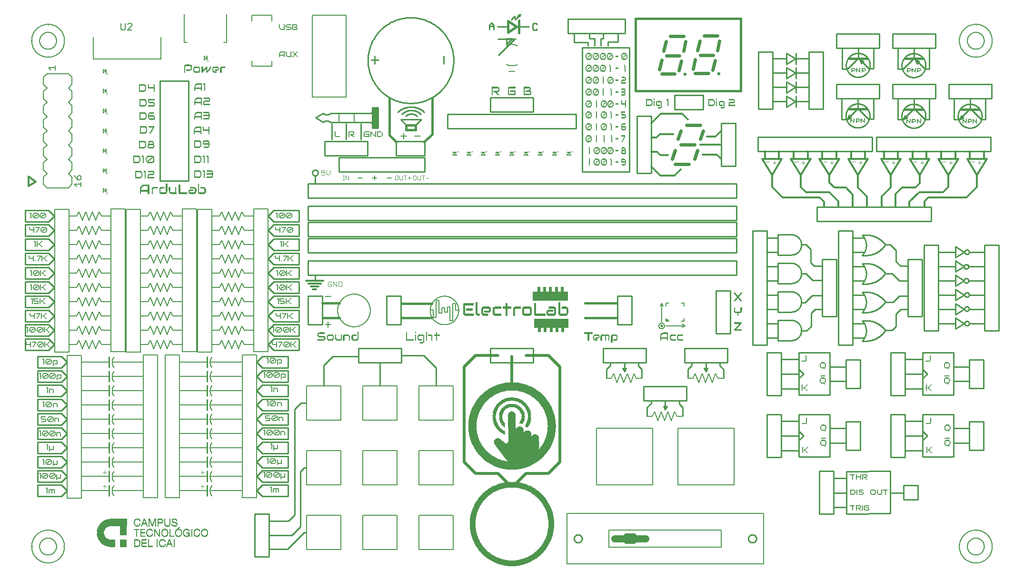
<source format=gbr>
G04 EAGLE Gerber RS-274X export*
G75*
%MOMM*%
%FSLAX34Y34*%
%LPD*%
%INSilkscreen Top*%
%IPPOS*%
%AMOC8*
5,1,8,0,0,1.08239X$1,22.5*%
G01*
%ADD10C,0.254000*%
%ADD11C,0.609600*%
%ADD12C,0.304800*%
%ADD13C,0.000000*%
%ADD14C,0.101600*%
%ADD15C,0.406400*%
%ADD16C,0.200000*%
%ADD17C,0.177800*%
%ADD18C,0.812800*%
%ADD19C,0.076200*%
%ADD20C,0.127000*%
%ADD21R,4.622800X0.050800*%
%ADD22R,4.927600X0.050800*%
%ADD23R,5.029200X0.050800*%
%ADD24R,5.130800X0.050800*%
%ADD25R,5.232400X0.050800*%
%ADD26R,5.283200X0.050800*%
%ADD27R,5.384800X0.050800*%
%ADD28R,5.435600X0.050800*%
%ADD29R,5.537200X0.050800*%
%ADD30R,5.588000X0.050800*%
%ADD31R,5.638800X0.050800*%
%ADD32R,5.740400X0.050800*%
%ADD33R,5.791200X0.050800*%
%ADD34R,5.842000X0.050800*%
%ADD35R,5.892800X0.050800*%
%ADD36R,5.943600X0.050800*%
%ADD37R,5.994400X0.050800*%
%ADD38R,6.045200X0.050800*%
%ADD39R,6.096000X0.050800*%
%ADD40R,6.146800X0.050800*%
%ADD41R,6.197600X0.050800*%
%ADD42R,6.248400X0.050800*%
%ADD43R,6.299200X0.050800*%
%ADD44R,6.350000X0.050800*%
%ADD45R,6.400800X0.050800*%
%ADD46R,6.451600X0.050800*%
%ADD47R,6.502400X0.050800*%
%ADD48R,6.553200X0.050800*%
%ADD49R,6.604000X0.050800*%
%ADD50R,6.654800X0.050800*%
%ADD51R,6.756400X0.050800*%
%ADD52R,6.807200X0.050800*%
%ADD53R,6.858000X0.050800*%
%ADD54R,6.908800X0.050800*%
%ADD55R,7.010400X0.050800*%
%ADD56R,7.061200X0.050800*%
%ADD57R,7.112000X0.050800*%
%ADD58R,7.162800X0.050800*%
%ADD59R,7.213600X0.050800*%
%ADD60R,7.264400X0.050800*%
%ADD61R,7.315200X0.050800*%
%ADD62R,7.416800X0.050800*%
%ADD63R,7.467600X0.050800*%
%ADD64R,7.518400X0.050800*%
%ADD65R,7.569200X0.050800*%
%ADD66R,7.620000X0.050800*%
%ADD67R,7.670800X0.050800*%
%ADD68R,7.721600X0.050800*%
%ADD69R,7.772400X0.050800*%
%ADD70R,7.823200X0.050800*%
%ADD71R,7.874000X0.050800*%
%ADD72R,7.924800X0.050800*%
%ADD73R,7.975600X0.050800*%
%ADD74R,2.032000X0.050800*%
%ADD75R,5.689600X0.050800*%
%ADD76R,1.930400X0.050800*%
%ADD77R,1.879600X0.050800*%
%ADD78R,1.828800X0.050800*%
%ADD79R,1.727200X0.050800*%
%ADD80R,1.676400X0.050800*%
%ADD81R,1.625600X0.050800*%
%ADD82R,5.486400X0.050800*%
%ADD83R,1.574800X0.050800*%
%ADD84R,1.422400X0.050800*%
%ADD85R,1.371600X0.050800*%
%ADD86R,1.270000X0.050800*%
%ADD87R,1.219200X0.050800*%
%ADD88R,1.066800X0.050800*%
%ADD89R,0.965200X0.050800*%
%ADD90R,0.863600X0.050800*%
%ADD91R,0.762000X0.050800*%
%ADD92R,0.558800X0.050800*%
%ADD93R,0.050800X0.050800*%
%ADD94R,4.114800X0.050800*%
%ADD95R,1.168400X0.050800*%
%ADD96R,0.101600X0.050800*%
%ADD97R,0.203200X0.050800*%
%ADD98R,0.304800X0.050800*%
%ADD99R,0.406400X0.050800*%
%ADD100R,4.064000X0.050800*%
%ADD101R,0.457200X0.050800*%
%ADD102R,0.660400X0.050800*%
%ADD103R,2.743200X0.050800*%
%ADD104R,0.711200X0.050800*%
%ADD105R,0.812800X0.050800*%
%ADD106R,1.117600X0.050800*%
%ADD107R,0.914400X0.050800*%
%ADD108R,2.692400X0.050800*%
%ADD109R,1.320800X0.050800*%
%ADD110R,1.016000X0.050800*%
%ADD111R,0.609600X0.050800*%
%ADD112R,0.152400X0.050800*%
%ADD113R,0.254000X0.050800*%
%ADD114R,0.508000X0.050800*%
%ADD115R,0.355600X0.050800*%
%ADD116R,2.997200X0.050800*%
%ADD117R,2.895600X0.050800*%
%ADD118R,2.590800X0.050800*%
%ADD119R,2.438400X0.050800*%
%ADD120R,2.286000X0.050800*%
%ADD121R,2.082800X0.050800*%
%ADD122R,3.657600X0.050800*%
%ADD123R,3.505200X0.050800*%
%ADD124R,3.302000X0.050800*%
%ADD125R,3.098800X0.050800*%
%ADD126R,2.184400X0.050800*%
%ADD127R,1.778000X0.050800*%
%ADD128C,1.422400*%
%ADD129C,0.500000*%
%ADD130R,0.169000X0.084500*%
%ADD131R,0.338000X0.084500*%
%ADD132R,0.845000X0.084500*%
%ADD133R,0.253500X0.084500*%
%ADD134R,0.929500X0.084500*%
%ADD135R,0.591500X0.084500*%
%ADD136R,0.676000X0.084500*%
%ADD137R,0.760500X0.084500*%
%ADD138R,0.168900X0.084500*%
%ADD139R,1.098400X0.084500*%
%ADD140R,1.014000X0.084500*%
%ADD141R,0.929400X0.084500*%
%ADD142R,0.253600X0.084500*%
%ADD143R,0.169100X0.084500*%
%ADD144R,0.337900X0.084500*%
%ADD145R,0.338100X0.084500*%
%ADD146R,0.422500X0.084500*%
%ADD147R,0.507000X0.084500*%
%ADD148R,0.253400X0.084500*%
%ADD149R,0.422600X0.084500*%
%ADD150R,0.845100X0.084500*%
%ADD151R,0.929600X0.084500*%
%ADD152R,0.675900X0.084500*%
%ADD153R,0.760400X0.084500*%
%ADD154R,0.676100X0.084500*%
%ADD155R,0.506900X0.084500*%
%ADD156R,1.267500X0.084500*%
%ADD157R,1.352000X0.084500*%
%ADD158R,1.098500X0.084500*%
%ADD159R,1.436500X0.084500*%
%ADD160R,1.183000X0.084500*%
%ADD161R,1.605500X0.084500*%
%ADD162R,1.520900X0.084500*%
%ADD163R,0.591600X0.084500*%
%ADD164R,0.507100X0.084500*%
%ADD165R,6.168500X0.084500*%
%ADD166R,1.605400X0.084500*%
%ADD167R,1.098600X0.084500*%
%ADD168R,1.943500X0.084500*%
%ADD169R,1.183100X0.084500*%
%ADD170R,1.774400X0.084500*%
%ADD171R,2.028000X0.084500*%
%ADD172R,1.436400X0.084500*%
%ADD173R,1.858900X0.084500*%
%ADD174R,1.521000X0.084500*%
%ADD175R,1.605600X0.084500*%
%ADD176R,1.690100X0.084500*%
%ADD177R,1.690000X0.084500*%
%ADD178R,1.774500X0.084500*%
%ADD179R,1.013900X0.084500*%
%ADD180R,1.267400X0.084500*%
%ADD181R,0.422400X0.084500*%
%ADD182R,1.436600X0.084500*%
%ADD183R,1.689900X0.084500*%
%ADD184R,1.182900X0.084500*%
%ADD185R,6.253000X0.084500*%
%ADD186R,0.760600X0.084500*%
%ADD187R,1.014100X0.084500*%
%ADD188R,1.352100X0.084500*%
%ADD189R,1.351900X0.084500*%
%ADD190R,0.195000X0.013000*%
%ADD191R,0.325000X0.013000*%
%ADD192R,0.481000X0.013000*%
%ADD193R,0.910000X0.013000*%
%ADD194R,0.871000X0.013000*%
%ADD195R,0.169000X0.013000*%
%ADD196R,0.416000X0.013000*%
%ADD197R,0.182000X0.013000*%
%ADD198R,0.611000X0.013000*%
%ADD199R,0.923000X0.013000*%
%ADD200R,0.884000X0.013000*%
%ADD201R,0.494000X0.013000*%
%ADD202R,0.962000X0.013000*%
%ADD203R,1.248000X0.013000*%
%ADD204R,0.676000X0.013000*%
%ADD205R,0.559000X0.013000*%
%ADD206R,1.092000X0.013000*%
%ADD207R,0.715000X0.013000*%
%ADD208R,0.208000X0.013000*%
%ADD209R,1.183000X0.013000*%
%ADD210R,0.754000X0.013000*%
%ADD211R,0.650000X0.013000*%
%ADD212R,0.780000X0.013000*%
%ADD213R,0.689000X0.013000*%
%ADD214R,1.313000X0.013000*%
%ADD215R,0.806000X0.013000*%
%ADD216R,0.728000X0.013000*%
%ADD217R,1.365000X0.013000*%
%ADD218R,0.832000X0.013000*%
%ADD219R,1.417000X0.013000*%
%ADD220R,0.858000X0.013000*%
%ADD221R,0.793000X0.013000*%
%ADD222R,1.469000X0.013000*%
%ADD223R,0.819000X0.013000*%
%ADD224R,1.508000X0.013000*%
%ADD225R,0.338000X0.013000*%
%ADD226R,1.547000X0.013000*%
%ADD227R,0.897000X0.013000*%
%ADD228R,0.299000X0.013000*%
%ADD229R,0.286000X0.013000*%
%ADD230R,1.586000X0.013000*%
%ADD231R,0.390000X0.013000*%
%ADD232R,0.273000X0.013000*%
%ADD233R,0.260000X0.013000*%
%ADD234R,1.625000X0.013000*%
%ADD235R,0.247000X0.013000*%
%ADD236R,1.664000X0.013000*%
%ADD237R,0.234000X0.013000*%
%ADD238R,1.690000X0.013000*%
%ADD239R,1.729000X0.013000*%
%ADD240R,0.221000X0.013000*%
%ADD241R,1.755000X0.013000*%
%ADD242R,1.781000X0.013000*%
%ADD243R,1.820000X0.013000*%
%ADD244R,1.846000X0.013000*%
%ADD245R,1.872000X0.013000*%
%ADD246R,1.898000X0.013000*%
%ADD247R,1.924000X0.013000*%
%ADD248R,1.950000X0.013000*%
%ADD249R,1.963000X0.013000*%
%ADD250R,1.989000X0.013000*%
%ADD251R,2.015000X0.013000*%
%ADD252R,2.041000X0.013000*%
%ADD253R,2.054000X0.013000*%
%ADD254R,2.080000X0.013000*%
%ADD255R,2.093000X0.013000*%
%ADD256R,2.119000X0.013000*%
%ADD257R,2.145000X0.013000*%
%ADD258R,2.158000X0.013000*%
%ADD259R,2.184000X0.013000*%
%ADD260R,2.197000X0.013000*%
%ADD261R,2.210000X0.013000*%
%ADD262R,2.236000X0.013000*%
%ADD263R,0.845000X0.013000*%
%ADD264R,2.249000X0.013000*%
%ADD265R,2.262000X0.013000*%
%ADD266R,2.288000X0.013000*%
%ADD267R,2.301000X0.013000*%
%ADD268R,2.314000X0.013000*%
%ADD269R,2.327000X0.013000*%
%ADD270R,2.353000X0.013000*%
%ADD271R,2.366000X0.013000*%
%ADD272R,2.379000X0.013000*%
%ADD273R,2.392000X0.013000*%
%ADD274R,2.405000X0.013000*%
%ADD275R,2.431000X0.013000*%
%ADD276R,2.444000X0.013000*%
%ADD277R,2.457000X0.013000*%
%ADD278R,2.470000X0.013000*%
%ADD279R,2.483000X0.013000*%
%ADD280R,2.496000X0.013000*%
%ADD281R,2.509000X0.013000*%
%ADD282R,2.522000X0.013000*%
%ADD283R,2.535000X0.013000*%
%ADD284R,2.548000X0.013000*%
%ADD285R,2.561000X0.013000*%
%ADD286R,2.574000X0.013000*%
%ADD287R,2.587000X0.013000*%
%ADD288R,2.600000X0.013000*%
%ADD289R,2.613000X0.013000*%
%ADD290R,2.626000X0.013000*%
%ADD291R,2.639000X0.013000*%
%ADD292R,2.652000X0.013000*%
%ADD293R,2.665000X0.013000*%
%ADD294R,2.678000X0.013000*%
%ADD295R,2.691000X0.013000*%
%ADD296R,0.156000X0.013000*%
%ADD297R,2.704000X0.013000*%
%ADD298R,2.717000X0.013000*%
%ADD299R,2.730000X0.013000*%
%ADD300R,2.743000X0.013000*%
%ADD301R,2.756000X0.013000*%
%ADD302R,2.769000X0.013000*%
%ADD303R,2.782000X0.013000*%
%ADD304R,2.795000X0.013000*%
%ADD305R,2.808000X0.013000*%
%ADD306R,2.821000X0.013000*%
%ADD307R,2.834000X0.013000*%
%ADD308R,2.847000X0.013000*%
%ADD309R,2.860000X0.013000*%
%ADD310R,0.312000X0.013000*%
%ADD311R,0.364000X0.013000*%
%ADD312R,2.873000X0.013000*%
%ADD313R,2.886000X0.013000*%
%ADD314R,2.899000X0.013000*%
%ADD315R,0.767000X0.013000*%
%ADD316R,2.912000X0.013000*%
%ADD317R,0.741000X0.013000*%
%ADD318R,2.925000X0.013000*%
%ADD319R,0.663000X0.013000*%
%ADD320R,0.637000X0.013000*%
%ADD321R,0.507000X0.013000*%
%ADD322R,1.807000X0.013000*%
%ADD323R,0.533000X0.013000*%
%ADD324R,0.429000X0.013000*%
%ADD325R,0.351000X0.013000*%
%ADD326R,1.742000X0.013000*%
%ADD327R,1.703000X0.013000*%
%ADD328R,1.651000X0.013000*%
%ADD329R,1.612000X0.013000*%
%ADD330R,1.599000X0.013000*%
%ADD331R,1.560000X0.013000*%
%ADD332R,1.534000X0.013000*%
%ADD333R,1.521000X0.013000*%
%ADD334R,1.482000X0.013000*%
%ADD335R,1.456000X0.013000*%
%ADD336R,1.443000X0.013000*%
%ADD337R,1.430000X0.013000*%
%ADD338R,1.404000X0.013000*%
%ADD339R,1.391000X0.013000*%
%ADD340R,1.378000X0.013000*%
%ADD341R,1.352000X0.013000*%
%ADD342R,0.104000X0.013000*%
%ADD343R,0.468000X0.013000*%
%ADD344R,0.117000X0.013000*%
%ADD345R,1.339000X0.013000*%
%ADD346R,0.546000X0.013000*%
%ADD347R,0.520000X0.013000*%
%ADD348R,0.598000X0.013000*%
%ADD349R,0.585000X0.013000*%
%ADD350R,0.130000X0.013000*%
%ADD351R,0.624000X0.013000*%
%ADD352R,1.326000X0.013000*%
%ADD353R,0.143000X0.013000*%
%ADD354R,1.300000X0.013000*%
%ADD355R,0.377000X0.013000*%
%ADD356R,1.287000X0.013000*%
%ADD357R,1.274000X0.013000*%
%ADD358R,1.261000X0.013000*%
%ADD359R,0.572000X0.013000*%
%ADD360R,1.066000X0.013000*%
%ADD361R,0.702000X0.013000*%
%ADD362R,0.442000X0.013000*%
%ADD363R,1.573000X0.013000*%
%ADD364R,1.859000X0.013000*%
%ADD365R,2.067000X0.013000*%
%ADD366R,5.018000X0.013000*%
%ADD367R,5.005000X0.013000*%
%ADD368R,4.992000X0.013000*%
%ADD369R,4.979000X0.013000*%
%ADD370R,4.966000X0.013000*%
%ADD371R,4.953000X0.013000*%
%ADD372R,4.940000X0.013000*%
%ADD373R,4.927000X0.013000*%
%ADD374R,4.914000X0.013000*%
%ADD375R,4.901000X0.013000*%
%ADD376R,4.888000X0.013000*%
%ADD377R,4.875000X0.013000*%
%ADD378R,4.862000X0.013000*%
%ADD379R,4.849000X0.013000*%
%ADD380R,4.836000X0.013000*%
%ADD381R,4.823000X0.013000*%
%ADD382R,4.810000X0.013000*%
%ADD383R,4.797000X0.013000*%
%ADD384R,4.784000X0.013000*%
%ADD385R,4.771000X0.013000*%
%ADD386R,4.758000X0.013000*%
%ADD387R,4.745000X0.013000*%
%ADD388R,4.732000X0.013000*%
%ADD389R,4.719000X0.013000*%
%ADD390R,4.706000X0.013000*%
%ADD391R,4.693000X0.013000*%
%ADD392R,4.680000X0.013000*%
%ADD393R,4.667000X0.013000*%
%ADD394R,4.654000X0.013000*%
%ADD395R,4.641000X0.013000*%
%ADD396R,4.628000X0.013000*%
%ADD397R,4.615000X0.013000*%
%ADD398R,4.602000X0.013000*%
%ADD399R,4.589000X0.013000*%
%ADD400R,4.576000X0.013000*%
%ADD401R,4.563000X0.013000*%
%ADD402R,4.550000X0.013000*%
%ADD403R,4.537000X0.013000*%
%ADD404R,4.511000X0.013000*%
%ADD405R,4.498000X0.013000*%
%ADD406R,4.485000X0.013000*%
%ADD407R,4.472000X0.013000*%
%ADD408R,4.459000X0.013000*%
%ADD409R,4.446000X0.013000*%
%ADD410R,4.420000X0.013000*%
%ADD411R,4.407000X0.013000*%
%ADD412R,4.394000X0.013000*%
%ADD413R,4.381000X0.013000*%
%ADD414R,0.403000X0.013000*%
%ADD415R,4.355000X0.013000*%
%ADD416R,4.342000X0.013000*%
%ADD417R,4.329000X0.013000*%
%ADD418R,4.303000X0.013000*%
%ADD419R,4.290000X0.013000*%
%ADD420R,4.264000X0.013000*%
%ADD421R,4.251000X0.013000*%
%ADD422R,4.238000X0.013000*%
%ADD423R,4.212000X0.013000*%
%ADD424R,4.186000X0.013000*%
%ADD425R,4.173000X0.013000*%
%ADD426R,4.147000X0.013000*%
%ADD427R,4.134000X0.013000*%
%ADD428R,4.108000X0.013000*%
%ADD429R,4.082000X0.013000*%
%ADD430R,4.056000X0.013000*%
%ADD431R,4.030000X0.013000*%
%ADD432R,4.017000X0.013000*%
%ADD433R,3.991000X0.013000*%
%ADD434R,3.965000X0.013000*%
%ADD435R,3.939000X0.013000*%
%ADD436R,3.900000X0.013000*%
%ADD437R,3.874000X0.013000*%
%ADD438R,3.848000X0.013000*%
%ADD439R,3.822000X0.013000*%
%ADD440R,3.783000X0.013000*%
%ADD441R,3.757000X0.013000*%
%ADD442R,3.718000X0.013000*%
%ADD443R,3.679000X0.013000*%
%ADD444R,3.640000X0.013000*%
%ADD445R,3.601000X0.013000*%
%ADD446R,3.562000X0.013000*%
%ADD447R,3.510000X0.013000*%
%ADD448R,3.458000X0.013000*%
%ADD449R,3.406000X0.013000*%
%ADD450R,3.341000X0.013000*%
%ADD451R,3.276000X0.013000*%
%ADD452R,3.185000X0.013000*%
%ADD453R,3.055000X0.013000*%
%ADD454R,0.150000X0.250000*%
%ADD455C,0.152400*%
%ADD456C,0.050800*%
%ADD457C,0.203200*%
%ADD458C,1.270000*%
%ADD459C,1.016000*%
%ADD460C,0.228600*%
%ADD461C,0.600000*%
%ADD462R,0.250000X0.150000*%
%ADD463C,0.150000*%
%ADD464R,0.400000X0.400000*%
%ADD465C,0.508000*%


D10*
X999700Y937800D02*
X999700Y716400D01*
X1083700Y716400D01*
X1083700Y937800D01*
X999700Y937800D01*
X985900Y946900D02*
X985900Y963200D01*
X985900Y946900D02*
X1010500Y946900D01*
X1010500Y940900D01*
X1012800Y953800D02*
X1012800Y962900D01*
X1012800Y953800D02*
X1022100Y953800D01*
X1022100Y940900D01*
X1037600Y954100D02*
X1037600Y962900D01*
X1037600Y954100D02*
X1033400Y954100D01*
X1033400Y941000D01*
X1063700Y947700D02*
X1063700Y963000D01*
X1063700Y947700D02*
X1045900Y947700D01*
X1045900Y941000D01*
D11*
X1175000Y765000D02*
X1200000Y765000D01*
X1170000Y775000D02*
X1175000Y790000D01*
X1210000Y775000D02*
X1215000Y790000D01*
X1210000Y800000D02*
X1185000Y800000D01*
X1165000Y755000D02*
X1160000Y740000D01*
X1200000Y740000D02*
X1205000Y755000D01*
X1190000Y730000D02*
X1165000Y730000D01*
D12*
X1123000Y803000D02*
X1140000Y820000D01*
X1178000Y820000D01*
X1188000Y810000D01*
X1132000Y778000D02*
X1123000Y778000D01*
X1132000Y778000D02*
X1138000Y784000D01*
X1162000Y784000D01*
X1133000Y752000D02*
X1123000Y752000D01*
X1133000Y752000D02*
X1139000Y746000D01*
X1152000Y746000D01*
X1123000Y726000D02*
X1139000Y710000D01*
X1164000Y710000D01*
X1175000Y721000D01*
X1237000Y779500D02*
X1247000Y789500D01*
X1237000Y779500D02*
X1222000Y779500D01*
X1210000Y765000D02*
X1247000Y765000D01*
X1239500Y747500D02*
X1247000Y740000D01*
X1239500Y747500D02*
X1214000Y747500D01*
X1325000Y753500D02*
X1325000Y740000D01*
X1320000Y739500D02*
X1350000Y739500D01*
X1355000Y739500D01*
X1337500Y710500D01*
X1320000Y739500D01*
X1350000Y739500D02*
X1350000Y753000D01*
D13*
X1337500Y710500D02*
X1337500Y709500D01*
D14*
X1338830Y733004D02*
X1344932Y733004D01*
X1341881Y736055D02*
X1341881Y729953D01*
X1332932Y734504D02*
X1326830Y734504D01*
D12*
X1337500Y711500D02*
X1337500Y689500D01*
X1356000Y671000D01*
X1422500Y671000D01*
X1430000Y663500D01*
X1430000Y655500D01*
X1376000Y740000D02*
X1376000Y753500D01*
X1371000Y739500D02*
X1401000Y739500D01*
X1406000Y739500D01*
X1388500Y710500D01*
X1371000Y739500D01*
X1401000Y739500D02*
X1401000Y753000D01*
D13*
X1388500Y710500D02*
X1388500Y709500D01*
D14*
X1389830Y733004D02*
X1395932Y733004D01*
X1392881Y736055D02*
X1392881Y729953D01*
X1383932Y734504D02*
X1377830Y734504D01*
D12*
X1388500Y711500D02*
X1388500Y689500D01*
X1397500Y680500D01*
X1439000Y680500D01*
X1439500Y680500D02*
X1455500Y664500D01*
X1455500Y655000D01*
X1427000Y740000D02*
X1427000Y753500D01*
X1422000Y739500D02*
X1452000Y739500D01*
X1457000Y739500D01*
X1439500Y710500D01*
X1422000Y739500D01*
X1452000Y739500D02*
X1452000Y753000D01*
D13*
X1439500Y710500D02*
X1439500Y709500D01*
D14*
X1440830Y733004D02*
X1446932Y733004D01*
X1443881Y736055D02*
X1443881Y729953D01*
X1434932Y734504D02*
X1428830Y734504D01*
D12*
X1478000Y740000D02*
X1478000Y753500D01*
X1473000Y739500D02*
X1503000Y739500D01*
X1508000Y739500D01*
X1490500Y710500D01*
X1473000Y739500D01*
X1503000Y739500D02*
X1503000Y753000D01*
D13*
X1490500Y710500D02*
X1490500Y709500D01*
D14*
X1491830Y733004D02*
X1497932Y733004D01*
X1494881Y736055D02*
X1494881Y729953D01*
X1485932Y734504D02*
X1479830Y734504D01*
D12*
X1490500Y711500D02*
X1490500Y689500D01*
X1536500Y740000D02*
X1536500Y753500D01*
X1531500Y739500D02*
X1561500Y739500D01*
X1566500Y739500D01*
X1549000Y710500D01*
X1531500Y739500D01*
X1561500Y739500D02*
X1561500Y753000D01*
D13*
X1549000Y710500D02*
X1549000Y709500D01*
D14*
X1550330Y733004D02*
X1556432Y733004D01*
X1553381Y736055D02*
X1553381Y729953D01*
X1544432Y734504D02*
X1538330Y734504D01*
D12*
X1549000Y711500D02*
X1549000Y689500D01*
X1587500Y740000D02*
X1587500Y753500D01*
X1582500Y739500D02*
X1612500Y739500D01*
X1617500Y739500D01*
X1600000Y710500D01*
X1582500Y739500D01*
X1612500Y739500D02*
X1612500Y753000D01*
D13*
X1600000Y710500D02*
X1600000Y709500D01*
D14*
X1601330Y733004D02*
X1607432Y733004D01*
X1604381Y736055D02*
X1604381Y729953D01*
X1595432Y734504D02*
X1589330Y734504D01*
D12*
X1638500Y740000D02*
X1638500Y753500D01*
X1633500Y739500D02*
X1663500Y739500D01*
X1668500Y739500D01*
X1651000Y710500D01*
X1633500Y739500D01*
X1663500Y739500D02*
X1663500Y753000D01*
D13*
X1651000Y710500D02*
X1651000Y709500D01*
D14*
X1652330Y733004D02*
X1658432Y733004D01*
X1655381Y736055D02*
X1655381Y729953D01*
X1646432Y734504D02*
X1640330Y734504D01*
D12*
X1651000Y711500D02*
X1651000Y689500D01*
X1689500Y740000D02*
X1689500Y753500D01*
X1684500Y739500D02*
X1714500Y739500D01*
X1719500Y739500D01*
X1702000Y710500D01*
X1684500Y739500D01*
X1714500Y739500D02*
X1714500Y753000D01*
D13*
X1702000Y710500D02*
X1702000Y709500D01*
D14*
X1703330Y733004D02*
X1709432Y733004D01*
X1706381Y736055D02*
X1706381Y729953D01*
X1697432Y734504D02*
X1691330Y734504D01*
D12*
X1702000Y711500D02*
X1702000Y689500D01*
X1439500Y697500D02*
X1439500Y710500D01*
X1439500Y697500D02*
X1448500Y688500D01*
X1469000Y688500D01*
X1481000Y676500D01*
X1481000Y655000D01*
X1490500Y688500D02*
X1490500Y689000D01*
X1490500Y688500D02*
X1506500Y672500D01*
X1506500Y655000D01*
X1532500Y672500D02*
X1549000Y689000D01*
X1532500Y672500D02*
X1532500Y655000D01*
X1557000Y655000D02*
X1557000Y677000D01*
X1569000Y689000D01*
X1592500Y689000D01*
X1600000Y696500D01*
X1600000Y711000D01*
X1582000Y663500D02*
X1582000Y655000D01*
X1582000Y663500D02*
X1599000Y680500D01*
X1642000Y680500D01*
X1651000Y689500D01*
X1608500Y664000D02*
X1608500Y654500D01*
X1608500Y664000D02*
X1615500Y671000D01*
X1683500Y671000D01*
X1702000Y689500D01*
D10*
X1469228Y906500D02*
X1469234Y907022D01*
X1469254Y907544D01*
X1469286Y908065D01*
X1469330Y908585D01*
X1469388Y909104D01*
X1469458Y909621D01*
X1469541Y910137D01*
X1469637Y910650D01*
X1469745Y911161D01*
X1469865Y911669D01*
X1469999Y912174D01*
X1470144Y912675D01*
X1470302Y913173D01*
X1470471Y913666D01*
X1470653Y914156D01*
X1470847Y914640D01*
X1471053Y915120D01*
X1471270Y915595D01*
X1471499Y916064D01*
X1471740Y916528D01*
X1471992Y916985D01*
X1472254Y917436D01*
X1472528Y917880D01*
X1472813Y918318D01*
X1473108Y918749D01*
X1473414Y919172D01*
X1473730Y919587D01*
X1474057Y919995D01*
X1474393Y920394D01*
X1474738Y920785D01*
X1475094Y921168D01*
X1475458Y921542D01*
X1475832Y921906D01*
X1476215Y922262D01*
X1476606Y922607D01*
X1477005Y922943D01*
X1477413Y923270D01*
X1477828Y923586D01*
X1478251Y923892D01*
X1478682Y924187D01*
X1479120Y924472D01*
X1479564Y924746D01*
X1480015Y925008D01*
X1480472Y925260D01*
X1480936Y925501D01*
X1481405Y925730D01*
X1481880Y925947D01*
X1482360Y926153D01*
X1482844Y926347D01*
X1483334Y926529D01*
X1483827Y926698D01*
X1484325Y926856D01*
X1484826Y927001D01*
X1485331Y927135D01*
X1485839Y927255D01*
X1486350Y927363D01*
X1486863Y927459D01*
X1487379Y927542D01*
X1487896Y927612D01*
X1488415Y927670D01*
X1488935Y927714D01*
X1489456Y927746D01*
X1489978Y927766D01*
X1490500Y927772D01*
X1491022Y927766D01*
X1491544Y927746D01*
X1492065Y927714D01*
X1492585Y927670D01*
X1493104Y927612D01*
X1493621Y927542D01*
X1494137Y927459D01*
X1494650Y927363D01*
X1495161Y927255D01*
X1495669Y927135D01*
X1496174Y927001D01*
X1496675Y926856D01*
X1497173Y926698D01*
X1497666Y926529D01*
X1498156Y926347D01*
X1498640Y926153D01*
X1499120Y925947D01*
X1499595Y925730D01*
X1500064Y925501D01*
X1500528Y925260D01*
X1500985Y925008D01*
X1501436Y924746D01*
X1501880Y924472D01*
X1502318Y924187D01*
X1502749Y923892D01*
X1503172Y923586D01*
X1503587Y923270D01*
X1503995Y922943D01*
X1504394Y922607D01*
X1504785Y922262D01*
X1505168Y921906D01*
X1505542Y921542D01*
X1505906Y921168D01*
X1506262Y920785D01*
X1506607Y920394D01*
X1506943Y919995D01*
X1507270Y919587D01*
X1507586Y919172D01*
X1507892Y918749D01*
X1508187Y918318D01*
X1508472Y917880D01*
X1508746Y917436D01*
X1509008Y916985D01*
X1509260Y916528D01*
X1509501Y916064D01*
X1509730Y915595D01*
X1509947Y915120D01*
X1510153Y914640D01*
X1510347Y914156D01*
X1510529Y913666D01*
X1510698Y913173D01*
X1510856Y912675D01*
X1511001Y912174D01*
X1511135Y911669D01*
X1511255Y911161D01*
X1511363Y910650D01*
X1511459Y910137D01*
X1511542Y909621D01*
X1511612Y909104D01*
X1511670Y908585D01*
X1511714Y908065D01*
X1511746Y907544D01*
X1511766Y907022D01*
X1511772Y906500D01*
X1511766Y905978D01*
X1511746Y905456D01*
X1511714Y904935D01*
X1511670Y904415D01*
X1511612Y903896D01*
X1511542Y903379D01*
X1511459Y902863D01*
X1511363Y902350D01*
X1511255Y901839D01*
X1511135Y901331D01*
X1511001Y900826D01*
X1510856Y900325D01*
X1510698Y899827D01*
X1510529Y899334D01*
X1510347Y898844D01*
X1510153Y898360D01*
X1509947Y897880D01*
X1509730Y897405D01*
X1509501Y896936D01*
X1509260Y896472D01*
X1509008Y896015D01*
X1508746Y895564D01*
X1508472Y895120D01*
X1508187Y894682D01*
X1507892Y894251D01*
X1507586Y893828D01*
X1507270Y893413D01*
X1506943Y893005D01*
X1506607Y892606D01*
X1506262Y892215D01*
X1505906Y891832D01*
X1505542Y891458D01*
X1505168Y891094D01*
X1504785Y890738D01*
X1504394Y890393D01*
X1503995Y890057D01*
X1503587Y889730D01*
X1503172Y889414D01*
X1502749Y889108D01*
X1502318Y888813D01*
X1501880Y888528D01*
X1501436Y888254D01*
X1500985Y887992D01*
X1500528Y887740D01*
X1500064Y887499D01*
X1499595Y887270D01*
X1499120Y887053D01*
X1498640Y886847D01*
X1498156Y886653D01*
X1497666Y886471D01*
X1497173Y886302D01*
X1496675Y886144D01*
X1496174Y885999D01*
X1495669Y885865D01*
X1495161Y885745D01*
X1494650Y885637D01*
X1494137Y885541D01*
X1493621Y885458D01*
X1493104Y885388D01*
X1492585Y885330D01*
X1492065Y885286D01*
X1491544Y885254D01*
X1491022Y885234D01*
X1490500Y885228D01*
X1489978Y885234D01*
X1489456Y885254D01*
X1488935Y885286D01*
X1488415Y885330D01*
X1487896Y885388D01*
X1487379Y885458D01*
X1486863Y885541D01*
X1486350Y885637D01*
X1485839Y885745D01*
X1485331Y885865D01*
X1484826Y885999D01*
X1484325Y886144D01*
X1483827Y886302D01*
X1483334Y886471D01*
X1482844Y886653D01*
X1482360Y886847D01*
X1481880Y887053D01*
X1481405Y887270D01*
X1480936Y887499D01*
X1480472Y887740D01*
X1480015Y887992D01*
X1479564Y888254D01*
X1479120Y888528D01*
X1478682Y888813D01*
X1478251Y889108D01*
X1477828Y889414D01*
X1477413Y889730D01*
X1477005Y890057D01*
X1476606Y890393D01*
X1476215Y890738D01*
X1475832Y891094D01*
X1475458Y891458D01*
X1475094Y891832D01*
X1474738Y892215D01*
X1474393Y892606D01*
X1474057Y893005D01*
X1473730Y893413D01*
X1473414Y893828D01*
X1473108Y894251D01*
X1472813Y894682D01*
X1472528Y895120D01*
X1472254Y895564D01*
X1471992Y896015D01*
X1471740Y896472D01*
X1471499Y896936D01*
X1471270Y897405D01*
X1471053Y897880D01*
X1470847Y898360D01*
X1470653Y898844D01*
X1470471Y899334D01*
X1470302Y899827D01*
X1470144Y900325D01*
X1469999Y900826D01*
X1469865Y901331D01*
X1469745Y901839D01*
X1469637Y902350D01*
X1469541Y902863D01*
X1469458Y903379D01*
X1469388Y903896D01*
X1469330Y904415D01*
X1469286Y904935D01*
X1469254Y905456D01*
X1469234Y905978D01*
X1469228Y906500D01*
D15*
X1474000Y918500D02*
X1491000Y918500D01*
X1507000Y918500D01*
D10*
X1491000Y918500D02*
X1491000Y919500D01*
X1491000Y937500D01*
X1491000Y919500D02*
X1471500Y900000D01*
X1491000Y919500D02*
X1510500Y900000D01*
X1496500Y909500D02*
X1493500Y916500D01*
X1496500Y909500D02*
X1500500Y913500D01*
X1493500Y916500D01*
X1511000Y900500D02*
X1518500Y900500D01*
X1518500Y937000D01*
X1470500Y900000D02*
X1462000Y900000D01*
X1462000Y937000D01*
X1468728Y816500D02*
X1468734Y817022D01*
X1468754Y817544D01*
X1468786Y818065D01*
X1468830Y818585D01*
X1468888Y819104D01*
X1468958Y819621D01*
X1469041Y820137D01*
X1469137Y820650D01*
X1469245Y821161D01*
X1469365Y821669D01*
X1469499Y822174D01*
X1469644Y822675D01*
X1469802Y823173D01*
X1469971Y823666D01*
X1470153Y824156D01*
X1470347Y824640D01*
X1470553Y825120D01*
X1470770Y825595D01*
X1470999Y826064D01*
X1471240Y826528D01*
X1471492Y826985D01*
X1471754Y827436D01*
X1472028Y827880D01*
X1472313Y828318D01*
X1472608Y828749D01*
X1472914Y829172D01*
X1473230Y829587D01*
X1473557Y829995D01*
X1473893Y830394D01*
X1474238Y830785D01*
X1474594Y831168D01*
X1474958Y831542D01*
X1475332Y831906D01*
X1475715Y832262D01*
X1476106Y832607D01*
X1476505Y832943D01*
X1476913Y833270D01*
X1477328Y833586D01*
X1477751Y833892D01*
X1478182Y834187D01*
X1478620Y834472D01*
X1479064Y834746D01*
X1479515Y835008D01*
X1479972Y835260D01*
X1480436Y835501D01*
X1480905Y835730D01*
X1481380Y835947D01*
X1481860Y836153D01*
X1482344Y836347D01*
X1482834Y836529D01*
X1483327Y836698D01*
X1483825Y836856D01*
X1484326Y837001D01*
X1484831Y837135D01*
X1485339Y837255D01*
X1485850Y837363D01*
X1486363Y837459D01*
X1486879Y837542D01*
X1487396Y837612D01*
X1487915Y837670D01*
X1488435Y837714D01*
X1488956Y837746D01*
X1489478Y837766D01*
X1490000Y837772D01*
X1490522Y837766D01*
X1491044Y837746D01*
X1491565Y837714D01*
X1492085Y837670D01*
X1492604Y837612D01*
X1493121Y837542D01*
X1493637Y837459D01*
X1494150Y837363D01*
X1494661Y837255D01*
X1495169Y837135D01*
X1495674Y837001D01*
X1496175Y836856D01*
X1496673Y836698D01*
X1497166Y836529D01*
X1497656Y836347D01*
X1498140Y836153D01*
X1498620Y835947D01*
X1499095Y835730D01*
X1499564Y835501D01*
X1500028Y835260D01*
X1500485Y835008D01*
X1500936Y834746D01*
X1501380Y834472D01*
X1501818Y834187D01*
X1502249Y833892D01*
X1502672Y833586D01*
X1503087Y833270D01*
X1503495Y832943D01*
X1503894Y832607D01*
X1504285Y832262D01*
X1504668Y831906D01*
X1505042Y831542D01*
X1505406Y831168D01*
X1505762Y830785D01*
X1506107Y830394D01*
X1506443Y829995D01*
X1506770Y829587D01*
X1507086Y829172D01*
X1507392Y828749D01*
X1507687Y828318D01*
X1507972Y827880D01*
X1508246Y827436D01*
X1508508Y826985D01*
X1508760Y826528D01*
X1509001Y826064D01*
X1509230Y825595D01*
X1509447Y825120D01*
X1509653Y824640D01*
X1509847Y824156D01*
X1510029Y823666D01*
X1510198Y823173D01*
X1510356Y822675D01*
X1510501Y822174D01*
X1510635Y821669D01*
X1510755Y821161D01*
X1510863Y820650D01*
X1510959Y820137D01*
X1511042Y819621D01*
X1511112Y819104D01*
X1511170Y818585D01*
X1511214Y818065D01*
X1511246Y817544D01*
X1511266Y817022D01*
X1511272Y816500D01*
X1511266Y815978D01*
X1511246Y815456D01*
X1511214Y814935D01*
X1511170Y814415D01*
X1511112Y813896D01*
X1511042Y813379D01*
X1510959Y812863D01*
X1510863Y812350D01*
X1510755Y811839D01*
X1510635Y811331D01*
X1510501Y810826D01*
X1510356Y810325D01*
X1510198Y809827D01*
X1510029Y809334D01*
X1509847Y808844D01*
X1509653Y808360D01*
X1509447Y807880D01*
X1509230Y807405D01*
X1509001Y806936D01*
X1508760Y806472D01*
X1508508Y806015D01*
X1508246Y805564D01*
X1507972Y805120D01*
X1507687Y804682D01*
X1507392Y804251D01*
X1507086Y803828D01*
X1506770Y803413D01*
X1506443Y803005D01*
X1506107Y802606D01*
X1505762Y802215D01*
X1505406Y801832D01*
X1505042Y801458D01*
X1504668Y801094D01*
X1504285Y800738D01*
X1503894Y800393D01*
X1503495Y800057D01*
X1503087Y799730D01*
X1502672Y799414D01*
X1502249Y799108D01*
X1501818Y798813D01*
X1501380Y798528D01*
X1500936Y798254D01*
X1500485Y797992D01*
X1500028Y797740D01*
X1499564Y797499D01*
X1499095Y797270D01*
X1498620Y797053D01*
X1498140Y796847D01*
X1497656Y796653D01*
X1497166Y796471D01*
X1496673Y796302D01*
X1496175Y796144D01*
X1495674Y795999D01*
X1495169Y795865D01*
X1494661Y795745D01*
X1494150Y795637D01*
X1493637Y795541D01*
X1493121Y795458D01*
X1492604Y795388D01*
X1492085Y795330D01*
X1491565Y795286D01*
X1491044Y795254D01*
X1490522Y795234D01*
X1490000Y795228D01*
X1489478Y795234D01*
X1488956Y795254D01*
X1488435Y795286D01*
X1487915Y795330D01*
X1487396Y795388D01*
X1486879Y795458D01*
X1486363Y795541D01*
X1485850Y795637D01*
X1485339Y795745D01*
X1484831Y795865D01*
X1484326Y795999D01*
X1483825Y796144D01*
X1483327Y796302D01*
X1482834Y796471D01*
X1482344Y796653D01*
X1481860Y796847D01*
X1481380Y797053D01*
X1480905Y797270D01*
X1480436Y797499D01*
X1479972Y797740D01*
X1479515Y797992D01*
X1479064Y798254D01*
X1478620Y798528D01*
X1478182Y798813D01*
X1477751Y799108D01*
X1477328Y799414D01*
X1476913Y799730D01*
X1476505Y800057D01*
X1476106Y800393D01*
X1475715Y800738D01*
X1475332Y801094D01*
X1474958Y801458D01*
X1474594Y801832D01*
X1474238Y802215D01*
X1473893Y802606D01*
X1473557Y803005D01*
X1473230Y803413D01*
X1472914Y803828D01*
X1472608Y804251D01*
X1472313Y804682D01*
X1472028Y805120D01*
X1471754Y805564D01*
X1471492Y806015D01*
X1471240Y806472D01*
X1470999Y806936D01*
X1470770Y807405D01*
X1470553Y807880D01*
X1470347Y808360D01*
X1470153Y808844D01*
X1469971Y809334D01*
X1469802Y809827D01*
X1469644Y810325D01*
X1469499Y810826D01*
X1469365Y811331D01*
X1469245Y811839D01*
X1469137Y812350D01*
X1469041Y812863D01*
X1468958Y813379D01*
X1468888Y813896D01*
X1468830Y814415D01*
X1468786Y814935D01*
X1468754Y815456D01*
X1468734Y815978D01*
X1468728Y816500D01*
D15*
X1473500Y828500D02*
X1490500Y828500D01*
X1506500Y828500D01*
D10*
X1490500Y828500D02*
X1490500Y829500D01*
X1490500Y847500D01*
X1490500Y829500D02*
X1471000Y810000D01*
X1490500Y829500D02*
X1510000Y810000D01*
X1510500Y810500D02*
X1518000Y810500D01*
X1518000Y847000D01*
X1470000Y810000D02*
X1461500Y810000D01*
X1461500Y847000D01*
X1478500Y813500D02*
X1471500Y810000D01*
X1478500Y813500D02*
X1474500Y817500D01*
X1471500Y810000D01*
X1568228Y906000D02*
X1568234Y906522D01*
X1568254Y907044D01*
X1568286Y907565D01*
X1568330Y908085D01*
X1568388Y908604D01*
X1568458Y909121D01*
X1568541Y909637D01*
X1568637Y910150D01*
X1568745Y910661D01*
X1568865Y911169D01*
X1568999Y911674D01*
X1569144Y912175D01*
X1569302Y912673D01*
X1569471Y913166D01*
X1569653Y913656D01*
X1569847Y914140D01*
X1570053Y914620D01*
X1570270Y915095D01*
X1570499Y915564D01*
X1570740Y916028D01*
X1570992Y916485D01*
X1571254Y916936D01*
X1571528Y917380D01*
X1571813Y917818D01*
X1572108Y918249D01*
X1572414Y918672D01*
X1572730Y919087D01*
X1573057Y919495D01*
X1573393Y919894D01*
X1573738Y920285D01*
X1574094Y920668D01*
X1574458Y921042D01*
X1574832Y921406D01*
X1575215Y921762D01*
X1575606Y922107D01*
X1576005Y922443D01*
X1576413Y922770D01*
X1576828Y923086D01*
X1577251Y923392D01*
X1577682Y923687D01*
X1578120Y923972D01*
X1578564Y924246D01*
X1579015Y924508D01*
X1579472Y924760D01*
X1579936Y925001D01*
X1580405Y925230D01*
X1580880Y925447D01*
X1581360Y925653D01*
X1581844Y925847D01*
X1582334Y926029D01*
X1582827Y926198D01*
X1583325Y926356D01*
X1583826Y926501D01*
X1584331Y926635D01*
X1584839Y926755D01*
X1585350Y926863D01*
X1585863Y926959D01*
X1586379Y927042D01*
X1586896Y927112D01*
X1587415Y927170D01*
X1587935Y927214D01*
X1588456Y927246D01*
X1588978Y927266D01*
X1589500Y927272D01*
X1590022Y927266D01*
X1590544Y927246D01*
X1591065Y927214D01*
X1591585Y927170D01*
X1592104Y927112D01*
X1592621Y927042D01*
X1593137Y926959D01*
X1593650Y926863D01*
X1594161Y926755D01*
X1594669Y926635D01*
X1595174Y926501D01*
X1595675Y926356D01*
X1596173Y926198D01*
X1596666Y926029D01*
X1597156Y925847D01*
X1597640Y925653D01*
X1598120Y925447D01*
X1598595Y925230D01*
X1599064Y925001D01*
X1599528Y924760D01*
X1599985Y924508D01*
X1600436Y924246D01*
X1600880Y923972D01*
X1601318Y923687D01*
X1601749Y923392D01*
X1602172Y923086D01*
X1602587Y922770D01*
X1602995Y922443D01*
X1603394Y922107D01*
X1603785Y921762D01*
X1604168Y921406D01*
X1604542Y921042D01*
X1604906Y920668D01*
X1605262Y920285D01*
X1605607Y919894D01*
X1605943Y919495D01*
X1606270Y919087D01*
X1606586Y918672D01*
X1606892Y918249D01*
X1607187Y917818D01*
X1607472Y917380D01*
X1607746Y916936D01*
X1608008Y916485D01*
X1608260Y916028D01*
X1608501Y915564D01*
X1608730Y915095D01*
X1608947Y914620D01*
X1609153Y914140D01*
X1609347Y913656D01*
X1609529Y913166D01*
X1609698Y912673D01*
X1609856Y912175D01*
X1610001Y911674D01*
X1610135Y911169D01*
X1610255Y910661D01*
X1610363Y910150D01*
X1610459Y909637D01*
X1610542Y909121D01*
X1610612Y908604D01*
X1610670Y908085D01*
X1610714Y907565D01*
X1610746Y907044D01*
X1610766Y906522D01*
X1610772Y906000D01*
X1610766Y905478D01*
X1610746Y904956D01*
X1610714Y904435D01*
X1610670Y903915D01*
X1610612Y903396D01*
X1610542Y902879D01*
X1610459Y902363D01*
X1610363Y901850D01*
X1610255Y901339D01*
X1610135Y900831D01*
X1610001Y900326D01*
X1609856Y899825D01*
X1609698Y899327D01*
X1609529Y898834D01*
X1609347Y898344D01*
X1609153Y897860D01*
X1608947Y897380D01*
X1608730Y896905D01*
X1608501Y896436D01*
X1608260Y895972D01*
X1608008Y895515D01*
X1607746Y895064D01*
X1607472Y894620D01*
X1607187Y894182D01*
X1606892Y893751D01*
X1606586Y893328D01*
X1606270Y892913D01*
X1605943Y892505D01*
X1605607Y892106D01*
X1605262Y891715D01*
X1604906Y891332D01*
X1604542Y890958D01*
X1604168Y890594D01*
X1603785Y890238D01*
X1603394Y889893D01*
X1602995Y889557D01*
X1602587Y889230D01*
X1602172Y888914D01*
X1601749Y888608D01*
X1601318Y888313D01*
X1600880Y888028D01*
X1600436Y887754D01*
X1599985Y887492D01*
X1599528Y887240D01*
X1599064Y886999D01*
X1598595Y886770D01*
X1598120Y886553D01*
X1597640Y886347D01*
X1597156Y886153D01*
X1596666Y885971D01*
X1596173Y885802D01*
X1595675Y885644D01*
X1595174Y885499D01*
X1594669Y885365D01*
X1594161Y885245D01*
X1593650Y885137D01*
X1593137Y885041D01*
X1592621Y884958D01*
X1592104Y884888D01*
X1591585Y884830D01*
X1591065Y884786D01*
X1590544Y884754D01*
X1590022Y884734D01*
X1589500Y884728D01*
X1588978Y884734D01*
X1588456Y884754D01*
X1587935Y884786D01*
X1587415Y884830D01*
X1586896Y884888D01*
X1586379Y884958D01*
X1585863Y885041D01*
X1585350Y885137D01*
X1584839Y885245D01*
X1584331Y885365D01*
X1583826Y885499D01*
X1583325Y885644D01*
X1582827Y885802D01*
X1582334Y885971D01*
X1581844Y886153D01*
X1581360Y886347D01*
X1580880Y886553D01*
X1580405Y886770D01*
X1579936Y886999D01*
X1579472Y887240D01*
X1579015Y887492D01*
X1578564Y887754D01*
X1578120Y888028D01*
X1577682Y888313D01*
X1577251Y888608D01*
X1576828Y888914D01*
X1576413Y889230D01*
X1576005Y889557D01*
X1575606Y889893D01*
X1575215Y890238D01*
X1574832Y890594D01*
X1574458Y890958D01*
X1574094Y891332D01*
X1573738Y891715D01*
X1573393Y892106D01*
X1573057Y892505D01*
X1572730Y892913D01*
X1572414Y893328D01*
X1572108Y893751D01*
X1571813Y894182D01*
X1571528Y894620D01*
X1571254Y895064D01*
X1570992Y895515D01*
X1570740Y895972D01*
X1570499Y896436D01*
X1570270Y896905D01*
X1570053Y897380D01*
X1569847Y897860D01*
X1569653Y898344D01*
X1569471Y898834D01*
X1569302Y899327D01*
X1569144Y899825D01*
X1568999Y900326D01*
X1568865Y900831D01*
X1568745Y901339D01*
X1568637Y901850D01*
X1568541Y902363D01*
X1568458Y902879D01*
X1568388Y903396D01*
X1568330Y903915D01*
X1568286Y904435D01*
X1568254Y904956D01*
X1568234Y905478D01*
X1568228Y906000D01*
D15*
X1573000Y918000D02*
X1590000Y918000D01*
X1606000Y918000D01*
D10*
X1590000Y918000D02*
X1590000Y919000D01*
X1590000Y937000D01*
X1590000Y919000D02*
X1570500Y899500D01*
X1590000Y919000D02*
X1609500Y899500D01*
X1595500Y909000D02*
X1592500Y916000D01*
X1595500Y909000D02*
X1599500Y913000D01*
X1592500Y916000D01*
X1610000Y900000D02*
X1617500Y900000D01*
X1617500Y936500D01*
X1569500Y899500D02*
X1561000Y899500D01*
X1561000Y936500D01*
X1568228Y816000D02*
X1568234Y816522D01*
X1568254Y817044D01*
X1568286Y817565D01*
X1568330Y818085D01*
X1568388Y818604D01*
X1568458Y819121D01*
X1568541Y819637D01*
X1568637Y820150D01*
X1568745Y820661D01*
X1568865Y821169D01*
X1568999Y821674D01*
X1569144Y822175D01*
X1569302Y822673D01*
X1569471Y823166D01*
X1569653Y823656D01*
X1569847Y824140D01*
X1570053Y824620D01*
X1570270Y825095D01*
X1570499Y825564D01*
X1570740Y826028D01*
X1570992Y826485D01*
X1571254Y826936D01*
X1571528Y827380D01*
X1571813Y827818D01*
X1572108Y828249D01*
X1572414Y828672D01*
X1572730Y829087D01*
X1573057Y829495D01*
X1573393Y829894D01*
X1573738Y830285D01*
X1574094Y830668D01*
X1574458Y831042D01*
X1574832Y831406D01*
X1575215Y831762D01*
X1575606Y832107D01*
X1576005Y832443D01*
X1576413Y832770D01*
X1576828Y833086D01*
X1577251Y833392D01*
X1577682Y833687D01*
X1578120Y833972D01*
X1578564Y834246D01*
X1579015Y834508D01*
X1579472Y834760D01*
X1579936Y835001D01*
X1580405Y835230D01*
X1580880Y835447D01*
X1581360Y835653D01*
X1581844Y835847D01*
X1582334Y836029D01*
X1582827Y836198D01*
X1583325Y836356D01*
X1583826Y836501D01*
X1584331Y836635D01*
X1584839Y836755D01*
X1585350Y836863D01*
X1585863Y836959D01*
X1586379Y837042D01*
X1586896Y837112D01*
X1587415Y837170D01*
X1587935Y837214D01*
X1588456Y837246D01*
X1588978Y837266D01*
X1589500Y837272D01*
X1590022Y837266D01*
X1590544Y837246D01*
X1591065Y837214D01*
X1591585Y837170D01*
X1592104Y837112D01*
X1592621Y837042D01*
X1593137Y836959D01*
X1593650Y836863D01*
X1594161Y836755D01*
X1594669Y836635D01*
X1595174Y836501D01*
X1595675Y836356D01*
X1596173Y836198D01*
X1596666Y836029D01*
X1597156Y835847D01*
X1597640Y835653D01*
X1598120Y835447D01*
X1598595Y835230D01*
X1599064Y835001D01*
X1599528Y834760D01*
X1599985Y834508D01*
X1600436Y834246D01*
X1600880Y833972D01*
X1601318Y833687D01*
X1601749Y833392D01*
X1602172Y833086D01*
X1602587Y832770D01*
X1602995Y832443D01*
X1603394Y832107D01*
X1603785Y831762D01*
X1604168Y831406D01*
X1604542Y831042D01*
X1604906Y830668D01*
X1605262Y830285D01*
X1605607Y829894D01*
X1605943Y829495D01*
X1606270Y829087D01*
X1606586Y828672D01*
X1606892Y828249D01*
X1607187Y827818D01*
X1607472Y827380D01*
X1607746Y826936D01*
X1608008Y826485D01*
X1608260Y826028D01*
X1608501Y825564D01*
X1608730Y825095D01*
X1608947Y824620D01*
X1609153Y824140D01*
X1609347Y823656D01*
X1609529Y823166D01*
X1609698Y822673D01*
X1609856Y822175D01*
X1610001Y821674D01*
X1610135Y821169D01*
X1610255Y820661D01*
X1610363Y820150D01*
X1610459Y819637D01*
X1610542Y819121D01*
X1610612Y818604D01*
X1610670Y818085D01*
X1610714Y817565D01*
X1610746Y817044D01*
X1610766Y816522D01*
X1610772Y816000D01*
X1610766Y815478D01*
X1610746Y814956D01*
X1610714Y814435D01*
X1610670Y813915D01*
X1610612Y813396D01*
X1610542Y812879D01*
X1610459Y812363D01*
X1610363Y811850D01*
X1610255Y811339D01*
X1610135Y810831D01*
X1610001Y810326D01*
X1609856Y809825D01*
X1609698Y809327D01*
X1609529Y808834D01*
X1609347Y808344D01*
X1609153Y807860D01*
X1608947Y807380D01*
X1608730Y806905D01*
X1608501Y806436D01*
X1608260Y805972D01*
X1608008Y805515D01*
X1607746Y805064D01*
X1607472Y804620D01*
X1607187Y804182D01*
X1606892Y803751D01*
X1606586Y803328D01*
X1606270Y802913D01*
X1605943Y802505D01*
X1605607Y802106D01*
X1605262Y801715D01*
X1604906Y801332D01*
X1604542Y800958D01*
X1604168Y800594D01*
X1603785Y800238D01*
X1603394Y799893D01*
X1602995Y799557D01*
X1602587Y799230D01*
X1602172Y798914D01*
X1601749Y798608D01*
X1601318Y798313D01*
X1600880Y798028D01*
X1600436Y797754D01*
X1599985Y797492D01*
X1599528Y797240D01*
X1599064Y796999D01*
X1598595Y796770D01*
X1598120Y796553D01*
X1597640Y796347D01*
X1597156Y796153D01*
X1596666Y795971D01*
X1596173Y795802D01*
X1595675Y795644D01*
X1595174Y795499D01*
X1594669Y795365D01*
X1594161Y795245D01*
X1593650Y795137D01*
X1593137Y795041D01*
X1592621Y794958D01*
X1592104Y794888D01*
X1591585Y794830D01*
X1591065Y794786D01*
X1590544Y794754D01*
X1590022Y794734D01*
X1589500Y794728D01*
X1588978Y794734D01*
X1588456Y794754D01*
X1587935Y794786D01*
X1587415Y794830D01*
X1586896Y794888D01*
X1586379Y794958D01*
X1585863Y795041D01*
X1585350Y795137D01*
X1584839Y795245D01*
X1584331Y795365D01*
X1583826Y795499D01*
X1583325Y795644D01*
X1582827Y795802D01*
X1582334Y795971D01*
X1581844Y796153D01*
X1581360Y796347D01*
X1580880Y796553D01*
X1580405Y796770D01*
X1579936Y796999D01*
X1579472Y797240D01*
X1579015Y797492D01*
X1578564Y797754D01*
X1578120Y798028D01*
X1577682Y798313D01*
X1577251Y798608D01*
X1576828Y798914D01*
X1576413Y799230D01*
X1576005Y799557D01*
X1575606Y799893D01*
X1575215Y800238D01*
X1574832Y800594D01*
X1574458Y800958D01*
X1574094Y801332D01*
X1573738Y801715D01*
X1573393Y802106D01*
X1573057Y802505D01*
X1572730Y802913D01*
X1572414Y803328D01*
X1572108Y803751D01*
X1571813Y804182D01*
X1571528Y804620D01*
X1571254Y805064D01*
X1570992Y805515D01*
X1570740Y805972D01*
X1570499Y806436D01*
X1570270Y806905D01*
X1570053Y807380D01*
X1569847Y807860D01*
X1569653Y808344D01*
X1569471Y808834D01*
X1569302Y809327D01*
X1569144Y809825D01*
X1568999Y810326D01*
X1568865Y810831D01*
X1568745Y811339D01*
X1568637Y811850D01*
X1568541Y812363D01*
X1568458Y812879D01*
X1568388Y813396D01*
X1568330Y813915D01*
X1568286Y814435D01*
X1568254Y814956D01*
X1568234Y815478D01*
X1568228Y816000D01*
D15*
X1573000Y828000D02*
X1590000Y828000D01*
X1606000Y828000D01*
D10*
X1590000Y828000D02*
X1590000Y829000D01*
X1590000Y847000D01*
X1590000Y829000D02*
X1570500Y809500D01*
X1590000Y829000D02*
X1609500Y809500D01*
X1610000Y810000D02*
X1617500Y810000D01*
X1617500Y846500D01*
X1569500Y809500D02*
X1561000Y809500D01*
X1561000Y846500D01*
X1578000Y813000D02*
X1571000Y809500D01*
X1578000Y813000D02*
X1574000Y817000D01*
X1571000Y809500D01*
X1668228Y816000D02*
X1668234Y816522D01*
X1668254Y817044D01*
X1668286Y817565D01*
X1668330Y818085D01*
X1668388Y818604D01*
X1668458Y819121D01*
X1668541Y819637D01*
X1668637Y820150D01*
X1668745Y820661D01*
X1668865Y821169D01*
X1668999Y821674D01*
X1669144Y822175D01*
X1669302Y822673D01*
X1669471Y823166D01*
X1669653Y823656D01*
X1669847Y824140D01*
X1670053Y824620D01*
X1670270Y825095D01*
X1670499Y825564D01*
X1670740Y826028D01*
X1670992Y826485D01*
X1671254Y826936D01*
X1671528Y827380D01*
X1671813Y827818D01*
X1672108Y828249D01*
X1672414Y828672D01*
X1672730Y829087D01*
X1673057Y829495D01*
X1673393Y829894D01*
X1673738Y830285D01*
X1674094Y830668D01*
X1674458Y831042D01*
X1674832Y831406D01*
X1675215Y831762D01*
X1675606Y832107D01*
X1676005Y832443D01*
X1676413Y832770D01*
X1676828Y833086D01*
X1677251Y833392D01*
X1677682Y833687D01*
X1678120Y833972D01*
X1678564Y834246D01*
X1679015Y834508D01*
X1679472Y834760D01*
X1679936Y835001D01*
X1680405Y835230D01*
X1680880Y835447D01*
X1681360Y835653D01*
X1681844Y835847D01*
X1682334Y836029D01*
X1682827Y836198D01*
X1683325Y836356D01*
X1683826Y836501D01*
X1684331Y836635D01*
X1684839Y836755D01*
X1685350Y836863D01*
X1685863Y836959D01*
X1686379Y837042D01*
X1686896Y837112D01*
X1687415Y837170D01*
X1687935Y837214D01*
X1688456Y837246D01*
X1688978Y837266D01*
X1689500Y837272D01*
X1690022Y837266D01*
X1690544Y837246D01*
X1691065Y837214D01*
X1691585Y837170D01*
X1692104Y837112D01*
X1692621Y837042D01*
X1693137Y836959D01*
X1693650Y836863D01*
X1694161Y836755D01*
X1694669Y836635D01*
X1695174Y836501D01*
X1695675Y836356D01*
X1696173Y836198D01*
X1696666Y836029D01*
X1697156Y835847D01*
X1697640Y835653D01*
X1698120Y835447D01*
X1698595Y835230D01*
X1699064Y835001D01*
X1699528Y834760D01*
X1699985Y834508D01*
X1700436Y834246D01*
X1700880Y833972D01*
X1701318Y833687D01*
X1701749Y833392D01*
X1702172Y833086D01*
X1702587Y832770D01*
X1702995Y832443D01*
X1703394Y832107D01*
X1703785Y831762D01*
X1704168Y831406D01*
X1704542Y831042D01*
X1704906Y830668D01*
X1705262Y830285D01*
X1705607Y829894D01*
X1705943Y829495D01*
X1706270Y829087D01*
X1706586Y828672D01*
X1706892Y828249D01*
X1707187Y827818D01*
X1707472Y827380D01*
X1707746Y826936D01*
X1708008Y826485D01*
X1708260Y826028D01*
X1708501Y825564D01*
X1708730Y825095D01*
X1708947Y824620D01*
X1709153Y824140D01*
X1709347Y823656D01*
X1709529Y823166D01*
X1709698Y822673D01*
X1709856Y822175D01*
X1710001Y821674D01*
X1710135Y821169D01*
X1710255Y820661D01*
X1710363Y820150D01*
X1710459Y819637D01*
X1710542Y819121D01*
X1710612Y818604D01*
X1710670Y818085D01*
X1710714Y817565D01*
X1710746Y817044D01*
X1710766Y816522D01*
X1710772Y816000D01*
X1710766Y815478D01*
X1710746Y814956D01*
X1710714Y814435D01*
X1710670Y813915D01*
X1710612Y813396D01*
X1710542Y812879D01*
X1710459Y812363D01*
X1710363Y811850D01*
X1710255Y811339D01*
X1710135Y810831D01*
X1710001Y810326D01*
X1709856Y809825D01*
X1709698Y809327D01*
X1709529Y808834D01*
X1709347Y808344D01*
X1709153Y807860D01*
X1708947Y807380D01*
X1708730Y806905D01*
X1708501Y806436D01*
X1708260Y805972D01*
X1708008Y805515D01*
X1707746Y805064D01*
X1707472Y804620D01*
X1707187Y804182D01*
X1706892Y803751D01*
X1706586Y803328D01*
X1706270Y802913D01*
X1705943Y802505D01*
X1705607Y802106D01*
X1705262Y801715D01*
X1704906Y801332D01*
X1704542Y800958D01*
X1704168Y800594D01*
X1703785Y800238D01*
X1703394Y799893D01*
X1702995Y799557D01*
X1702587Y799230D01*
X1702172Y798914D01*
X1701749Y798608D01*
X1701318Y798313D01*
X1700880Y798028D01*
X1700436Y797754D01*
X1699985Y797492D01*
X1699528Y797240D01*
X1699064Y796999D01*
X1698595Y796770D01*
X1698120Y796553D01*
X1697640Y796347D01*
X1697156Y796153D01*
X1696666Y795971D01*
X1696173Y795802D01*
X1695675Y795644D01*
X1695174Y795499D01*
X1694669Y795365D01*
X1694161Y795245D01*
X1693650Y795137D01*
X1693137Y795041D01*
X1692621Y794958D01*
X1692104Y794888D01*
X1691585Y794830D01*
X1691065Y794786D01*
X1690544Y794754D01*
X1690022Y794734D01*
X1689500Y794728D01*
X1688978Y794734D01*
X1688456Y794754D01*
X1687935Y794786D01*
X1687415Y794830D01*
X1686896Y794888D01*
X1686379Y794958D01*
X1685863Y795041D01*
X1685350Y795137D01*
X1684839Y795245D01*
X1684331Y795365D01*
X1683826Y795499D01*
X1683325Y795644D01*
X1682827Y795802D01*
X1682334Y795971D01*
X1681844Y796153D01*
X1681360Y796347D01*
X1680880Y796553D01*
X1680405Y796770D01*
X1679936Y796999D01*
X1679472Y797240D01*
X1679015Y797492D01*
X1678564Y797754D01*
X1678120Y798028D01*
X1677682Y798313D01*
X1677251Y798608D01*
X1676828Y798914D01*
X1676413Y799230D01*
X1676005Y799557D01*
X1675606Y799893D01*
X1675215Y800238D01*
X1674832Y800594D01*
X1674458Y800958D01*
X1674094Y801332D01*
X1673738Y801715D01*
X1673393Y802106D01*
X1673057Y802505D01*
X1672730Y802913D01*
X1672414Y803328D01*
X1672108Y803751D01*
X1671813Y804182D01*
X1671528Y804620D01*
X1671254Y805064D01*
X1670992Y805515D01*
X1670740Y805972D01*
X1670499Y806436D01*
X1670270Y806905D01*
X1670053Y807380D01*
X1669847Y807860D01*
X1669653Y808344D01*
X1669471Y808834D01*
X1669302Y809327D01*
X1669144Y809825D01*
X1668999Y810326D01*
X1668865Y810831D01*
X1668745Y811339D01*
X1668637Y811850D01*
X1668541Y812363D01*
X1668458Y812879D01*
X1668388Y813396D01*
X1668330Y813915D01*
X1668286Y814435D01*
X1668254Y814956D01*
X1668234Y815478D01*
X1668228Y816000D01*
D15*
X1673000Y828000D02*
X1690000Y828000D01*
X1706000Y828000D01*
D10*
X1690000Y828000D02*
X1690000Y829000D01*
X1690000Y847000D01*
X1690000Y829000D02*
X1670500Y809500D01*
X1690000Y829000D02*
X1709500Y809500D01*
X1710000Y810000D02*
X1717500Y810000D01*
X1717500Y846500D01*
X1669500Y809500D02*
X1661000Y809500D01*
X1661000Y846500D01*
X1678000Y813000D02*
X1671000Y809500D01*
X1678000Y813000D02*
X1674000Y817000D01*
X1671000Y809500D01*
X1348000Y605000D02*
X1348000Y569000D01*
X1371500Y569000D01*
X1371938Y568999D01*
X1372377Y569009D01*
X1372815Y569030D01*
X1373252Y569061D01*
X1373688Y569103D01*
X1374124Y569155D01*
X1374557Y569218D01*
X1374990Y569292D01*
X1375420Y569376D01*
X1375848Y569471D01*
X1376273Y569576D01*
X1376696Y569691D01*
X1377116Y569816D01*
X1377533Y569952D01*
X1377947Y570098D01*
X1378356Y570254D01*
X1378762Y570420D01*
X1379164Y570596D01*
X1379561Y570781D01*
X1379954Y570976D01*
X1380342Y571181D01*
X1380724Y571394D01*
X1381102Y571618D01*
X1381473Y571850D01*
X1381840Y572091D01*
X1382200Y572341D01*
X1382553Y572600D01*
X1382901Y572867D01*
X1383242Y573143D01*
X1383576Y573427D01*
X1383903Y573719D01*
X1384223Y574019D01*
X1384535Y574327D01*
X1384840Y574642D01*
X1385137Y574964D01*
X1385426Y575294D01*
X1385707Y575630D01*
X1385980Y575973D01*
X1386244Y576323D01*
X1386500Y576679D01*
X1386747Y577041D01*
X1386985Y577410D01*
X1387214Y577783D01*
X1387434Y578163D01*
X1387644Y578547D01*
X1387845Y578937D01*
X1388037Y579331D01*
X1388219Y579730D01*
X1388391Y580133D01*
X1388553Y580540D01*
X1388705Y580951D01*
X1388848Y581366D01*
X1388980Y581784D01*
X1389102Y582205D01*
X1389213Y582629D01*
X1389315Y583056D01*
X1389405Y583485D01*
X1389486Y583916D01*
X1389556Y584348D01*
X1389615Y584783D01*
X1389664Y585218D01*
X1389702Y585655D01*
X1389729Y586093D01*
X1389746Y586531D01*
X1389752Y586969D01*
X1389747Y587408D01*
X1389732Y587846D01*
X1389706Y588283D01*
X1389670Y588720D01*
X1389622Y589156D01*
X1389565Y589591D01*
X1389496Y590024D01*
X1389417Y590455D01*
X1389328Y590884D01*
X1389228Y591311D01*
X1389118Y591735D01*
X1388998Y592157D01*
X1388867Y592575D01*
X1388726Y592990D01*
X1388575Y593402D01*
X1388414Y593810D01*
X1388243Y594214D01*
X1388063Y594613D01*
X1387873Y595008D01*
X1387673Y595398D01*
X1387464Y595784D01*
X1387245Y596164D01*
X1387017Y596538D01*
X1386781Y596907D01*
X1386535Y597270D01*
X1386280Y597627D01*
X1386017Y597978D01*
X1385746Y598322D01*
X1385466Y598660D01*
X1385178Y598990D01*
X1384882Y599314D01*
X1384578Y599630D01*
X1384267Y599938D01*
X1383948Y600239D01*
X1383622Y600532D01*
X1383289Y600817D01*
X1382949Y601094D01*
X1382603Y601363D01*
X1382250Y601623D01*
X1381890Y601874D01*
X1381525Y602117D01*
X1381154Y602350D01*
X1380778Y602575D01*
X1380396Y602790D01*
X1380009Y602996D01*
X1379617Y603192D01*
X1379220Y603379D01*
X1378819Y603556D01*
X1378414Y603723D01*
X1378005Y603881D01*
X1377592Y604028D01*
X1377175Y604165D01*
X1376756Y604292D01*
X1376333Y604409D01*
X1375908Y604515D01*
X1375480Y604611D01*
X1375050Y604697D01*
X1374618Y604772D01*
X1374185Y604837D01*
X1373750Y604891D01*
X1373313Y604934D01*
X1372876Y604967D01*
X1372438Y604989D01*
X1372000Y605000D01*
X1348000Y605000D01*
X1497500Y604500D02*
X1497935Y604053D01*
X1498360Y603597D01*
X1498774Y603130D01*
X1499176Y602653D01*
X1499566Y602167D01*
X1499945Y601671D01*
X1500312Y601167D01*
X1500666Y600653D01*
X1501008Y600132D01*
X1501337Y599602D01*
X1501653Y599064D01*
X1501956Y598519D01*
X1502246Y597967D01*
X1502522Y597408D01*
X1502785Y596842D01*
X1503034Y596271D01*
X1503269Y595693D01*
X1503491Y595110D01*
X1503698Y594521D01*
X1503890Y593928D01*
X1504069Y593331D01*
X1504233Y592729D01*
X1504382Y592123D01*
X1504516Y591514D01*
X1504636Y590902D01*
X1504741Y590287D01*
X1504831Y589670D01*
X1504907Y589051D01*
X1504967Y588430D01*
X1505012Y587808D01*
X1505042Y587185D01*
X1505057Y586562D01*
X1505057Y585938D01*
X1505042Y585315D01*
X1505012Y584692D01*
X1504967Y584070D01*
X1504907Y583449D01*
X1504831Y582830D01*
X1504741Y582213D01*
X1504636Y581598D01*
X1504516Y580986D01*
X1504382Y580377D01*
X1504233Y579771D01*
X1504069Y579169D01*
X1503890Y578572D01*
X1503698Y577979D01*
X1503491Y577390D01*
X1503269Y576807D01*
X1503034Y576229D01*
X1502785Y575658D01*
X1502522Y575092D01*
X1502246Y574533D01*
X1501956Y573981D01*
X1501653Y573436D01*
X1501337Y572898D01*
X1501008Y572368D01*
X1500666Y571847D01*
X1500312Y571333D01*
X1499945Y570829D01*
X1499566Y570333D01*
X1499176Y569847D01*
X1498774Y569370D01*
X1498360Y568903D01*
X1497935Y568447D01*
X1497500Y568000D01*
X1497500Y604500D02*
X1506500Y604500D01*
X1506500Y568000D02*
X1497500Y568000D01*
X1506500Y604500D02*
X1507557Y604431D01*
X1508613Y604336D01*
X1509665Y604215D01*
X1510714Y604069D01*
X1511759Y603897D01*
X1512800Y603699D01*
X1513835Y603476D01*
X1514865Y603228D01*
X1515889Y602954D01*
X1516905Y602655D01*
X1517914Y602332D01*
X1518914Y601984D01*
X1519906Y601612D01*
X1520888Y601215D01*
X1521860Y600795D01*
X1522822Y600350D01*
X1523773Y599883D01*
X1524711Y599392D01*
X1525638Y598878D01*
X1526552Y598342D01*
X1527452Y597784D01*
X1528338Y597204D01*
X1529210Y596602D01*
X1530067Y595979D01*
X1530908Y595335D01*
X1531733Y594671D01*
X1532542Y593987D01*
X1533334Y593283D01*
X1534108Y592560D01*
X1534864Y591818D01*
X1535602Y591058D01*
X1536321Y590281D01*
X1537021Y589485D01*
X1537701Y588673D01*
X1538361Y587845D01*
X1539001Y587000D01*
X1539000Y587000D02*
X1538425Y586150D01*
X1537830Y585314D01*
X1537215Y584492D01*
X1536580Y583686D01*
X1535926Y582895D01*
X1535252Y582120D01*
X1534561Y581362D01*
X1533851Y580621D01*
X1533123Y579897D01*
X1532378Y579190D01*
X1531617Y578502D01*
X1530838Y577833D01*
X1530044Y577183D01*
X1529235Y576552D01*
X1528410Y575941D01*
X1527571Y575350D01*
X1526718Y574779D01*
X1525851Y574229D01*
X1524971Y573701D01*
X1524079Y573193D01*
X1523175Y572708D01*
X1522259Y572244D01*
X1521332Y571803D01*
X1520395Y571384D01*
X1519448Y570988D01*
X1518492Y570615D01*
X1517527Y570266D01*
X1516554Y569939D01*
X1515573Y569637D01*
X1514585Y569358D01*
X1513591Y569103D01*
X1512591Y568872D01*
X1511586Y568665D01*
X1510576Y568483D01*
X1509561Y568325D01*
X1508544Y568192D01*
X1507523Y568084D01*
X1506500Y568000D01*
X1347000Y599000D02*
X1328000Y599000D01*
X1328000Y573500D02*
X1346500Y573500D01*
D13*
X1539000Y587000D02*
X1540000Y586000D01*
D10*
X1500500Y599500D02*
X1481500Y599500D01*
X1480500Y573500D02*
X1501000Y573500D01*
X1348000Y554200D02*
X1348000Y518200D01*
X1371500Y518200D01*
X1371938Y518199D01*
X1372377Y518209D01*
X1372815Y518230D01*
X1373252Y518261D01*
X1373688Y518303D01*
X1374124Y518355D01*
X1374557Y518418D01*
X1374990Y518492D01*
X1375420Y518576D01*
X1375848Y518671D01*
X1376273Y518776D01*
X1376696Y518891D01*
X1377116Y519016D01*
X1377533Y519152D01*
X1377947Y519298D01*
X1378356Y519454D01*
X1378762Y519620D01*
X1379164Y519796D01*
X1379561Y519981D01*
X1379954Y520176D01*
X1380342Y520381D01*
X1380724Y520594D01*
X1381102Y520818D01*
X1381473Y521050D01*
X1381840Y521291D01*
X1382200Y521541D01*
X1382553Y521800D01*
X1382901Y522067D01*
X1383242Y522343D01*
X1383576Y522627D01*
X1383903Y522919D01*
X1384223Y523219D01*
X1384535Y523527D01*
X1384840Y523842D01*
X1385137Y524164D01*
X1385426Y524494D01*
X1385707Y524830D01*
X1385980Y525173D01*
X1386244Y525523D01*
X1386500Y525879D01*
X1386747Y526241D01*
X1386985Y526610D01*
X1387214Y526983D01*
X1387434Y527363D01*
X1387644Y527747D01*
X1387845Y528137D01*
X1388037Y528531D01*
X1388219Y528930D01*
X1388391Y529333D01*
X1388553Y529740D01*
X1388705Y530151D01*
X1388848Y530566D01*
X1388980Y530984D01*
X1389102Y531405D01*
X1389213Y531829D01*
X1389315Y532256D01*
X1389405Y532685D01*
X1389486Y533116D01*
X1389556Y533548D01*
X1389615Y533983D01*
X1389664Y534418D01*
X1389702Y534855D01*
X1389729Y535293D01*
X1389746Y535731D01*
X1389752Y536169D01*
X1389747Y536608D01*
X1389732Y537046D01*
X1389706Y537483D01*
X1389670Y537920D01*
X1389622Y538356D01*
X1389565Y538791D01*
X1389496Y539224D01*
X1389417Y539655D01*
X1389328Y540084D01*
X1389228Y540511D01*
X1389118Y540935D01*
X1388998Y541357D01*
X1388867Y541775D01*
X1388726Y542190D01*
X1388575Y542602D01*
X1388414Y543010D01*
X1388243Y543414D01*
X1388063Y543813D01*
X1387873Y544208D01*
X1387673Y544598D01*
X1387464Y544984D01*
X1387245Y545364D01*
X1387017Y545738D01*
X1386781Y546107D01*
X1386535Y546470D01*
X1386280Y546827D01*
X1386017Y547178D01*
X1385746Y547522D01*
X1385466Y547860D01*
X1385178Y548190D01*
X1384882Y548514D01*
X1384578Y548830D01*
X1384267Y549138D01*
X1383948Y549439D01*
X1383622Y549732D01*
X1383289Y550017D01*
X1382949Y550294D01*
X1382603Y550563D01*
X1382250Y550823D01*
X1381890Y551074D01*
X1381525Y551317D01*
X1381154Y551550D01*
X1380778Y551775D01*
X1380396Y551990D01*
X1380009Y552196D01*
X1379617Y552392D01*
X1379220Y552579D01*
X1378819Y552756D01*
X1378414Y552923D01*
X1378005Y553081D01*
X1377592Y553228D01*
X1377175Y553365D01*
X1376756Y553492D01*
X1376333Y553609D01*
X1375908Y553715D01*
X1375480Y553811D01*
X1375050Y553897D01*
X1374618Y553972D01*
X1374185Y554037D01*
X1373750Y554091D01*
X1373313Y554134D01*
X1372876Y554167D01*
X1372438Y554189D01*
X1372000Y554200D01*
X1348000Y554200D01*
X1347000Y548200D02*
X1328000Y548200D01*
X1328000Y522700D02*
X1346500Y522700D01*
X1348000Y503400D02*
X1348000Y467400D01*
X1371500Y467400D01*
X1371938Y467399D01*
X1372377Y467409D01*
X1372815Y467430D01*
X1373252Y467461D01*
X1373688Y467503D01*
X1374124Y467555D01*
X1374557Y467618D01*
X1374990Y467692D01*
X1375420Y467776D01*
X1375848Y467871D01*
X1376273Y467976D01*
X1376696Y468091D01*
X1377116Y468216D01*
X1377533Y468352D01*
X1377947Y468498D01*
X1378356Y468654D01*
X1378762Y468820D01*
X1379164Y468996D01*
X1379561Y469181D01*
X1379954Y469376D01*
X1380342Y469581D01*
X1380724Y469794D01*
X1381102Y470018D01*
X1381473Y470250D01*
X1381840Y470491D01*
X1382200Y470741D01*
X1382553Y471000D01*
X1382901Y471267D01*
X1383242Y471543D01*
X1383576Y471827D01*
X1383903Y472119D01*
X1384223Y472419D01*
X1384535Y472727D01*
X1384840Y473042D01*
X1385137Y473364D01*
X1385426Y473694D01*
X1385707Y474030D01*
X1385980Y474373D01*
X1386244Y474723D01*
X1386500Y475079D01*
X1386747Y475441D01*
X1386985Y475810D01*
X1387214Y476183D01*
X1387434Y476563D01*
X1387644Y476947D01*
X1387845Y477337D01*
X1388037Y477731D01*
X1388219Y478130D01*
X1388391Y478533D01*
X1388553Y478940D01*
X1388705Y479351D01*
X1388848Y479766D01*
X1388980Y480184D01*
X1389102Y480605D01*
X1389213Y481029D01*
X1389315Y481456D01*
X1389405Y481885D01*
X1389486Y482316D01*
X1389556Y482748D01*
X1389615Y483183D01*
X1389664Y483618D01*
X1389702Y484055D01*
X1389729Y484493D01*
X1389746Y484931D01*
X1389752Y485369D01*
X1389747Y485808D01*
X1389732Y486246D01*
X1389706Y486683D01*
X1389670Y487120D01*
X1389622Y487556D01*
X1389565Y487991D01*
X1389496Y488424D01*
X1389417Y488855D01*
X1389328Y489284D01*
X1389228Y489711D01*
X1389118Y490135D01*
X1388998Y490557D01*
X1388867Y490975D01*
X1388726Y491390D01*
X1388575Y491802D01*
X1388414Y492210D01*
X1388243Y492614D01*
X1388063Y493013D01*
X1387873Y493408D01*
X1387673Y493798D01*
X1387464Y494184D01*
X1387245Y494564D01*
X1387017Y494938D01*
X1386781Y495307D01*
X1386535Y495670D01*
X1386280Y496027D01*
X1386017Y496378D01*
X1385746Y496722D01*
X1385466Y497060D01*
X1385178Y497390D01*
X1384882Y497714D01*
X1384578Y498030D01*
X1384267Y498338D01*
X1383948Y498639D01*
X1383622Y498932D01*
X1383289Y499217D01*
X1382949Y499494D01*
X1382603Y499763D01*
X1382250Y500023D01*
X1381890Y500274D01*
X1381525Y500517D01*
X1381154Y500750D01*
X1380778Y500975D01*
X1380396Y501190D01*
X1380009Y501396D01*
X1379617Y501592D01*
X1379220Y501779D01*
X1378819Y501956D01*
X1378414Y502123D01*
X1378005Y502281D01*
X1377592Y502428D01*
X1377175Y502565D01*
X1376756Y502692D01*
X1376333Y502809D01*
X1375908Y502915D01*
X1375480Y503011D01*
X1375050Y503097D01*
X1374618Y503172D01*
X1374185Y503237D01*
X1373750Y503291D01*
X1373313Y503334D01*
X1372876Y503367D01*
X1372438Y503389D01*
X1372000Y503400D01*
X1348000Y503400D01*
X1347000Y497400D02*
X1328000Y497400D01*
X1328000Y471900D02*
X1346500Y471900D01*
X1348000Y452600D02*
X1348000Y416600D01*
X1371500Y416600D01*
X1371938Y416599D01*
X1372377Y416609D01*
X1372815Y416630D01*
X1373252Y416661D01*
X1373688Y416703D01*
X1374124Y416755D01*
X1374557Y416818D01*
X1374990Y416892D01*
X1375420Y416976D01*
X1375848Y417071D01*
X1376273Y417176D01*
X1376696Y417291D01*
X1377116Y417416D01*
X1377533Y417552D01*
X1377947Y417698D01*
X1378356Y417854D01*
X1378762Y418020D01*
X1379164Y418196D01*
X1379561Y418381D01*
X1379954Y418576D01*
X1380342Y418781D01*
X1380724Y418994D01*
X1381102Y419218D01*
X1381473Y419450D01*
X1381840Y419691D01*
X1382200Y419941D01*
X1382553Y420200D01*
X1382901Y420467D01*
X1383242Y420743D01*
X1383576Y421027D01*
X1383903Y421319D01*
X1384223Y421619D01*
X1384535Y421927D01*
X1384840Y422242D01*
X1385137Y422564D01*
X1385426Y422894D01*
X1385707Y423230D01*
X1385980Y423573D01*
X1386244Y423923D01*
X1386500Y424279D01*
X1386747Y424641D01*
X1386985Y425010D01*
X1387214Y425383D01*
X1387434Y425763D01*
X1387644Y426147D01*
X1387845Y426537D01*
X1388037Y426931D01*
X1388219Y427330D01*
X1388391Y427733D01*
X1388553Y428140D01*
X1388705Y428551D01*
X1388848Y428966D01*
X1388980Y429384D01*
X1389102Y429805D01*
X1389213Y430229D01*
X1389315Y430656D01*
X1389405Y431085D01*
X1389486Y431516D01*
X1389556Y431948D01*
X1389615Y432383D01*
X1389664Y432818D01*
X1389702Y433255D01*
X1389729Y433693D01*
X1389746Y434131D01*
X1389752Y434569D01*
X1389747Y435008D01*
X1389732Y435446D01*
X1389706Y435883D01*
X1389670Y436320D01*
X1389622Y436756D01*
X1389565Y437191D01*
X1389496Y437624D01*
X1389417Y438055D01*
X1389328Y438484D01*
X1389228Y438911D01*
X1389118Y439335D01*
X1388998Y439757D01*
X1388867Y440175D01*
X1388726Y440590D01*
X1388575Y441002D01*
X1388414Y441410D01*
X1388243Y441814D01*
X1388063Y442213D01*
X1387873Y442608D01*
X1387673Y442998D01*
X1387464Y443384D01*
X1387245Y443764D01*
X1387017Y444138D01*
X1386781Y444507D01*
X1386535Y444870D01*
X1386280Y445227D01*
X1386017Y445578D01*
X1385746Y445922D01*
X1385466Y446260D01*
X1385178Y446590D01*
X1384882Y446914D01*
X1384578Y447230D01*
X1384267Y447538D01*
X1383948Y447839D01*
X1383622Y448132D01*
X1383289Y448417D01*
X1382949Y448694D01*
X1382603Y448963D01*
X1382250Y449223D01*
X1381890Y449474D01*
X1381525Y449717D01*
X1381154Y449950D01*
X1380778Y450175D01*
X1380396Y450390D01*
X1380009Y450596D01*
X1379617Y450792D01*
X1379220Y450979D01*
X1378819Y451156D01*
X1378414Y451323D01*
X1378005Y451481D01*
X1377592Y451628D01*
X1377175Y451765D01*
X1376756Y451892D01*
X1376333Y452009D01*
X1375908Y452115D01*
X1375480Y452211D01*
X1375050Y452297D01*
X1374618Y452372D01*
X1374185Y452437D01*
X1373750Y452491D01*
X1373313Y452534D01*
X1372876Y452567D01*
X1372438Y452589D01*
X1372000Y452600D01*
X1348000Y452600D01*
X1347000Y446600D02*
X1328000Y446600D01*
X1328000Y421100D02*
X1346500Y421100D01*
X1497500Y517200D02*
X1497935Y517647D01*
X1498360Y518103D01*
X1498774Y518570D01*
X1499176Y519047D01*
X1499566Y519533D01*
X1499945Y520029D01*
X1500312Y520533D01*
X1500666Y521047D01*
X1501008Y521568D01*
X1501337Y522098D01*
X1501653Y522636D01*
X1501956Y523181D01*
X1502246Y523733D01*
X1502522Y524292D01*
X1502785Y524858D01*
X1503034Y525429D01*
X1503269Y526007D01*
X1503491Y526590D01*
X1503698Y527179D01*
X1503890Y527772D01*
X1504069Y528369D01*
X1504233Y528971D01*
X1504382Y529577D01*
X1504516Y530186D01*
X1504636Y530798D01*
X1504741Y531413D01*
X1504831Y532030D01*
X1504907Y532649D01*
X1504967Y533270D01*
X1505012Y533892D01*
X1505042Y534515D01*
X1505057Y535138D01*
X1505057Y535762D01*
X1505042Y536385D01*
X1505012Y537008D01*
X1504967Y537630D01*
X1504907Y538251D01*
X1504831Y538870D01*
X1504741Y539487D01*
X1504636Y540102D01*
X1504516Y540714D01*
X1504382Y541323D01*
X1504233Y541929D01*
X1504069Y542531D01*
X1503890Y543128D01*
X1503698Y543721D01*
X1503491Y544310D01*
X1503269Y544893D01*
X1503034Y545471D01*
X1502785Y546042D01*
X1502522Y546608D01*
X1502246Y547167D01*
X1501956Y547719D01*
X1501653Y548264D01*
X1501337Y548802D01*
X1501008Y549332D01*
X1500666Y549853D01*
X1500312Y550367D01*
X1499945Y550871D01*
X1499566Y551367D01*
X1499176Y551853D01*
X1498774Y552330D01*
X1498360Y552797D01*
X1497935Y553253D01*
X1497500Y553700D01*
X1506500Y553700D01*
X1506500Y517200D02*
X1497500Y517200D01*
X1506500Y553700D02*
X1507557Y553631D01*
X1508613Y553536D01*
X1509665Y553415D01*
X1510714Y553269D01*
X1511759Y553097D01*
X1512800Y552899D01*
X1513835Y552676D01*
X1514865Y552428D01*
X1515889Y552154D01*
X1516905Y551855D01*
X1517914Y551532D01*
X1518914Y551184D01*
X1519906Y550812D01*
X1520888Y550415D01*
X1521860Y549995D01*
X1522822Y549550D01*
X1523773Y549083D01*
X1524711Y548592D01*
X1525638Y548078D01*
X1526552Y547542D01*
X1527452Y546984D01*
X1528338Y546404D01*
X1529210Y545802D01*
X1530067Y545179D01*
X1530908Y544535D01*
X1531733Y543871D01*
X1532542Y543187D01*
X1533334Y542483D01*
X1534108Y541760D01*
X1534864Y541018D01*
X1535602Y540258D01*
X1536321Y539481D01*
X1537021Y538685D01*
X1537701Y537873D01*
X1538361Y537045D01*
X1539001Y536200D01*
X1539000Y536200D02*
X1538425Y535350D01*
X1537830Y534514D01*
X1537215Y533692D01*
X1536580Y532886D01*
X1535926Y532095D01*
X1535252Y531320D01*
X1534561Y530562D01*
X1533851Y529821D01*
X1533123Y529097D01*
X1532378Y528390D01*
X1531617Y527702D01*
X1530838Y527033D01*
X1530044Y526383D01*
X1529235Y525752D01*
X1528410Y525141D01*
X1527571Y524550D01*
X1526718Y523979D01*
X1525851Y523429D01*
X1524971Y522901D01*
X1524079Y522393D01*
X1523175Y521908D01*
X1522259Y521444D01*
X1521332Y521003D01*
X1520395Y520584D01*
X1519448Y520188D01*
X1518492Y519815D01*
X1517527Y519466D01*
X1516554Y519139D01*
X1515573Y518837D01*
X1514585Y518558D01*
X1513591Y518303D01*
X1512591Y518072D01*
X1511586Y517865D01*
X1510576Y517683D01*
X1509561Y517525D01*
X1508544Y517392D01*
X1507523Y517284D01*
X1506500Y517200D01*
D13*
X1539000Y536200D02*
X1540000Y535200D01*
D10*
X1500500Y548700D02*
X1481500Y548700D01*
X1480500Y522700D02*
X1501000Y522700D01*
X1497500Y502900D02*
X1497935Y502453D01*
X1498360Y501997D01*
X1498774Y501530D01*
X1499176Y501053D01*
X1499566Y500567D01*
X1499945Y500071D01*
X1500312Y499567D01*
X1500666Y499053D01*
X1501008Y498532D01*
X1501337Y498002D01*
X1501653Y497464D01*
X1501956Y496919D01*
X1502246Y496367D01*
X1502522Y495808D01*
X1502785Y495242D01*
X1503034Y494671D01*
X1503269Y494093D01*
X1503491Y493510D01*
X1503698Y492921D01*
X1503890Y492328D01*
X1504069Y491731D01*
X1504233Y491129D01*
X1504382Y490523D01*
X1504516Y489914D01*
X1504636Y489302D01*
X1504741Y488687D01*
X1504831Y488070D01*
X1504907Y487451D01*
X1504967Y486830D01*
X1505012Y486208D01*
X1505042Y485585D01*
X1505057Y484962D01*
X1505057Y484338D01*
X1505042Y483715D01*
X1505012Y483092D01*
X1504967Y482470D01*
X1504907Y481849D01*
X1504831Y481230D01*
X1504741Y480613D01*
X1504636Y479998D01*
X1504516Y479386D01*
X1504382Y478777D01*
X1504233Y478171D01*
X1504069Y477569D01*
X1503890Y476972D01*
X1503698Y476379D01*
X1503491Y475790D01*
X1503269Y475207D01*
X1503034Y474629D01*
X1502785Y474058D01*
X1502522Y473492D01*
X1502246Y472933D01*
X1501956Y472381D01*
X1501653Y471836D01*
X1501337Y471298D01*
X1501008Y470768D01*
X1500666Y470247D01*
X1500312Y469733D01*
X1499945Y469229D01*
X1499566Y468733D01*
X1499176Y468247D01*
X1498774Y467770D01*
X1498360Y467303D01*
X1497935Y466847D01*
X1497500Y466400D01*
X1497500Y502900D02*
X1506500Y502900D01*
X1506500Y466400D02*
X1497500Y466400D01*
X1506500Y502900D02*
X1507557Y502831D01*
X1508613Y502736D01*
X1509665Y502615D01*
X1510714Y502469D01*
X1511759Y502297D01*
X1512800Y502099D01*
X1513835Y501876D01*
X1514865Y501628D01*
X1515889Y501354D01*
X1516905Y501055D01*
X1517914Y500732D01*
X1518914Y500384D01*
X1519906Y500012D01*
X1520888Y499615D01*
X1521860Y499195D01*
X1522822Y498750D01*
X1523773Y498283D01*
X1524711Y497792D01*
X1525638Y497278D01*
X1526552Y496742D01*
X1527452Y496184D01*
X1528338Y495604D01*
X1529210Y495002D01*
X1530067Y494379D01*
X1530908Y493735D01*
X1531733Y493071D01*
X1532542Y492387D01*
X1533334Y491683D01*
X1534108Y490960D01*
X1534864Y490218D01*
X1535602Y489458D01*
X1536321Y488681D01*
X1537021Y487885D01*
X1537701Y487073D01*
X1538361Y486245D01*
X1539001Y485400D01*
X1539000Y485400D02*
X1538425Y484550D01*
X1537830Y483714D01*
X1537215Y482892D01*
X1536580Y482086D01*
X1535926Y481295D01*
X1535252Y480520D01*
X1534561Y479762D01*
X1533851Y479021D01*
X1533123Y478297D01*
X1532378Y477590D01*
X1531617Y476902D01*
X1530838Y476233D01*
X1530044Y475583D01*
X1529235Y474952D01*
X1528410Y474341D01*
X1527571Y473750D01*
X1526718Y473179D01*
X1525851Y472629D01*
X1524971Y472101D01*
X1524079Y471593D01*
X1523175Y471108D01*
X1522259Y470644D01*
X1521332Y470203D01*
X1520395Y469784D01*
X1519448Y469388D01*
X1518492Y469015D01*
X1517527Y468666D01*
X1516554Y468339D01*
X1515573Y468037D01*
X1514585Y467758D01*
X1513591Y467503D01*
X1512591Y467272D01*
X1511586Y467065D01*
X1510576Y466883D01*
X1509561Y466725D01*
X1508544Y466592D01*
X1507523Y466484D01*
X1506500Y466400D01*
D13*
X1539000Y485400D02*
X1540000Y484400D01*
D10*
X1500500Y497900D02*
X1481500Y497900D01*
X1480500Y471900D02*
X1501000Y471900D01*
X1497500Y452100D02*
X1497935Y451653D01*
X1498360Y451197D01*
X1498774Y450730D01*
X1499176Y450253D01*
X1499566Y449767D01*
X1499945Y449271D01*
X1500312Y448767D01*
X1500666Y448253D01*
X1501008Y447732D01*
X1501337Y447202D01*
X1501653Y446664D01*
X1501956Y446119D01*
X1502246Y445567D01*
X1502522Y445008D01*
X1502785Y444442D01*
X1503034Y443871D01*
X1503269Y443293D01*
X1503491Y442710D01*
X1503698Y442121D01*
X1503890Y441528D01*
X1504069Y440931D01*
X1504233Y440329D01*
X1504382Y439723D01*
X1504516Y439114D01*
X1504636Y438502D01*
X1504741Y437887D01*
X1504831Y437270D01*
X1504907Y436651D01*
X1504967Y436030D01*
X1505012Y435408D01*
X1505042Y434785D01*
X1505057Y434162D01*
X1505057Y433538D01*
X1505042Y432915D01*
X1505012Y432292D01*
X1504967Y431670D01*
X1504907Y431049D01*
X1504831Y430430D01*
X1504741Y429813D01*
X1504636Y429198D01*
X1504516Y428586D01*
X1504382Y427977D01*
X1504233Y427371D01*
X1504069Y426769D01*
X1503890Y426172D01*
X1503698Y425579D01*
X1503491Y424990D01*
X1503269Y424407D01*
X1503034Y423829D01*
X1502785Y423258D01*
X1502522Y422692D01*
X1502246Y422133D01*
X1501956Y421581D01*
X1501653Y421036D01*
X1501337Y420498D01*
X1501008Y419968D01*
X1500666Y419447D01*
X1500312Y418933D01*
X1499945Y418429D01*
X1499566Y417933D01*
X1499176Y417447D01*
X1498774Y416970D01*
X1498360Y416503D01*
X1497935Y416047D01*
X1497500Y415600D01*
X1497500Y452100D02*
X1506500Y452100D01*
X1506500Y415600D02*
X1497500Y415600D01*
X1506500Y452100D02*
X1507557Y452031D01*
X1508613Y451936D01*
X1509665Y451815D01*
X1510714Y451669D01*
X1511759Y451497D01*
X1512800Y451299D01*
X1513835Y451076D01*
X1514865Y450828D01*
X1515889Y450554D01*
X1516905Y450255D01*
X1517914Y449932D01*
X1518914Y449584D01*
X1519906Y449212D01*
X1520888Y448815D01*
X1521860Y448395D01*
X1522822Y447950D01*
X1523773Y447483D01*
X1524711Y446992D01*
X1525638Y446478D01*
X1526552Y445942D01*
X1527452Y445384D01*
X1528338Y444804D01*
X1529210Y444202D01*
X1530067Y443579D01*
X1530908Y442935D01*
X1531733Y442271D01*
X1532542Y441587D01*
X1533334Y440883D01*
X1534108Y440160D01*
X1534864Y439418D01*
X1535602Y438658D01*
X1536321Y437881D01*
X1537021Y437085D01*
X1537701Y436273D01*
X1538361Y435445D01*
X1539001Y434600D01*
X1539000Y434600D02*
X1538425Y433750D01*
X1537830Y432914D01*
X1537215Y432092D01*
X1536580Y431286D01*
X1535926Y430495D01*
X1535252Y429720D01*
X1534561Y428962D01*
X1533851Y428221D01*
X1533123Y427497D01*
X1532378Y426790D01*
X1531617Y426102D01*
X1530838Y425433D01*
X1530044Y424783D01*
X1529235Y424152D01*
X1528410Y423541D01*
X1527571Y422950D01*
X1526718Y422379D01*
X1525851Y421829D01*
X1524971Y421301D01*
X1524079Y420793D01*
X1523175Y420308D01*
X1522259Y419844D01*
X1521332Y419403D01*
X1520395Y418984D01*
X1519448Y418588D01*
X1518492Y418215D01*
X1517527Y417866D01*
X1516554Y417539D01*
X1515573Y417237D01*
X1514585Y416958D01*
X1513591Y416703D01*
X1512591Y416472D01*
X1511586Y416265D01*
X1510576Y416083D01*
X1509561Y415925D01*
X1508544Y415792D01*
X1507523Y415684D01*
X1506500Y415600D01*
D13*
X1539000Y434600D02*
X1540000Y433600D01*
D10*
X1500500Y447100D02*
X1481500Y447100D01*
X1480500Y421100D02*
X1501000Y421100D01*
X1398000Y587000D02*
X1390000Y587000D01*
X1398000Y587000D02*
X1406000Y579000D01*
X1406000Y555000D01*
X1412000Y549000D01*
X1426000Y549000D01*
X1398000Y536000D02*
X1390000Y536000D01*
X1398000Y536000D02*
X1410000Y524000D01*
X1426000Y524000D01*
X1396000Y484000D02*
X1390000Y484000D01*
X1396000Y484000D02*
X1409000Y497000D01*
X1426000Y497000D01*
X1399000Y434000D02*
X1390000Y434000D01*
X1399000Y434000D02*
X1407000Y442000D01*
X1407000Y465000D01*
X1414000Y472000D01*
X1426000Y472000D01*
X1539000Y587000D02*
X1548000Y587000D01*
X1558000Y577000D01*
X1558000Y557000D01*
X1566000Y549000D01*
X1579000Y549000D01*
X1551000Y536000D02*
X1539000Y536000D01*
X1551000Y536000D02*
X1564000Y523000D01*
X1579000Y523000D01*
X1553000Y485000D02*
X1540000Y485000D01*
X1553000Y485000D02*
X1564000Y496000D01*
X1579000Y496000D01*
X1551000Y435000D02*
X1540000Y435000D01*
X1551000Y435000D02*
X1558000Y442000D01*
X1558000Y464000D01*
X1566000Y472000D01*
X1579000Y472000D01*
X1633000Y574000D02*
X1663000Y574000D01*
X1664000Y584000D02*
X1664000Y564000D01*
X1679000Y574000D01*
X1664000Y584000D01*
X1680000Y574000D02*
X1680002Y574126D01*
X1680008Y574252D01*
X1680018Y574378D01*
X1680032Y574504D01*
X1680050Y574629D01*
X1680072Y574753D01*
X1680097Y574877D01*
X1680127Y575000D01*
X1680160Y575121D01*
X1680198Y575242D01*
X1680239Y575361D01*
X1680284Y575480D01*
X1680332Y575596D01*
X1680384Y575711D01*
X1680440Y575824D01*
X1680500Y575936D01*
X1680563Y576045D01*
X1680629Y576153D01*
X1680698Y576258D01*
X1680771Y576361D01*
X1680848Y576462D01*
X1680927Y576560D01*
X1681009Y576656D01*
X1681095Y576749D01*
X1681183Y576840D01*
X1681274Y576927D01*
X1681368Y577012D01*
X1681464Y577093D01*
X1681563Y577172D01*
X1681664Y577247D01*
X1681768Y577319D01*
X1681874Y577388D01*
X1681982Y577454D01*
X1682092Y577516D01*
X1682204Y577574D01*
X1682317Y577629D01*
X1682433Y577680D01*
X1682550Y577728D01*
X1682668Y577772D01*
X1682788Y577812D01*
X1682909Y577848D01*
X1683031Y577881D01*
X1683154Y577910D01*
X1683278Y577934D01*
X1683402Y577955D01*
X1683527Y577972D01*
X1683653Y577985D01*
X1683779Y577994D01*
X1683905Y577999D01*
X1684032Y578000D01*
X1684158Y577997D01*
X1684284Y577990D01*
X1684410Y577979D01*
X1684535Y577964D01*
X1684660Y577945D01*
X1684784Y577922D01*
X1684908Y577896D01*
X1685030Y577865D01*
X1685152Y577831D01*
X1685272Y577792D01*
X1685391Y577750D01*
X1685509Y577705D01*
X1685625Y577655D01*
X1685740Y577602D01*
X1685852Y577545D01*
X1685963Y577485D01*
X1686072Y577421D01*
X1686179Y577354D01*
X1686284Y577284D01*
X1686387Y577210D01*
X1686487Y577133D01*
X1686585Y577053D01*
X1686680Y576970D01*
X1686772Y576884D01*
X1686862Y576795D01*
X1686949Y576703D01*
X1687032Y576609D01*
X1687113Y576512D01*
X1687191Y576412D01*
X1687266Y576310D01*
X1687337Y576206D01*
X1687405Y576099D01*
X1687469Y575991D01*
X1687530Y575880D01*
X1687588Y575768D01*
X1687642Y575654D01*
X1687692Y575538D01*
X1687739Y575421D01*
X1687782Y575302D01*
X1687821Y575182D01*
X1687857Y575061D01*
X1687888Y574938D01*
X1687916Y574815D01*
X1687940Y574691D01*
X1687960Y574566D01*
X1687976Y574441D01*
X1687988Y574315D01*
X1687996Y574189D01*
X1688000Y574063D01*
X1688000Y573937D01*
X1687996Y573811D01*
X1687988Y573685D01*
X1687976Y573559D01*
X1687960Y573434D01*
X1687940Y573309D01*
X1687916Y573185D01*
X1687888Y573062D01*
X1687857Y572939D01*
X1687821Y572818D01*
X1687782Y572698D01*
X1687739Y572579D01*
X1687692Y572462D01*
X1687642Y572346D01*
X1687588Y572232D01*
X1687530Y572120D01*
X1687469Y572009D01*
X1687405Y571901D01*
X1687337Y571794D01*
X1687266Y571690D01*
X1687191Y571588D01*
X1687113Y571488D01*
X1687032Y571391D01*
X1686949Y571297D01*
X1686862Y571205D01*
X1686772Y571116D01*
X1686680Y571030D01*
X1686585Y570947D01*
X1686487Y570867D01*
X1686387Y570790D01*
X1686284Y570716D01*
X1686179Y570646D01*
X1686072Y570579D01*
X1685963Y570515D01*
X1685852Y570455D01*
X1685740Y570398D01*
X1685625Y570345D01*
X1685509Y570295D01*
X1685391Y570250D01*
X1685272Y570208D01*
X1685152Y570169D01*
X1685030Y570135D01*
X1684908Y570104D01*
X1684784Y570078D01*
X1684660Y570055D01*
X1684535Y570036D01*
X1684410Y570021D01*
X1684284Y570010D01*
X1684158Y570003D01*
X1684032Y570000D01*
X1683905Y570001D01*
X1683779Y570006D01*
X1683653Y570015D01*
X1683527Y570028D01*
X1683402Y570045D01*
X1683278Y570066D01*
X1683154Y570090D01*
X1683031Y570119D01*
X1682909Y570152D01*
X1682788Y570188D01*
X1682668Y570228D01*
X1682550Y570272D01*
X1682433Y570320D01*
X1682317Y570371D01*
X1682204Y570426D01*
X1682092Y570484D01*
X1681982Y570546D01*
X1681874Y570612D01*
X1681768Y570681D01*
X1681664Y570753D01*
X1681563Y570828D01*
X1681464Y570907D01*
X1681368Y570988D01*
X1681274Y571073D01*
X1681183Y571160D01*
X1681095Y571251D01*
X1681009Y571344D01*
X1680927Y571440D01*
X1680848Y571538D01*
X1680771Y571639D01*
X1680698Y571742D01*
X1680629Y571847D01*
X1680563Y571955D01*
X1680500Y572064D01*
X1680440Y572176D01*
X1680384Y572289D01*
X1680332Y572404D01*
X1680284Y572520D01*
X1680239Y572639D01*
X1680198Y572758D01*
X1680160Y572879D01*
X1680127Y573000D01*
X1680097Y573123D01*
X1680072Y573247D01*
X1680050Y573371D01*
X1680032Y573496D01*
X1680018Y573622D01*
X1680008Y573748D01*
X1680002Y573874D01*
X1680000Y574000D01*
X1688000Y574000D02*
X1715000Y574000D01*
X1663000Y548600D02*
X1633000Y548600D01*
X1664000Y558600D02*
X1664000Y538600D01*
X1679000Y548600D01*
X1664000Y558600D01*
X1688000Y548600D02*
X1715000Y548600D01*
X1663000Y523200D02*
X1633000Y523200D01*
X1664000Y533200D02*
X1664000Y513200D01*
X1679000Y523200D01*
X1664000Y533200D01*
X1688000Y523200D02*
X1715000Y523200D01*
X1663000Y497800D02*
X1633000Y497800D01*
X1664000Y507800D02*
X1664000Y487800D01*
X1679000Y497800D01*
X1664000Y507800D01*
X1688000Y497800D02*
X1715000Y497800D01*
X1663000Y472400D02*
X1633000Y472400D01*
X1664000Y482400D02*
X1664000Y462400D01*
X1679000Y472400D01*
X1664000Y482400D01*
X1688000Y472400D02*
X1715000Y472400D01*
X1663000Y447000D02*
X1633000Y447000D01*
X1664000Y457000D02*
X1664000Y437000D01*
X1679000Y447000D01*
X1664000Y457000D01*
X1688000Y447000D02*
X1715000Y447000D01*
X1385000Y395000D02*
X1385000Y383000D01*
X1385000Y365000D01*
X1385000Y357000D01*
X1385000Y331000D01*
X1385000Y320000D01*
X1440000Y320000D01*
X1440000Y344000D01*
X1440000Y395000D01*
X1385000Y395000D01*
X1385000Y365000D02*
X1394000Y357000D01*
X1386000Y350000D01*
X1385000Y357000D02*
X1354000Y357000D01*
X1355000Y383000D02*
X1385000Y383000D01*
X1385000Y331000D02*
X1354000Y331000D01*
X1441000Y370000D02*
X1468000Y370000D01*
X1468000Y344000D02*
X1440000Y344000D01*
X1605000Y383000D02*
X1605000Y395000D01*
X1605000Y383000D02*
X1605000Y365000D01*
X1605000Y357000D01*
X1605000Y331000D01*
X1605000Y320000D01*
X1660000Y320000D01*
X1660000Y344000D01*
X1660000Y395000D01*
X1605000Y395000D01*
X1605000Y365000D02*
X1614000Y357000D01*
X1606000Y350000D01*
X1605000Y357000D02*
X1574000Y357000D01*
X1575000Y383000D02*
X1605000Y383000D01*
X1605000Y331000D02*
X1574000Y331000D01*
X1661000Y370000D02*
X1688000Y370000D01*
X1688000Y344000D02*
X1660000Y344000D01*
X1385000Y285000D02*
X1385000Y273000D01*
X1385000Y255000D01*
X1385000Y247000D01*
X1385000Y221000D01*
X1385000Y210000D01*
X1440000Y210000D01*
X1440000Y234000D01*
X1440000Y285000D01*
X1385000Y285000D01*
X1385000Y255000D02*
X1394000Y247000D01*
X1386000Y240000D01*
X1385000Y247000D02*
X1354000Y247000D01*
X1355000Y273000D02*
X1385000Y273000D01*
X1385000Y221000D02*
X1354000Y221000D01*
D16*
X1424845Y242845D02*
X1432845Y242845D01*
D10*
X1441000Y260000D02*
X1468000Y260000D01*
X1468000Y234000D02*
X1440000Y234000D01*
X1605000Y273000D02*
X1605000Y285000D01*
X1605000Y273000D02*
X1605000Y255000D01*
X1605000Y247000D01*
X1605000Y221000D01*
X1605000Y210000D01*
X1660000Y210000D01*
X1660000Y234000D01*
X1660000Y285000D01*
X1605000Y285000D01*
X1605000Y255000D02*
X1614000Y247000D01*
X1606000Y240000D01*
X1605000Y247000D02*
X1574000Y247000D01*
X1575000Y273000D02*
X1605000Y273000D01*
X1605000Y221000D02*
X1574000Y221000D01*
X1661000Y260000D02*
X1688000Y260000D01*
X1688000Y234000D02*
X1660000Y234000D01*
X1547594Y184614D02*
X1469594Y183614D01*
X1547594Y184614D02*
X1547594Y108614D01*
X1469594Y107614D01*
X1469594Y183614D01*
X1468594Y171614D02*
X1446594Y171614D01*
X1446594Y145614D02*
X1468594Y145614D01*
X1468594Y119614D02*
X1446594Y119614D01*
X1548594Y145614D02*
X1570594Y145614D01*
D16*
X100760Y638000D02*
X87760Y638000D01*
X100760Y638000D02*
X104760Y646000D01*
X110760Y630000D01*
X116760Y646000D01*
X122760Y630000D01*
X128760Y646000D01*
X134760Y630000D01*
X140760Y646000D01*
X144760Y638000D01*
X160760Y638000D01*
X100760Y612600D02*
X87760Y612600D01*
X100760Y612600D02*
X104760Y620600D01*
X110760Y604600D01*
X116760Y620600D01*
X122760Y604600D01*
X128760Y620600D01*
X134760Y604600D01*
X140760Y620600D01*
X144760Y612600D01*
X160760Y612600D01*
X100760Y587200D02*
X87760Y587200D01*
X100760Y587200D02*
X104760Y595200D01*
X110760Y579200D01*
X116760Y595200D01*
X122760Y579200D01*
X128760Y595200D01*
X134760Y579200D01*
X140760Y595200D01*
X144760Y587200D01*
X160760Y587200D01*
X100760Y561800D02*
X87760Y561800D01*
X100760Y561800D02*
X104760Y569800D01*
X110760Y553800D01*
X116760Y569800D01*
X122760Y553800D01*
X128760Y569800D01*
X134760Y553800D01*
X140760Y569800D01*
X144760Y561800D01*
X160760Y561800D01*
X100760Y536400D02*
X87760Y536400D01*
X100760Y536400D02*
X104760Y544400D01*
X110760Y528400D01*
X116760Y544400D01*
X122760Y528400D01*
X128760Y544400D01*
X134760Y528400D01*
X140760Y544400D01*
X144760Y536400D01*
X160760Y536400D01*
X100760Y511000D02*
X87760Y511000D01*
X100760Y511000D02*
X104760Y519000D01*
X110760Y503000D01*
X116760Y519000D01*
X122760Y503000D01*
X128760Y519000D01*
X134760Y503000D01*
X140760Y519000D01*
X144760Y511000D01*
X160760Y511000D01*
X100760Y485600D02*
X87760Y485600D01*
X100760Y485600D02*
X104760Y493600D01*
X110760Y477600D01*
X116760Y493600D01*
X122760Y477600D01*
X128760Y493600D01*
X134760Y477600D01*
X140760Y493600D01*
X144760Y485600D01*
X160760Y485600D01*
X100760Y460200D02*
X87760Y460200D01*
X100760Y460200D02*
X104760Y468200D01*
X110760Y452200D01*
X116760Y468200D01*
X122760Y452200D01*
X128760Y468200D01*
X134760Y452200D01*
X140760Y468200D01*
X144760Y460200D01*
X160760Y460200D01*
X100760Y434800D02*
X87760Y434800D01*
X100760Y434800D02*
X104760Y442800D01*
X110760Y426800D01*
X116760Y442800D01*
X122760Y426800D01*
X128760Y442800D01*
X134760Y426800D01*
X140760Y442800D01*
X144760Y434800D01*
X160760Y434800D01*
X100760Y409400D02*
X87760Y409400D01*
X100760Y409400D02*
X104760Y417400D01*
X110760Y401400D01*
X116760Y417400D01*
X122760Y401400D01*
X128760Y417400D01*
X134760Y401400D01*
X140760Y417400D01*
X144760Y409400D01*
X160760Y409400D01*
X214760Y638000D02*
X227760Y638000D01*
X231760Y646000D01*
X237760Y630000D01*
X243760Y646000D01*
X249760Y630000D01*
X255760Y646000D01*
X261760Y630000D01*
X267760Y646000D01*
X271760Y638000D01*
X287760Y638000D01*
X227760Y612600D02*
X214760Y612600D01*
X227760Y612600D02*
X231760Y620600D01*
X237760Y604600D01*
X243760Y620600D01*
X249760Y604600D01*
X255760Y620600D01*
X261760Y604600D01*
X267760Y620600D01*
X271760Y612600D01*
X287760Y612600D01*
X227760Y587200D02*
X214760Y587200D01*
X227760Y587200D02*
X231760Y595200D01*
X237760Y579200D01*
X243760Y595200D01*
X249760Y579200D01*
X255760Y595200D01*
X261760Y579200D01*
X267760Y595200D01*
X271760Y587200D01*
X287760Y587200D01*
X227760Y561800D02*
X214760Y561800D01*
X227760Y561800D02*
X231760Y569800D01*
X237760Y553800D01*
X243760Y569800D01*
X249760Y553800D01*
X255760Y569800D01*
X261760Y553800D01*
X267760Y569800D01*
X271760Y561800D01*
X287760Y561800D01*
X227760Y536400D02*
X214760Y536400D01*
X227760Y536400D02*
X231760Y544400D01*
X237760Y528400D01*
X243760Y544400D01*
X249760Y528400D01*
X255760Y544400D01*
X261760Y528400D01*
X267760Y544400D01*
X271760Y536400D01*
X287760Y536400D01*
X227760Y511000D02*
X214760Y511000D01*
X227760Y511000D02*
X231760Y519000D01*
X237760Y503000D01*
X243760Y519000D01*
X249760Y503000D01*
X255760Y519000D01*
X261760Y503000D01*
X267760Y519000D01*
X271760Y511000D01*
X287760Y511000D01*
X227760Y485600D02*
X214760Y485600D01*
X227760Y485600D02*
X231760Y493600D01*
X237760Y477600D01*
X243760Y493600D01*
X249760Y477600D01*
X255760Y493600D01*
X261760Y477600D01*
X267760Y493600D01*
X271760Y485600D01*
X287760Y485600D01*
X227760Y460200D02*
X214760Y460200D01*
X227760Y460200D02*
X231760Y468200D01*
X237760Y452200D01*
X243760Y468200D01*
X249760Y452200D01*
X255760Y468200D01*
X261760Y452200D01*
X267760Y468200D01*
X271760Y460200D01*
X287760Y460200D01*
X227760Y434800D02*
X214760Y434800D01*
X227760Y434800D02*
X231760Y442800D01*
X237760Y426800D01*
X243760Y442800D01*
X249760Y426800D01*
X255760Y442800D01*
X261760Y426800D01*
X267760Y442800D01*
X271760Y434800D01*
X287760Y434800D01*
X227760Y409400D02*
X214760Y409400D01*
X227760Y409400D02*
X231760Y417400D01*
X237760Y401400D01*
X243760Y417400D01*
X249760Y401400D01*
X255760Y417400D01*
X261760Y401400D01*
X267760Y417400D01*
X271760Y409400D01*
X287760Y409400D01*
X341760Y638000D02*
X354760Y638000D01*
X358760Y646000D01*
X364760Y630000D01*
X370760Y646000D01*
X376760Y630000D01*
X382760Y646000D01*
X388760Y630000D01*
X394760Y646000D01*
X398760Y638000D01*
X414760Y638000D01*
X354760Y612600D02*
X341760Y612600D01*
X354760Y612600D02*
X358760Y620600D01*
X364760Y604600D01*
X370760Y620600D01*
X376760Y604600D01*
X382760Y620600D01*
X388760Y604600D01*
X394760Y620600D01*
X398760Y612600D01*
X414760Y612600D01*
X354760Y587200D02*
X341760Y587200D01*
X354760Y587200D02*
X358760Y595200D01*
X364760Y579200D01*
X370760Y595200D01*
X376760Y579200D01*
X382760Y595200D01*
X388760Y579200D01*
X394760Y595200D01*
X398760Y587200D01*
X414760Y587200D01*
X354760Y561800D02*
X341760Y561800D01*
X354760Y561800D02*
X358760Y569800D01*
X364760Y553800D01*
X370760Y569800D01*
X376760Y553800D01*
X382760Y569800D01*
X388760Y553800D01*
X394760Y569800D01*
X398760Y561800D01*
X414760Y561800D01*
X354760Y536400D02*
X341760Y536400D01*
X354760Y536400D02*
X358760Y544400D01*
X364760Y528400D01*
X370760Y544400D01*
X376760Y528400D01*
X382760Y544400D01*
X388760Y528400D01*
X394760Y544400D01*
X398760Y536400D01*
X414760Y536400D01*
X354760Y511000D02*
X341760Y511000D01*
X354760Y511000D02*
X358760Y519000D01*
X364760Y503000D01*
X370760Y519000D01*
X376760Y503000D01*
X382760Y519000D01*
X388760Y503000D01*
X394760Y519000D01*
X398760Y511000D01*
X414760Y511000D01*
X354760Y485600D02*
X341760Y485600D01*
X354760Y485600D02*
X358760Y493600D01*
X364760Y477600D01*
X370760Y493600D01*
X376760Y477600D01*
X382760Y493600D01*
X388760Y477600D01*
X394760Y493600D01*
X398760Y485600D01*
X414760Y485600D01*
X354760Y460200D02*
X341760Y460200D01*
X354760Y460200D02*
X358760Y468200D01*
X364760Y452200D01*
X370760Y468200D01*
X376760Y452200D01*
X382760Y468200D01*
X388760Y452200D01*
X394760Y468200D01*
X398760Y460200D01*
X414760Y460200D01*
X354760Y434800D02*
X341760Y434800D01*
X354760Y434800D02*
X358760Y442800D01*
X364760Y426800D01*
X370760Y442800D01*
X376760Y426800D01*
X382760Y442800D01*
X388760Y426800D01*
X394760Y442800D01*
X398760Y434800D01*
X414760Y434800D01*
X354760Y409400D02*
X341760Y409400D01*
X354760Y409400D02*
X358760Y417400D01*
X364760Y401400D01*
X370760Y417400D01*
X376760Y401400D01*
X382760Y417400D01*
X388760Y401400D01*
X394760Y417400D01*
X398760Y409400D01*
X414760Y409400D01*
X157260Y378000D02*
X110260Y378000D01*
D10*
X158260Y387000D02*
X158260Y369000D01*
D16*
X167261Y369000D02*
X167044Y369253D01*
X166834Y369512D01*
X166631Y369775D01*
X166434Y370044D01*
X166243Y370317D01*
X166059Y370595D01*
X165882Y370877D01*
X165712Y371163D01*
X165549Y371453D01*
X165393Y371748D01*
X165244Y372046D01*
X165103Y372347D01*
X164969Y372652D01*
X164842Y372960D01*
X164723Y373271D01*
X164612Y373585D01*
X164508Y373901D01*
X164412Y374220D01*
X164324Y374541D01*
X164244Y374864D01*
X164171Y375189D01*
X164107Y375516D01*
X164050Y375844D01*
X164002Y376174D01*
X163961Y376504D01*
X163929Y376836D01*
X163904Y377168D01*
X163888Y377501D01*
X163880Y377833D01*
X163880Y378167D01*
X163888Y378499D01*
X163904Y378832D01*
X163929Y379164D01*
X163961Y379496D01*
X164002Y379826D01*
X164050Y380156D01*
X164107Y380484D01*
X164171Y380811D01*
X164244Y381136D01*
X164324Y381459D01*
X164412Y381780D01*
X164508Y382099D01*
X164612Y382415D01*
X164723Y382729D01*
X164842Y383040D01*
X164969Y383348D01*
X165103Y383653D01*
X165244Y383954D01*
X165393Y384252D01*
X165549Y384547D01*
X165712Y384837D01*
X165882Y385123D01*
X166059Y385405D01*
X166243Y385683D01*
X166434Y385956D01*
X166631Y386225D01*
X166834Y386488D01*
X167044Y386747D01*
X167261Y387000D01*
X165260Y378000D02*
X218260Y378000D01*
X157260Y352600D02*
X110260Y352600D01*
D10*
X158260Y361600D02*
X158260Y343600D01*
D16*
X167261Y343600D02*
X167044Y343853D01*
X166834Y344112D01*
X166631Y344375D01*
X166434Y344644D01*
X166243Y344917D01*
X166059Y345195D01*
X165882Y345477D01*
X165712Y345763D01*
X165549Y346053D01*
X165393Y346348D01*
X165244Y346646D01*
X165103Y346947D01*
X164969Y347252D01*
X164842Y347560D01*
X164723Y347871D01*
X164612Y348185D01*
X164508Y348501D01*
X164412Y348820D01*
X164324Y349141D01*
X164244Y349464D01*
X164171Y349789D01*
X164107Y350116D01*
X164050Y350444D01*
X164002Y350774D01*
X163961Y351104D01*
X163929Y351436D01*
X163904Y351768D01*
X163888Y352101D01*
X163880Y352433D01*
X163880Y352767D01*
X163888Y353099D01*
X163904Y353432D01*
X163929Y353764D01*
X163961Y354096D01*
X164002Y354426D01*
X164050Y354756D01*
X164107Y355084D01*
X164171Y355411D01*
X164244Y355736D01*
X164324Y356059D01*
X164412Y356380D01*
X164508Y356699D01*
X164612Y357015D01*
X164723Y357329D01*
X164842Y357640D01*
X164969Y357948D01*
X165103Y358253D01*
X165244Y358554D01*
X165393Y358852D01*
X165549Y359147D01*
X165712Y359437D01*
X165882Y359723D01*
X166059Y360005D01*
X166243Y360283D01*
X166434Y360556D01*
X166631Y360825D01*
X166834Y361088D01*
X167044Y361347D01*
X167261Y361600D01*
X165260Y352600D02*
X218260Y352600D01*
X157260Y327200D02*
X110260Y327200D01*
D10*
X158260Y336200D02*
X158260Y318200D01*
D16*
X167261Y318200D02*
X167044Y318453D01*
X166834Y318712D01*
X166631Y318975D01*
X166434Y319244D01*
X166243Y319517D01*
X166059Y319795D01*
X165882Y320077D01*
X165712Y320363D01*
X165549Y320653D01*
X165393Y320948D01*
X165244Y321246D01*
X165103Y321547D01*
X164969Y321852D01*
X164842Y322160D01*
X164723Y322471D01*
X164612Y322785D01*
X164508Y323101D01*
X164412Y323420D01*
X164324Y323741D01*
X164244Y324064D01*
X164171Y324389D01*
X164107Y324716D01*
X164050Y325044D01*
X164002Y325374D01*
X163961Y325704D01*
X163929Y326036D01*
X163904Y326368D01*
X163888Y326701D01*
X163880Y327033D01*
X163880Y327367D01*
X163888Y327699D01*
X163904Y328032D01*
X163929Y328364D01*
X163961Y328696D01*
X164002Y329026D01*
X164050Y329356D01*
X164107Y329684D01*
X164171Y330011D01*
X164244Y330336D01*
X164324Y330659D01*
X164412Y330980D01*
X164508Y331299D01*
X164612Y331615D01*
X164723Y331929D01*
X164842Y332240D01*
X164969Y332548D01*
X165103Y332853D01*
X165244Y333154D01*
X165393Y333452D01*
X165549Y333747D01*
X165712Y334037D01*
X165882Y334323D01*
X166059Y334605D01*
X166243Y334883D01*
X166434Y335156D01*
X166631Y335425D01*
X166834Y335688D01*
X167044Y335947D01*
X167261Y336200D01*
X165260Y327200D02*
X218260Y327200D01*
X157260Y301800D02*
X110260Y301800D01*
D10*
X158260Y310800D02*
X158260Y292800D01*
D16*
X167261Y292800D02*
X167044Y293053D01*
X166834Y293312D01*
X166631Y293575D01*
X166434Y293844D01*
X166243Y294117D01*
X166059Y294395D01*
X165882Y294677D01*
X165712Y294963D01*
X165549Y295253D01*
X165393Y295548D01*
X165244Y295846D01*
X165103Y296147D01*
X164969Y296452D01*
X164842Y296760D01*
X164723Y297071D01*
X164612Y297385D01*
X164508Y297701D01*
X164412Y298020D01*
X164324Y298341D01*
X164244Y298664D01*
X164171Y298989D01*
X164107Y299316D01*
X164050Y299644D01*
X164002Y299974D01*
X163961Y300304D01*
X163929Y300636D01*
X163904Y300968D01*
X163888Y301301D01*
X163880Y301633D01*
X163880Y301967D01*
X163888Y302299D01*
X163904Y302632D01*
X163929Y302964D01*
X163961Y303296D01*
X164002Y303626D01*
X164050Y303956D01*
X164107Y304284D01*
X164171Y304611D01*
X164244Y304936D01*
X164324Y305259D01*
X164412Y305580D01*
X164508Y305899D01*
X164612Y306215D01*
X164723Y306529D01*
X164842Y306840D01*
X164969Y307148D01*
X165103Y307453D01*
X165244Y307754D01*
X165393Y308052D01*
X165549Y308347D01*
X165712Y308637D01*
X165882Y308923D01*
X166059Y309205D01*
X166243Y309483D01*
X166434Y309756D01*
X166631Y310025D01*
X166834Y310288D01*
X167044Y310547D01*
X167261Y310800D01*
X165260Y301800D02*
X218260Y301800D01*
X157260Y276400D02*
X110260Y276400D01*
D10*
X158260Y285400D02*
X158260Y267400D01*
D16*
X167261Y267400D02*
X167044Y267653D01*
X166834Y267912D01*
X166631Y268175D01*
X166434Y268444D01*
X166243Y268717D01*
X166059Y268995D01*
X165882Y269277D01*
X165712Y269563D01*
X165549Y269853D01*
X165393Y270148D01*
X165244Y270446D01*
X165103Y270747D01*
X164969Y271052D01*
X164842Y271360D01*
X164723Y271671D01*
X164612Y271985D01*
X164508Y272301D01*
X164412Y272620D01*
X164324Y272941D01*
X164244Y273264D01*
X164171Y273589D01*
X164107Y273916D01*
X164050Y274244D01*
X164002Y274574D01*
X163961Y274904D01*
X163929Y275236D01*
X163904Y275568D01*
X163888Y275901D01*
X163880Y276233D01*
X163880Y276567D01*
X163888Y276899D01*
X163904Y277232D01*
X163929Y277564D01*
X163961Y277896D01*
X164002Y278226D01*
X164050Y278556D01*
X164107Y278884D01*
X164171Y279211D01*
X164244Y279536D01*
X164324Y279859D01*
X164412Y280180D01*
X164508Y280499D01*
X164612Y280815D01*
X164723Y281129D01*
X164842Y281440D01*
X164969Y281748D01*
X165103Y282053D01*
X165244Y282354D01*
X165393Y282652D01*
X165549Y282947D01*
X165712Y283237D01*
X165882Y283523D01*
X166059Y283805D01*
X166243Y284083D01*
X166434Y284356D01*
X166631Y284625D01*
X166834Y284888D01*
X167044Y285147D01*
X167261Y285400D01*
X165260Y276400D02*
X218260Y276400D01*
X157260Y251000D02*
X110260Y251000D01*
D10*
X158260Y260000D02*
X158260Y242000D01*
D16*
X167261Y242000D02*
X167044Y242253D01*
X166834Y242512D01*
X166631Y242775D01*
X166434Y243044D01*
X166243Y243317D01*
X166059Y243595D01*
X165882Y243877D01*
X165712Y244163D01*
X165549Y244453D01*
X165393Y244748D01*
X165244Y245046D01*
X165103Y245347D01*
X164969Y245652D01*
X164842Y245960D01*
X164723Y246271D01*
X164612Y246585D01*
X164508Y246901D01*
X164412Y247220D01*
X164324Y247541D01*
X164244Y247864D01*
X164171Y248189D01*
X164107Y248516D01*
X164050Y248844D01*
X164002Y249174D01*
X163961Y249504D01*
X163929Y249836D01*
X163904Y250168D01*
X163888Y250501D01*
X163880Y250833D01*
X163880Y251167D01*
X163888Y251499D01*
X163904Y251832D01*
X163929Y252164D01*
X163961Y252496D01*
X164002Y252826D01*
X164050Y253156D01*
X164107Y253484D01*
X164171Y253811D01*
X164244Y254136D01*
X164324Y254459D01*
X164412Y254780D01*
X164508Y255099D01*
X164612Y255415D01*
X164723Y255729D01*
X164842Y256040D01*
X164969Y256348D01*
X165103Y256653D01*
X165244Y256954D01*
X165393Y257252D01*
X165549Y257547D01*
X165712Y257837D01*
X165882Y258123D01*
X166059Y258405D01*
X166243Y258683D01*
X166434Y258956D01*
X166631Y259225D01*
X166834Y259488D01*
X167044Y259747D01*
X167261Y260000D01*
X165260Y251000D02*
X218260Y251000D01*
X157260Y225600D02*
X110260Y225600D01*
D10*
X158260Y234600D02*
X158260Y216600D01*
D16*
X167261Y216600D02*
X167044Y216853D01*
X166834Y217112D01*
X166631Y217375D01*
X166434Y217644D01*
X166243Y217917D01*
X166059Y218195D01*
X165882Y218477D01*
X165712Y218763D01*
X165549Y219053D01*
X165393Y219348D01*
X165244Y219646D01*
X165103Y219947D01*
X164969Y220252D01*
X164842Y220560D01*
X164723Y220871D01*
X164612Y221185D01*
X164508Y221501D01*
X164412Y221820D01*
X164324Y222141D01*
X164244Y222464D01*
X164171Y222789D01*
X164107Y223116D01*
X164050Y223444D01*
X164002Y223774D01*
X163961Y224104D01*
X163929Y224436D01*
X163904Y224768D01*
X163888Y225101D01*
X163880Y225433D01*
X163880Y225767D01*
X163888Y226099D01*
X163904Y226432D01*
X163929Y226764D01*
X163961Y227096D01*
X164002Y227426D01*
X164050Y227756D01*
X164107Y228084D01*
X164171Y228411D01*
X164244Y228736D01*
X164324Y229059D01*
X164412Y229380D01*
X164508Y229699D01*
X164612Y230015D01*
X164723Y230329D01*
X164842Y230640D01*
X164969Y230948D01*
X165103Y231253D01*
X165244Y231554D01*
X165393Y231852D01*
X165549Y232147D01*
X165712Y232437D01*
X165882Y232723D01*
X166059Y233005D01*
X166243Y233283D01*
X166434Y233556D01*
X166631Y233825D01*
X166834Y234088D01*
X167044Y234347D01*
X167261Y234600D01*
X165260Y225600D02*
X218260Y225600D01*
X157260Y200200D02*
X110260Y200200D01*
D10*
X158260Y209200D02*
X158260Y191200D01*
D16*
X167261Y191200D02*
X167044Y191453D01*
X166834Y191712D01*
X166631Y191975D01*
X166434Y192244D01*
X166243Y192517D01*
X166059Y192795D01*
X165882Y193077D01*
X165712Y193363D01*
X165549Y193653D01*
X165393Y193948D01*
X165244Y194246D01*
X165103Y194547D01*
X164969Y194852D01*
X164842Y195160D01*
X164723Y195471D01*
X164612Y195785D01*
X164508Y196101D01*
X164412Y196420D01*
X164324Y196741D01*
X164244Y197064D01*
X164171Y197389D01*
X164107Y197716D01*
X164050Y198044D01*
X164002Y198374D01*
X163961Y198704D01*
X163929Y199036D01*
X163904Y199368D01*
X163888Y199701D01*
X163880Y200033D01*
X163880Y200367D01*
X163888Y200699D01*
X163904Y201032D01*
X163929Y201364D01*
X163961Y201696D01*
X164002Y202026D01*
X164050Y202356D01*
X164107Y202684D01*
X164171Y203011D01*
X164244Y203336D01*
X164324Y203659D01*
X164412Y203980D01*
X164508Y204299D01*
X164612Y204615D01*
X164723Y204929D01*
X164842Y205240D01*
X164969Y205548D01*
X165103Y205853D01*
X165244Y206154D01*
X165393Y206452D01*
X165549Y206747D01*
X165712Y207037D01*
X165882Y207323D01*
X166059Y207605D01*
X166243Y207883D01*
X166434Y208156D01*
X166631Y208425D01*
X166834Y208688D01*
X167044Y208947D01*
X167261Y209200D01*
X165260Y200200D02*
X218260Y200200D01*
X157260Y174800D02*
X110260Y174800D01*
D10*
X158260Y183800D02*
X158260Y165800D01*
D16*
X167261Y165800D02*
X167044Y166053D01*
X166834Y166312D01*
X166631Y166575D01*
X166434Y166844D01*
X166243Y167117D01*
X166059Y167395D01*
X165882Y167677D01*
X165712Y167963D01*
X165549Y168253D01*
X165393Y168548D01*
X165244Y168846D01*
X165103Y169147D01*
X164969Y169452D01*
X164842Y169760D01*
X164723Y170071D01*
X164612Y170385D01*
X164508Y170701D01*
X164412Y171020D01*
X164324Y171341D01*
X164244Y171664D01*
X164171Y171989D01*
X164107Y172316D01*
X164050Y172644D01*
X164002Y172974D01*
X163961Y173304D01*
X163929Y173636D01*
X163904Y173968D01*
X163888Y174301D01*
X163880Y174633D01*
X163880Y174967D01*
X163888Y175299D01*
X163904Y175632D01*
X163929Y175964D01*
X163961Y176296D01*
X164002Y176626D01*
X164050Y176956D01*
X164107Y177284D01*
X164171Y177611D01*
X164244Y177936D01*
X164324Y178259D01*
X164412Y178580D01*
X164508Y178899D01*
X164612Y179215D01*
X164723Y179529D01*
X164842Y179840D01*
X164969Y180148D01*
X165103Y180453D01*
X165244Y180754D01*
X165393Y181052D01*
X165549Y181347D01*
X165712Y181637D01*
X165882Y181923D01*
X166059Y182205D01*
X166243Y182483D01*
X166434Y182756D01*
X166631Y183025D01*
X166834Y183288D01*
X167044Y183547D01*
X167261Y183800D01*
X165260Y174800D02*
X218260Y174800D01*
X157260Y149400D02*
X110260Y149400D01*
D10*
X158260Y158400D02*
X158260Y140400D01*
D16*
X167261Y140400D02*
X167044Y140653D01*
X166834Y140912D01*
X166631Y141175D01*
X166434Y141444D01*
X166243Y141717D01*
X166059Y141995D01*
X165882Y142277D01*
X165712Y142563D01*
X165549Y142853D01*
X165393Y143148D01*
X165244Y143446D01*
X165103Y143747D01*
X164969Y144052D01*
X164842Y144360D01*
X164723Y144671D01*
X164612Y144985D01*
X164508Y145301D01*
X164412Y145620D01*
X164324Y145941D01*
X164244Y146264D01*
X164171Y146589D01*
X164107Y146916D01*
X164050Y147244D01*
X164002Y147574D01*
X163961Y147904D01*
X163929Y148236D01*
X163904Y148568D01*
X163888Y148901D01*
X163880Y149233D01*
X163880Y149567D01*
X163888Y149899D01*
X163904Y150232D01*
X163929Y150564D01*
X163961Y150896D01*
X164002Y151226D01*
X164050Y151556D01*
X164107Y151884D01*
X164171Y152211D01*
X164244Y152536D01*
X164324Y152859D01*
X164412Y153180D01*
X164508Y153499D01*
X164612Y153815D01*
X164723Y154129D01*
X164842Y154440D01*
X164969Y154748D01*
X165103Y155053D01*
X165244Y155354D01*
X165393Y155652D01*
X165549Y155947D01*
X165712Y156237D01*
X165882Y156523D01*
X166059Y156805D01*
X166243Y157083D01*
X166434Y157356D01*
X166631Y157625D01*
X166834Y157888D01*
X167044Y158147D01*
X167261Y158400D01*
X165260Y149400D02*
X218260Y149400D01*
X284560Y378000D02*
X331560Y378000D01*
D10*
X332560Y387000D02*
X332560Y369000D01*
D16*
X341561Y369000D02*
X341344Y369253D01*
X341134Y369512D01*
X340931Y369775D01*
X340734Y370044D01*
X340543Y370317D01*
X340359Y370595D01*
X340182Y370877D01*
X340012Y371163D01*
X339849Y371453D01*
X339693Y371748D01*
X339544Y372046D01*
X339403Y372347D01*
X339269Y372652D01*
X339142Y372960D01*
X339023Y373271D01*
X338912Y373585D01*
X338808Y373901D01*
X338712Y374220D01*
X338624Y374541D01*
X338544Y374864D01*
X338471Y375189D01*
X338407Y375516D01*
X338350Y375844D01*
X338302Y376174D01*
X338261Y376504D01*
X338229Y376836D01*
X338204Y377168D01*
X338188Y377501D01*
X338180Y377833D01*
X338180Y378167D01*
X338188Y378499D01*
X338204Y378832D01*
X338229Y379164D01*
X338261Y379496D01*
X338302Y379826D01*
X338350Y380156D01*
X338407Y380484D01*
X338471Y380811D01*
X338544Y381136D01*
X338624Y381459D01*
X338712Y381780D01*
X338808Y382099D01*
X338912Y382415D01*
X339023Y382729D01*
X339142Y383040D01*
X339269Y383348D01*
X339403Y383653D01*
X339544Y383954D01*
X339693Y384252D01*
X339849Y384547D01*
X340012Y384837D01*
X340182Y385123D01*
X340359Y385405D01*
X340543Y385683D01*
X340734Y385956D01*
X340931Y386225D01*
X341134Y386488D01*
X341344Y386747D01*
X341561Y387000D01*
X339560Y378000D02*
X395060Y378000D01*
X331560Y352600D02*
X284560Y352600D01*
D10*
X332560Y361600D02*
X332560Y343600D01*
D16*
X341561Y343600D02*
X341344Y343853D01*
X341134Y344112D01*
X340931Y344375D01*
X340734Y344644D01*
X340543Y344917D01*
X340359Y345195D01*
X340182Y345477D01*
X340012Y345763D01*
X339849Y346053D01*
X339693Y346348D01*
X339544Y346646D01*
X339403Y346947D01*
X339269Y347252D01*
X339142Y347560D01*
X339023Y347871D01*
X338912Y348185D01*
X338808Y348501D01*
X338712Y348820D01*
X338624Y349141D01*
X338544Y349464D01*
X338471Y349789D01*
X338407Y350116D01*
X338350Y350444D01*
X338302Y350774D01*
X338261Y351104D01*
X338229Y351436D01*
X338204Y351768D01*
X338188Y352101D01*
X338180Y352433D01*
X338180Y352767D01*
X338188Y353099D01*
X338204Y353432D01*
X338229Y353764D01*
X338261Y354096D01*
X338302Y354426D01*
X338350Y354756D01*
X338407Y355084D01*
X338471Y355411D01*
X338544Y355736D01*
X338624Y356059D01*
X338712Y356380D01*
X338808Y356699D01*
X338912Y357015D01*
X339023Y357329D01*
X339142Y357640D01*
X339269Y357948D01*
X339403Y358253D01*
X339544Y358554D01*
X339693Y358852D01*
X339849Y359147D01*
X340012Y359437D01*
X340182Y359723D01*
X340359Y360005D01*
X340543Y360283D01*
X340734Y360556D01*
X340931Y360825D01*
X341134Y361088D01*
X341344Y361347D01*
X341561Y361600D01*
X339560Y352600D02*
X395060Y352600D01*
X331560Y327200D02*
X284560Y327200D01*
D10*
X332560Y336200D02*
X332560Y318200D01*
D16*
X341561Y318200D02*
X341344Y318453D01*
X341134Y318712D01*
X340931Y318975D01*
X340734Y319244D01*
X340543Y319517D01*
X340359Y319795D01*
X340182Y320077D01*
X340012Y320363D01*
X339849Y320653D01*
X339693Y320948D01*
X339544Y321246D01*
X339403Y321547D01*
X339269Y321852D01*
X339142Y322160D01*
X339023Y322471D01*
X338912Y322785D01*
X338808Y323101D01*
X338712Y323420D01*
X338624Y323741D01*
X338544Y324064D01*
X338471Y324389D01*
X338407Y324716D01*
X338350Y325044D01*
X338302Y325374D01*
X338261Y325704D01*
X338229Y326036D01*
X338204Y326368D01*
X338188Y326701D01*
X338180Y327033D01*
X338180Y327367D01*
X338188Y327699D01*
X338204Y328032D01*
X338229Y328364D01*
X338261Y328696D01*
X338302Y329026D01*
X338350Y329356D01*
X338407Y329684D01*
X338471Y330011D01*
X338544Y330336D01*
X338624Y330659D01*
X338712Y330980D01*
X338808Y331299D01*
X338912Y331615D01*
X339023Y331929D01*
X339142Y332240D01*
X339269Y332548D01*
X339403Y332853D01*
X339544Y333154D01*
X339693Y333452D01*
X339849Y333747D01*
X340012Y334037D01*
X340182Y334323D01*
X340359Y334605D01*
X340543Y334883D01*
X340734Y335156D01*
X340931Y335425D01*
X341134Y335688D01*
X341344Y335947D01*
X341561Y336200D01*
X339560Y327200D02*
X395060Y327200D01*
X331560Y301800D02*
X284560Y301800D01*
D10*
X332560Y310800D02*
X332560Y292800D01*
D16*
X341561Y292800D02*
X341344Y293053D01*
X341134Y293312D01*
X340931Y293575D01*
X340734Y293844D01*
X340543Y294117D01*
X340359Y294395D01*
X340182Y294677D01*
X340012Y294963D01*
X339849Y295253D01*
X339693Y295548D01*
X339544Y295846D01*
X339403Y296147D01*
X339269Y296452D01*
X339142Y296760D01*
X339023Y297071D01*
X338912Y297385D01*
X338808Y297701D01*
X338712Y298020D01*
X338624Y298341D01*
X338544Y298664D01*
X338471Y298989D01*
X338407Y299316D01*
X338350Y299644D01*
X338302Y299974D01*
X338261Y300304D01*
X338229Y300636D01*
X338204Y300968D01*
X338188Y301301D01*
X338180Y301633D01*
X338180Y301967D01*
X338188Y302299D01*
X338204Y302632D01*
X338229Y302964D01*
X338261Y303296D01*
X338302Y303626D01*
X338350Y303956D01*
X338407Y304284D01*
X338471Y304611D01*
X338544Y304936D01*
X338624Y305259D01*
X338712Y305580D01*
X338808Y305899D01*
X338912Y306215D01*
X339023Y306529D01*
X339142Y306840D01*
X339269Y307148D01*
X339403Y307453D01*
X339544Y307754D01*
X339693Y308052D01*
X339849Y308347D01*
X340012Y308637D01*
X340182Y308923D01*
X340359Y309205D01*
X340543Y309483D01*
X340734Y309756D01*
X340931Y310025D01*
X341134Y310288D01*
X341344Y310547D01*
X341561Y310800D01*
X339560Y301800D02*
X395060Y301800D01*
X331560Y276400D02*
X284560Y276400D01*
D10*
X332560Y285400D02*
X332560Y267400D01*
D16*
X341561Y267400D02*
X341344Y267653D01*
X341134Y267912D01*
X340931Y268175D01*
X340734Y268444D01*
X340543Y268717D01*
X340359Y268995D01*
X340182Y269277D01*
X340012Y269563D01*
X339849Y269853D01*
X339693Y270148D01*
X339544Y270446D01*
X339403Y270747D01*
X339269Y271052D01*
X339142Y271360D01*
X339023Y271671D01*
X338912Y271985D01*
X338808Y272301D01*
X338712Y272620D01*
X338624Y272941D01*
X338544Y273264D01*
X338471Y273589D01*
X338407Y273916D01*
X338350Y274244D01*
X338302Y274574D01*
X338261Y274904D01*
X338229Y275236D01*
X338204Y275568D01*
X338188Y275901D01*
X338180Y276233D01*
X338180Y276567D01*
X338188Y276899D01*
X338204Y277232D01*
X338229Y277564D01*
X338261Y277896D01*
X338302Y278226D01*
X338350Y278556D01*
X338407Y278884D01*
X338471Y279211D01*
X338544Y279536D01*
X338624Y279859D01*
X338712Y280180D01*
X338808Y280499D01*
X338912Y280815D01*
X339023Y281129D01*
X339142Y281440D01*
X339269Y281748D01*
X339403Y282053D01*
X339544Y282354D01*
X339693Y282652D01*
X339849Y282947D01*
X340012Y283237D01*
X340182Y283523D01*
X340359Y283805D01*
X340543Y284083D01*
X340734Y284356D01*
X340931Y284625D01*
X341134Y284888D01*
X341344Y285147D01*
X341561Y285400D01*
X339560Y276400D02*
X395060Y276400D01*
X331560Y251000D02*
X284560Y251000D01*
D10*
X332560Y260000D02*
X332560Y242000D01*
D16*
X341561Y242000D02*
X341344Y242253D01*
X341134Y242512D01*
X340931Y242775D01*
X340734Y243044D01*
X340543Y243317D01*
X340359Y243595D01*
X340182Y243877D01*
X340012Y244163D01*
X339849Y244453D01*
X339693Y244748D01*
X339544Y245046D01*
X339403Y245347D01*
X339269Y245652D01*
X339142Y245960D01*
X339023Y246271D01*
X338912Y246585D01*
X338808Y246901D01*
X338712Y247220D01*
X338624Y247541D01*
X338544Y247864D01*
X338471Y248189D01*
X338407Y248516D01*
X338350Y248844D01*
X338302Y249174D01*
X338261Y249504D01*
X338229Y249836D01*
X338204Y250168D01*
X338188Y250501D01*
X338180Y250833D01*
X338180Y251167D01*
X338188Y251499D01*
X338204Y251832D01*
X338229Y252164D01*
X338261Y252496D01*
X338302Y252826D01*
X338350Y253156D01*
X338407Y253484D01*
X338471Y253811D01*
X338544Y254136D01*
X338624Y254459D01*
X338712Y254780D01*
X338808Y255099D01*
X338912Y255415D01*
X339023Y255729D01*
X339142Y256040D01*
X339269Y256348D01*
X339403Y256653D01*
X339544Y256954D01*
X339693Y257252D01*
X339849Y257547D01*
X340012Y257837D01*
X340182Y258123D01*
X340359Y258405D01*
X340543Y258683D01*
X340734Y258956D01*
X340931Y259225D01*
X341134Y259488D01*
X341344Y259747D01*
X341561Y260000D01*
X339560Y251000D02*
X395060Y251000D01*
X331560Y225600D02*
X284560Y225600D01*
D10*
X332560Y234600D02*
X332560Y216600D01*
D16*
X341561Y216600D02*
X341344Y216853D01*
X341134Y217112D01*
X340931Y217375D01*
X340734Y217644D01*
X340543Y217917D01*
X340359Y218195D01*
X340182Y218477D01*
X340012Y218763D01*
X339849Y219053D01*
X339693Y219348D01*
X339544Y219646D01*
X339403Y219947D01*
X339269Y220252D01*
X339142Y220560D01*
X339023Y220871D01*
X338912Y221185D01*
X338808Y221501D01*
X338712Y221820D01*
X338624Y222141D01*
X338544Y222464D01*
X338471Y222789D01*
X338407Y223116D01*
X338350Y223444D01*
X338302Y223774D01*
X338261Y224104D01*
X338229Y224436D01*
X338204Y224768D01*
X338188Y225101D01*
X338180Y225433D01*
X338180Y225767D01*
X338188Y226099D01*
X338204Y226432D01*
X338229Y226764D01*
X338261Y227096D01*
X338302Y227426D01*
X338350Y227756D01*
X338407Y228084D01*
X338471Y228411D01*
X338544Y228736D01*
X338624Y229059D01*
X338712Y229380D01*
X338808Y229699D01*
X338912Y230015D01*
X339023Y230329D01*
X339142Y230640D01*
X339269Y230948D01*
X339403Y231253D01*
X339544Y231554D01*
X339693Y231852D01*
X339849Y232147D01*
X340012Y232437D01*
X340182Y232723D01*
X340359Y233005D01*
X340543Y233283D01*
X340734Y233556D01*
X340931Y233825D01*
X341134Y234088D01*
X341344Y234347D01*
X341561Y234600D01*
X339560Y225600D02*
X395060Y225600D01*
X331560Y200200D02*
X284560Y200200D01*
D10*
X332560Y209200D02*
X332560Y191200D01*
D16*
X341561Y191200D02*
X341344Y191453D01*
X341134Y191712D01*
X340931Y191975D01*
X340734Y192244D01*
X340543Y192517D01*
X340359Y192795D01*
X340182Y193077D01*
X340012Y193363D01*
X339849Y193653D01*
X339693Y193948D01*
X339544Y194246D01*
X339403Y194547D01*
X339269Y194852D01*
X339142Y195160D01*
X339023Y195471D01*
X338912Y195785D01*
X338808Y196101D01*
X338712Y196420D01*
X338624Y196741D01*
X338544Y197064D01*
X338471Y197389D01*
X338407Y197716D01*
X338350Y198044D01*
X338302Y198374D01*
X338261Y198704D01*
X338229Y199036D01*
X338204Y199368D01*
X338188Y199701D01*
X338180Y200033D01*
X338180Y200367D01*
X338188Y200699D01*
X338204Y201032D01*
X338229Y201364D01*
X338261Y201696D01*
X338302Y202026D01*
X338350Y202356D01*
X338407Y202684D01*
X338471Y203011D01*
X338544Y203336D01*
X338624Y203659D01*
X338712Y203980D01*
X338808Y204299D01*
X338912Y204615D01*
X339023Y204929D01*
X339142Y205240D01*
X339269Y205548D01*
X339403Y205853D01*
X339544Y206154D01*
X339693Y206452D01*
X339849Y206747D01*
X340012Y207037D01*
X340182Y207323D01*
X340359Y207605D01*
X340543Y207883D01*
X340734Y208156D01*
X340931Y208425D01*
X341134Y208688D01*
X341344Y208947D01*
X341561Y209200D01*
X339560Y200200D02*
X395060Y200200D01*
X331560Y174800D02*
X284560Y174800D01*
D10*
X332560Y183800D02*
X332560Y165800D01*
D16*
X341561Y165800D02*
X341344Y166053D01*
X341134Y166312D01*
X340931Y166575D01*
X340734Y166844D01*
X340543Y167117D01*
X340359Y167395D01*
X340182Y167677D01*
X340012Y167963D01*
X339849Y168253D01*
X339693Y168548D01*
X339544Y168846D01*
X339403Y169147D01*
X339269Y169452D01*
X339142Y169760D01*
X339023Y170071D01*
X338912Y170385D01*
X338808Y170701D01*
X338712Y171020D01*
X338624Y171341D01*
X338544Y171664D01*
X338471Y171989D01*
X338407Y172316D01*
X338350Y172644D01*
X338302Y172974D01*
X338261Y173304D01*
X338229Y173636D01*
X338204Y173968D01*
X338188Y174301D01*
X338180Y174633D01*
X338180Y174967D01*
X338188Y175299D01*
X338204Y175632D01*
X338229Y175964D01*
X338261Y176296D01*
X338302Y176626D01*
X338350Y176956D01*
X338407Y177284D01*
X338471Y177611D01*
X338544Y177936D01*
X338624Y178259D01*
X338712Y178580D01*
X338808Y178899D01*
X338912Y179215D01*
X339023Y179529D01*
X339142Y179840D01*
X339269Y180148D01*
X339403Y180453D01*
X339544Y180754D01*
X339693Y181052D01*
X339849Y181347D01*
X340012Y181637D01*
X340182Y181923D01*
X340359Y182205D01*
X340543Y182483D01*
X340734Y182756D01*
X340931Y183025D01*
X341134Y183288D01*
X341344Y183547D01*
X341561Y183800D01*
X339560Y174800D02*
X395060Y174800D01*
X331560Y149400D02*
X284560Y149400D01*
D10*
X332560Y158400D02*
X332560Y140400D01*
D16*
X341561Y140400D02*
X341344Y140653D01*
X341134Y140912D01*
X340931Y141175D01*
X340734Y141444D01*
X340543Y141717D01*
X340359Y141995D01*
X340182Y142277D01*
X340012Y142563D01*
X339849Y142853D01*
X339693Y143148D01*
X339544Y143446D01*
X339403Y143747D01*
X339269Y144052D01*
X339142Y144360D01*
X339023Y144671D01*
X338912Y144985D01*
X338808Y145301D01*
X338712Y145620D01*
X338624Y145941D01*
X338544Y146264D01*
X338471Y146589D01*
X338407Y146916D01*
X338350Y147244D01*
X338302Y147574D01*
X338261Y147904D01*
X338229Y148236D01*
X338204Y148568D01*
X338188Y148901D01*
X338180Y149233D01*
X338180Y149567D01*
X338188Y149899D01*
X338204Y150232D01*
X338229Y150564D01*
X338261Y150896D01*
X338302Y151226D01*
X338350Y151556D01*
X338407Y151884D01*
X338471Y152211D01*
X338544Y152536D01*
X338624Y152859D01*
X338712Y153180D01*
X338808Y153499D01*
X338912Y153815D01*
X339023Y154129D01*
X339142Y154440D01*
X339269Y154748D01*
X339403Y155053D01*
X339544Y155354D01*
X339693Y155652D01*
X339849Y155947D01*
X340012Y156237D01*
X340182Y156523D01*
X340359Y156805D01*
X340543Y157083D01*
X340734Y157356D01*
X340931Y157625D01*
X341134Y157888D01*
X341344Y158147D01*
X341561Y158400D01*
X339560Y149400D02*
X395060Y149400D01*
D14*
X153692Y157004D02*
X147590Y157004D01*
X150641Y160055D02*
X150641Y153953D01*
X147590Y182004D02*
X153692Y182004D01*
X150641Y185055D02*
X150641Y178953D01*
X321590Y182004D02*
X327692Y182004D01*
X324641Y185055D02*
X324641Y178953D01*
X321590Y157004D02*
X327692Y157004D01*
X324641Y160055D02*
X324641Y153953D01*
D10*
X499760Y305000D02*
X509000Y305000D01*
X499760Y305000D02*
X488760Y294000D01*
X488760Y106000D01*
X477760Y95000D01*
X443000Y95000D01*
X443000Y70000D02*
X483760Y70000D01*
X498760Y85000D01*
X498760Y183000D01*
X505760Y190000D01*
X509000Y190000D01*
X540000Y336000D02*
X540000Y372000D01*
X556000Y388000D01*
X601000Y388000D01*
X640000Y377000D02*
X640000Y336000D01*
X740000Y336000D02*
X740000Y368000D01*
X718000Y390000D01*
X678000Y390000D01*
D15*
X568000Y483000D02*
X538000Y483000D01*
X539000Y457000D02*
X568000Y457000D01*
X678000Y482000D02*
X732000Y482000D01*
X732000Y457000D02*
X678000Y457000D01*
X1005000Y483000D02*
X1062000Y483000D01*
X1062000Y457000D02*
X1005000Y457000D01*
D10*
X866000Y975000D02*
X849000Y975000D01*
D15*
X868000Y985000D02*
X868000Y965000D01*
X883000Y975000D01*
X868000Y985000D01*
X887000Y986000D02*
X887000Y964000D01*
D10*
X888000Y975000D02*
X905000Y975000D01*
X834721Y977954D02*
X834721Y970158D01*
X834721Y977954D02*
X838619Y981852D01*
X842517Y977954D01*
X842517Y970158D01*
X842517Y976005D02*
X834721Y976005D01*
X917568Y980852D02*
X919517Y978903D01*
X917568Y980852D02*
X913670Y980852D01*
X911721Y978903D01*
X911721Y971107D01*
X913670Y969158D01*
X917568Y969158D01*
X919517Y971107D01*
X879500Y993500D02*
X873500Y988000D01*
X881000Y988000D02*
X879500Y993500D01*
X881000Y988000D02*
X889500Y997000D01*
X885500Y995000D01*
X888000Y993000D02*
X889500Y997000D01*
X865500Y953500D02*
X865500Y943500D01*
X875500Y953500D01*
X865500Y953500D01*
D15*
X657000Y847000D02*
X657000Y782000D01*
X669000Y770000D01*
X733000Y784000D02*
X733000Y848000D01*
X733000Y784000D02*
X719000Y770000D01*
X687000Y791000D02*
X687000Y800000D01*
X704000Y800000D01*
X704000Y791000D01*
X687000Y791000D01*
D10*
X687000Y800000D02*
X677000Y810000D01*
X714000Y810000D01*
X704000Y800000D01*
X719000Y823001D02*
X718385Y823565D01*
X717756Y824114D01*
X717114Y824648D01*
X716459Y825166D01*
X715792Y825669D01*
X715112Y826154D01*
X714421Y826623D01*
X713719Y827075D01*
X713006Y827510D01*
X712283Y827927D01*
X711550Y828327D01*
X710807Y828708D01*
X710055Y829072D01*
X709295Y829417D01*
X708526Y829743D01*
X707750Y830051D01*
X706966Y830339D01*
X706176Y830609D01*
X705379Y830859D01*
X704577Y831090D01*
X703769Y831301D01*
X702956Y831492D01*
X702138Y831664D01*
X701317Y831815D01*
X700493Y831947D01*
X699665Y832058D01*
X698835Y832150D01*
X698003Y832221D01*
X697169Y832271D01*
X696335Y832302D01*
X695500Y832312D01*
X694665Y832302D01*
X693831Y832271D01*
X692997Y832221D01*
X692165Y832150D01*
X691335Y832058D01*
X690507Y831947D01*
X689683Y831815D01*
X688862Y831664D01*
X688044Y831492D01*
X687231Y831301D01*
X686423Y831090D01*
X685621Y830859D01*
X684824Y830609D01*
X684034Y830339D01*
X683250Y830051D01*
X682474Y829743D01*
X681705Y829417D01*
X680945Y829072D01*
X680193Y828708D01*
X679450Y828327D01*
X678717Y827927D01*
X677994Y827510D01*
X677281Y827075D01*
X676579Y826623D01*
X675888Y826154D01*
X675208Y825669D01*
X674541Y825166D01*
X673886Y824648D01*
X673244Y824114D01*
X672615Y823565D01*
X672000Y823001D01*
X686000Y816000D02*
X686282Y816239D01*
X686569Y816472D01*
X686863Y816697D01*
X687161Y816915D01*
X687465Y817126D01*
X687774Y817329D01*
X688088Y817525D01*
X688406Y817713D01*
X688729Y817893D01*
X689056Y818066D01*
X689387Y818230D01*
X689722Y818387D01*
X690061Y818535D01*
X690403Y818675D01*
X690748Y818807D01*
X691097Y818930D01*
X691449Y819044D01*
X691803Y819151D01*
X692159Y819248D01*
X692518Y819337D01*
X692879Y819417D01*
X693242Y819488D01*
X693607Y819551D01*
X693972Y819605D01*
X694339Y819649D01*
X694707Y819685D01*
X695076Y819712D01*
X695445Y819730D01*
X695815Y819739D01*
X696185Y819739D01*
X696555Y819730D01*
X696924Y819712D01*
X697293Y819685D01*
X697661Y819649D01*
X698028Y819605D01*
X698393Y819551D01*
X698758Y819488D01*
X699121Y819417D01*
X699482Y819337D01*
X699841Y819248D01*
X700197Y819151D01*
X700551Y819044D01*
X700903Y818930D01*
X701252Y818807D01*
X701597Y818675D01*
X701939Y818535D01*
X702278Y818387D01*
X702613Y818230D01*
X702944Y818066D01*
X703271Y817893D01*
X703594Y817713D01*
X703912Y817525D01*
X704226Y817329D01*
X704535Y817126D01*
X704839Y816915D01*
X705137Y816697D01*
X705431Y816472D01*
X705718Y816239D01*
X706000Y816000D01*
X713000Y819000D02*
X712595Y819408D01*
X712180Y819805D01*
X711756Y820192D01*
X711322Y820569D01*
X710879Y820935D01*
X710428Y821291D01*
X709968Y821635D01*
X709500Y821968D01*
X709024Y822290D01*
X708540Y822600D01*
X708049Y822898D01*
X707551Y823184D01*
X707046Y823458D01*
X706534Y823720D01*
X706017Y823969D01*
X705493Y824206D01*
X704964Y824430D01*
X704430Y824641D01*
X703890Y824839D01*
X703346Y825023D01*
X702798Y825195D01*
X702245Y825353D01*
X701689Y825498D01*
X701130Y825629D01*
X700568Y825746D01*
X700003Y825850D01*
X699435Y825941D01*
X698866Y826017D01*
X698295Y826080D01*
X697722Y826128D01*
X697149Y826163D01*
X696575Y826184D01*
X696000Y826191D01*
X695425Y826184D01*
X694851Y826163D01*
X694278Y826128D01*
X693705Y826080D01*
X693134Y826017D01*
X692565Y825941D01*
X691997Y825850D01*
X691432Y825746D01*
X690870Y825629D01*
X690311Y825498D01*
X689755Y825353D01*
X689202Y825195D01*
X688654Y825023D01*
X688110Y824839D01*
X687570Y824641D01*
X687036Y824430D01*
X686507Y824206D01*
X685983Y823969D01*
X685466Y823720D01*
X684954Y823458D01*
X684449Y823184D01*
X683951Y822898D01*
X683460Y822600D01*
X682976Y822290D01*
X682500Y821968D01*
X682032Y821635D01*
X681572Y821291D01*
X681121Y820935D01*
X680678Y820569D01*
X680244Y820192D01*
X679820Y819805D01*
X679405Y819408D01*
X679000Y819000D01*
D17*
X677171Y780006D02*
X687170Y780006D01*
X682171Y775007D02*
X682171Y785006D01*
X702171Y780006D02*
X712170Y780006D01*
D10*
X539000Y821000D02*
X526000Y813000D01*
X553000Y821000D02*
X567000Y821000D01*
X594000Y821000D01*
X624000Y821000D01*
X627000Y824000D01*
X627000Y825000D01*
X627000Y831000D01*
X637000Y831000D01*
X637000Y795000D01*
X627000Y795000D01*
X627000Y801000D01*
X627000Y802000D01*
X624000Y805000D01*
X594000Y805000D01*
X567000Y805000D01*
X552000Y805000D01*
X553000Y820999D02*
X552788Y820831D01*
X552572Y820669D01*
X552352Y820511D01*
X552129Y820359D01*
X551901Y820212D01*
X551670Y820071D01*
X551436Y819936D01*
X551199Y819807D01*
X550958Y819683D01*
X550715Y819565D01*
X550468Y819453D01*
X550219Y819347D01*
X549968Y819247D01*
X549714Y819154D01*
X549458Y819066D01*
X549200Y818985D01*
X548940Y818910D01*
X548678Y818842D01*
X548415Y818780D01*
X548150Y818724D01*
X547884Y818675D01*
X547617Y818632D01*
X547349Y818596D01*
X547080Y818567D01*
X546811Y818544D01*
X546541Y818527D01*
X546270Y818517D01*
X546000Y818514D01*
X545730Y818517D01*
X545459Y818527D01*
X545189Y818544D01*
X544920Y818567D01*
X544651Y818596D01*
X544383Y818632D01*
X544116Y818675D01*
X543850Y818724D01*
X543585Y818780D01*
X543322Y818842D01*
X543060Y818910D01*
X542800Y818985D01*
X542542Y819066D01*
X542286Y819154D01*
X542032Y819247D01*
X541781Y819347D01*
X541532Y819453D01*
X541285Y819565D01*
X541042Y819683D01*
X540801Y819807D01*
X540564Y819936D01*
X540330Y820071D01*
X540099Y820212D01*
X539871Y820359D01*
X539648Y820511D01*
X539428Y820669D01*
X539212Y820831D01*
X539000Y820999D01*
X526000Y813000D02*
X539000Y805000D01*
X539187Y805157D01*
X539378Y805309D01*
X539573Y805456D01*
X539771Y805599D01*
X539973Y805736D01*
X540177Y805869D01*
X540386Y805996D01*
X540597Y806119D01*
X540811Y806236D01*
X541028Y806348D01*
X541247Y806454D01*
X541469Y806556D01*
X541694Y806651D01*
X541921Y806742D01*
X542149Y806826D01*
X542380Y806905D01*
X542613Y806979D01*
X542848Y807046D01*
X543084Y807108D01*
X543321Y807164D01*
X543560Y807215D01*
X543800Y807259D01*
X544041Y807298D01*
X544283Y807331D01*
X544525Y807357D01*
X544768Y807378D01*
X545012Y807393D01*
X545256Y807402D01*
X545500Y807405D01*
X545744Y807402D01*
X545988Y807393D01*
X546232Y807378D01*
X546475Y807357D01*
X546717Y807331D01*
X546959Y807298D01*
X547200Y807259D01*
X547440Y807215D01*
X547679Y807164D01*
X547916Y807108D01*
X548152Y807046D01*
X548387Y806979D01*
X548620Y806905D01*
X548851Y806826D01*
X549079Y806742D01*
X549306Y806651D01*
X549531Y806556D01*
X549753Y806454D01*
X549972Y806348D01*
X550189Y806236D01*
X550403Y806119D01*
X550614Y805996D01*
X550823Y805869D01*
X551027Y805736D01*
X551229Y805599D01*
X551427Y805456D01*
X551622Y805309D01*
X551813Y805157D01*
X552000Y805000D01*
D16*
X567000Y805000D02*
X567000Y821000D01*
X594000Y821000D02*
X594000Y805000D01*
X627000Y801000D02*
X627000Y825000D01*
D18*
X632000Y827000D02*
X632000Y799000D01*
D15*
X628000Y797000D02*
X636000Y796000D01*
X636000Y829000D02*
X628000Y829000D01*
D10*
X555000Y802000D02*
X555000Y774000D01*
X580000Y774000D02*
X580000Y802000D01*
X606000Y802000D02*
X606000Y774000D01*
D19*
X576602Y702317D02*
X574144Y702317D01*
X575373Y702317D02*
X575373Y709689D01*
X574144Y709689D02*
X576602Y709689D01*
X579134Y709689D02*
X579134Y702317D01*
X584049Y702317D02*
X579134Y709689D01*
X584049Y709689D02*
X584049Y702317D01*
D20*
X600788Y706005D02*
X608415Y706005D01*
X626788Y706005D02*
X634415Y706005D01*
X630601Y709818D02*
X630601Y702192D01*
X652788Y706005D02*
X660415Y706005D01*
D19*
X668641Y709689D02*
X671099Y709689D01*
X668641Y709689D02*
X667413Y708461D01*
X667413Y703546D01*
X668641Y702317D01*
X671099Y702317D01*
X672328Y703546D01*
X672328Y708461D01*
X671099Y709689D01*
X674897Y709689D02*
X674897Y703546D01*
X676126Y702317D01*
X678583Y702317D01*
X679812Y703546D01*
X679812Y709689D01*
X684838Y709689D02*
X684838Y702317D01*
X682381Y709689D02*
X687296Y709689D01*
X689865Y706003D02*
X694780Y706003D01*
X692323Y703546D02*
X692323Y708461D01*
X700641Y709689D02*
X703099Y709689D01*
X700641Y709689D02*
X699413Y708461D01*
X699413Y703546D01*
X700641Y702317D01*
X703099Y702317D01*
X704328Y703546D01*
X704328Y708461D01*
X703099Y709689D01*
X706897Y709689D02*
X706897Y703546D01*
X708126Y702317D01*
X710583Y702317D01*
X711812Y703546D01*
X711812Y709689D01*
X716838Y709689D02*
X716838Y702317D01*
X714381Y709689D02*
X719296Y709689D01*
X721865Y706003D02*
X726780Y706003D01*
D10*
X60760Y638000D02*
X50760Y648000D01*
X9225Y648000D01*
X9225Y628000D02*
X50760Y628000D01*
X60760Y638000D01*
X50760Y622600D02*
X9225Y622600D01*
X9225Y602600D02*
X50760Y602600D01*
X50760Y597200D02*
X9225Y597200D01*
X9225Y577200D02*
X50760Y577200D01*
X50760Y571800D02*
X60760Y561800D01*
X50760Y571800D02*
X9225Y571800D01*
X9225Y551800D02*
X50760Y551800D01*
X60760Y561800D01*
X50760Y546400D02*
X60760Y536400D01*
X50760Y546400D02*
X9225Y546400D01*
X9225Y526400D02*
X50760Y526400D01*
X60760Y536400D01*
X50760Y521000D02*
X60760Y511000D01*
X50760Y521000D02*
X9225Y521000D01*
X9225Y501000D02*
X50760Y501000D01*
X60760Y511000D01*
X50760Y495600D02*
X60760Y485600D01*
X50760Y495600D02*
X9225Y495600D01*
X9225Y475600D02*
X50760Y475600D01*
X60760Y485600D01*
X50760Y470200D02*
X60760Y460200D01*
X50760Y470200D02*
X9225Y470200D01*
X9225Y450200D02*
X50760Y450200D01*
X60760Y460200D01*
X50760Y444800D02*
X60760Y434800D01*
X50760Y444800D02*
X9225Y444800D01*
X9225Y424800D02*
X50760Y424800D01*
X60760Y434800D01*
X50760Y419400D02*
X60760Y409400D01*
X50760Y419400D02*
X9225Y419400D01*
X9225Y399400D02*
X50760Y399400D01*
X60760Y409400D01*
X451560Y648000D02*
X495785Y648000D01*
X451560Y648000D02*
X441560Y638000D01*
X451560Y628000D01*
X495785Y628000D01*
X495785Y622600D02*
X451560Y622600D01*
X441560Y612600D01*
X451560Y602600D01*
X495785Y602600D01*
X495785Y597200D02*
X451560Y597200D01*
X441560Y587200D01*
X451560Y577200D01*
X495785Y577200D01*
X495785Y571800D02*
X451560Y571800D01*
X441560Y561800D01*
X451560Y551800D01*
X495785Y551800D01*
X495785Y546400D02*
X451560Y546400D01*
X441560Y536400D01*
X451560Y526400D01*
X495785Y526400D01*
X495785Y521000D02*
X451560Y521000D01*
X441560Y511000D01*
X451560Y501000D01*
X495785Y501000D01*
X495785Y495600D02*
X451560Y495600D01*
X441560Y485600D01*
X451560Y475600D01*
X495785Y475600D01*
X495785Y470200D02*
X451560Y470200D01*
X441560Y460200D01*
X451560Y450200D01*
X495785Y450200D01*
X495785Y444800D02*
X451560Y444800D01*
X441560Y434800D01*
X451560Y424800D01*
X495785Y424800D01*
X495785Y419400D02*
X451560Y419400D01*
X441560Y409400D01*
X451560Y399400D01*
X495785Y399400D01*
X83760Y378000D02*
X73760Y388000D01*
X31225Y388000D01*
X31225Y368000D02*
X73760Y368000D01*
X83760Y378000D01*
X73760Y362600D02*
X83760Y352600D01*
X73760Y362600D02*
X31225Y362600D01*
X31225Y342600D02*
X73760Y342600D01*
X83760Y352600D01*
X73760Y337200D02*
X83760Y327200D01*
X73760Y337200D02*
X31225Y337200D01*
X31225Y317200D02*
X73760Y317200D01*
X83760Y327200D01*
X73760Y311800D02*
X83760Y301800D01*
X73760Y311800D02*
X31225Y311800D01*
X31225Y291800D02*
X73760Y291800D01*
X83760Y301800D01*
X73760Y286400D02*
X83760Y276400D01*
X73760Y286400D02*
X31225Y286400D01*
X31225Y266400D02*
X73760Y266400D01*
X83760Y276400D01*
X73760Y261000D02*
X83760Y251000D01*
X73760Y261000D02*
X31225Y261000D01*
X31225Y241000D02*
X73760Y241000D01*
X83760Y251000D01*
X73760Y235600D02*
X83760Y225600D01*
X73760Y235600D02*
X31225Y235600D01*
X31225Y215600D02*
X73760Y215600D01*
X83760Y225600D01*
X73760Y210200D02*
X83760Y200200D01*
X73760Y210200D02*
X31225Y210200D01*
X31225Y190200D02*
X73760Y190200D01*
X83760Y200200D01*
X73760Y184800D02*
X83760Y174800D01*
X73760Y184800D02*
X31225Y184800D01*
X31225Y164800D02*
X73760Y164800D01*
X83760Y174800D01*
X73760Y159400D02*
X83760Y149400D01*
X73760Y159400D02*
X31225Y159400D01*
X31225Y139400D02*
X73760Y139400D01*
X83760Y149400D01*
X430760Y388000D02*
X476985Y388000D01*
X430760Y388000D02*
X420760Y378000D01*
X430760Y368000D01*
X476985Y368000D01*
X476985Y362600D02*
X430760Y362600D01*
X420760Y352600D01*
X430760Y342600D01*
X476985Y342600D01*
X476985Y337200D02*
X430760Y337200D01*
X420760Y327200D01*
X430760Y317200D01*
X476985Y317200D01*
X476985Y311800D02*
X430760Y311800D01*
X420760Y301800D01*
X430760Y291800D01*
X476985Y291800D01*
X476985Y286400D02*
X430760Y286400D01*
X420760Y276400D01*
X430760Y266400D01*
X476985Y266400D01*
X476985Y261000D02*
X430760Y261000D01*
X420760Y251000D01*
X430760Y241000D01*
X476985Y241000D01*
X476985Y235600D02*
X430760Y235600D01*
X420760Y225600D01*
X430760Y215600D01*
X476985Y215600D01*
X476985Y210200D02*
X430760Y210200D01*
X420760Y200200D01*
X430760Y190200D01*
X476985Y190200D01*
X476985Y184800D02*
X430760Y184800D01*
X420760Y174800D01*
X430760Y164800D01*
X476985Y164800D01*
X476985Y159400D02*
X430760Y159400D01*
X420760Y149400D01*
X430760Y139400D01*
X476985Y139400D01*
X475760Y45000D02*
X443000Y45000D01*
X475760Y45000D02*
X505760Y75000D01*
X509000Y75000D01*
D14*
X553576Y520055D02*
X552051Y521580D01*
X549001Y521580D01*
X547475Y520055D01*
X547475Y513953D01*
X549001Y512428D01*
X552051Y512428D01*
X553576Y513953D01*
X553576Y517004D01*
X550526Y517004D01*
X556830Y512428D02*
X556830Y521580D01*
X562932Y512428D01*
X562932Y521580D01*
X566186Y521580D02*
X566186Y512428D01*
X570762Y512428D01*
X572287Y513953D01*
X572287Y520055D01*
X570762Y521580D01*
X566186Y521580D01*
D10*
X525000Y524000D02*
X525000Y533000D01*
D12*
X539000Y523000D02*
X509000Y523000D01*
X513000Y518000D02*
X535000Y518000D01*
X531000Y513000D02*
X517000Y513000D01*
X521000Y508000D02*
X527000Y508000D01*
D10*
X525000Y696000D02*
X525000Y710000D01*
X519901Y715000D02*
X519903Y715142D01*
X519909Y715285D01*
X519919Y715427D01*
X519933Y715568D01*
X519951Y715710D01*
X519972Y715850D01*
X519998Y715990D01*
X520028Y716130D01*
X520061Y716268D01*
X520099Y716405D01*
X520140Y716542D01*
X520185Y716677D01*
X520233Y716811D01*
X520286Y716943D01*
X520342Y717074D01*
X520402Y717203D01*
X520465Y717331D01*
X520532Y717456D01*
X520602Y717580D01*
X520676Y717702D01*
X520753Y717822D01*
X520833Y717939D01*
X520917Y718054D01*
X521004Y718167D01*
X521094Y718278D01*
X521187Y718385D01*
X521283Y718491D01*
X521382Y718593D01*
X521484Y718693D01*
X521588Y718789D01*
X521695Y718883D01*
X521805Y718974D01*
X521917Y719062D01*
X522032Y719146D01*
X522149Y719227D01*
X522268Y719305D01*
X522389Y719380D01*
X522512Y719451D01*
X522638Y719519D01*
X522765Y719583D01*
X522894Y719644D01*
X523024Y719701D01*
X523156Y719754D01*
X523290Y719804D01*
X523424Y719849D01*
X523560Y719892D01*
X523697Y719930D01*
X523836Y719964D01*
X523975Y719995D01*
X524115Y720022D01*
X524255Y720044D01*
X524396Y720063D01*
X524538Y720078D01*
X524680Y720089D01*
X524822Y720096D01*
X524964Y720099D01*
X525107Y720098D01*
X525249Y720093D01*
X525391Y720084D01*
X525533Y720071D01*
X525674Y720054D01*
X525815Y720033D01*
X525955Y720009D01*
X526095Y719980D01*
X526234Y719948D01*
X526371Y719911D01*
X526508Y719871D01*
X526643Y719827D01*
X526777Y719779D01*
X526910Y719728D01*
X527041Y719673D01*
X527171Y719614D01*
X527299Y719551D01*
X527425Y719485D01*
X527550Y719416D01*
X527672Y719343D01*
X527792Y719267D01*
X527910Y719187D01*
X528026Y719104D01*
X528139Y719018D01*
X528250Y718929D01*
X528359Y718837D01*
X528464Y718741D01*
X528568Y718643D01*
X528668Y718542D01*
X528765Y718438D01*
X528860Y718332D01*
X528951Y718223D01*
X529040Y718111D01*
X529125Y717997D01*
X529207Y717881D01*
X529286Y717762D01*
X529362Y717641D01*
X529434Y717519D01*
X529502Y717394D01*
X529567Y717267D01*
X529629Y717139D01*
X529687Y717009D01*
X529741Y716877D01*
X529791Y716744D01*
X529838Y716609D01*
X529881Y716474D01*
X529921Y716337D01*
X529956Y716199D01*
X529988Y716060D01*
X530015Y715920D01*
X530039Y715780D01*
X530059Y715639D01*
X530075Y715498D01*
X530087Y715356D01*
X530095Y715214D01*
X530099Y715071D01*
X530099Y714929D01*
X530095Y714786D01*
X530087Y714644D01*
X530075Y714502D01*
X530059Y714361D01*
X530039Y714220D01*
X530015Y714080D01*
X529988Y713940D01*
X529956Y713801D01*
X529921Y713663D01*
X529881Y713526D01*
X529838Y713391D01*
X529791Y713256D01*
X529741Y713123D01*
X529687Y712991D01*
X529629Y712861D01*
X529567Y712733D01*
X529502Y712606D01*
X529434Y712481D01*
X529362Y712359D01*
X529286Y712238D01*
X529207Y712119D01*
X529125Y712003D01*
X529040Y711889D01*
X528951Y711777D01*
X528860Y711668D01*
X528765Y711562D01*
X528668Y711458D01*
X528568Y711357D01*
X528464Y711259D01*
X528359Y711163D01*
X528250Y711071D01*
X528139Y710982D01*
X528026Y710896D01*
X527910Y710813D01*
X527792Y710733D01*
X527672Y710657D01*
X527549Y710584D01*
X527425Y710515D01*
X527299Y710449D01*
X527171Y710386D01*
X527041Y710327D01*
X526910Y710272D01*
X526777Y710221D01*
X526643Y710173D01*
X526508Y710129D01*
X526371Y710089D01*
X526234Y710052D01*
X526095Y710020D01*
X525955Y709991D01*
X525815Y709967D01*
X525674Y709946D01*
X525533Y709929D01*
X525391Y709916D01*
X525249Y709907D01*
X525107Y709902D01*
X524964Y709901D01*
X524822Y709904D01*
X524680Y709911D01*
X524538Y709922D01*
X524396Y709937D01*
X524255Y709956D01*
X524115Y709978D01*
X523975Y710005D01*
X523836Y710036D01*
X523697Y710070D01*
X523560Y710108D01*
X523424Y710151D01*
X523290Y710196D01*
X523156Y710246D01*
X523024Y710299D01*
X522894Y710356D01*
X522765Y710417D01*
X522638Y710481D01*
X522512Y710549D01*
X522389Y710620D01*
X522268Y710695D01*
X522149Y710773D01*
X522032Y710854D01*
X521917Y710938D01*
X521805Y711026D01*
X521695Y711117D01*
X521588Y711211D01*
X521484Y711307D01*
X521382Y711407D01*
X521283Y711509D01*
X521187Y711615D01*
X521094Y711722D01*
X521004Y711833D01*
X520917Y711946D01*
X520833Y712061D01*
X520753Y712178D01*
X520676Y712298D01*
X520602Y712420D01*
X520532Y712544D01*
X520465Y712669D01*
X520402Y712797D01*
X520342Y712926D01*
X520286Y713057D01*
X520233Y713189D01*
X520185Y713323D01*
X520140Y713458D01*
X520099Y713595D01*
X520061Y713732D01*
X520028Y713870D01*
X519998Y714010D01*
X519972Y714150D01*
X519951Y714290D01*
X519933Y714432D01*
X519919Y714573D01*
X519909Y714715D01*
X519903Y714858D01*
X519901Y715000D01*
D14*
X536153Y719580D02*
X542254Y719580D01*
X536153Y719580D02*
X536153Y715004D01*
X539203Y716529D01*
X540729Y716529D01*
X542254Y715004D01*
X542254Y711953D01*
X540729Y710428D01*
X537678Y710428D01*
X536153Y711953D01*
X545508Y713479D02*
X545508Y719580D01*
X545508Y713479D02*
X548559Y710428D01*
X551609Y713479D01*
X551609Y719580D01*
D21*
X892032Y200836D03*
D22*
X892032Y201344D03*
D23*
X892032Y201852D03*
D24*
X892032Y202360D03*
D25*
X892032Y202868D03*
D26*
X891778Y203376D03*
D27*
X891778Y203884D03*
X891778Y204392D03*
D28*
X891524Y204900D03*
D29*
X891524Y205408D03*
D30*
X891270Y205916D03*
D31*
X891016Y206424D03*
X891016Y206932D03*
D32*
X891016Y207440D03*
D33*
X890762Y207948D03*
D34*
X890508Y208456D03*
D35*
X890762Y208964D03*
D36*
X890508Y209472D03*
D37*
X890254Y209980D03*
D38*
X890000Y210488D03*
D39*
X890254Y210996D03*
D40*
X890000Y211504D03*
D41*
X889746Y212012D03*
D42*
X889492Y212520D03*
D43*
X889746Y213028D03*
D44*
X889492Y213536D03*
D45*
X889238Y214044D03*
D46*
X888984Y214552D03*
D47*
X889238Y215060D03*
D48*
X888984Y215568D03*
D49*
X888730Y216076D03*
D50*
X888476Y216584D03*
X888476Y217092D03*
D51*
X888476Y217600D03*
D52*
X888222Y218108D03*
D53*
X887968Y218616D03*
X887968Y219124D03*
D54*
X887714Y219632D03*
D55*
X887714Y220140D03*
D56*
X887460Y220648D03*
D57*
X887206Y221156D03*
X887206Y221664D03*
D58*
X886952Y222172D03*
D59*
X886698Y222680D03*
D60*
X886444Y223188D03*
X886444Y223696D03*
D61*
X886190Y224204D03*
D62*
X886190Y224712D03*
D63*
X885936Y225220D03*
X885936Y225728D03*
D64*
X885682Y226236D03*
D65*
X885428Y226744D03*
D66*
X885174Y227252D03*
X885174Y227760D03*
D67*
X884920Y228268D03*
D68*
X884666Y228776D03*
D69*
X884412Y229284D03*
X884412Y229792D03*
D70*
X884158Y230300D03*
D71*
X883904Y230808D03*
D72*
X883650Y231316D03*
X883650Y231824D03*
D73*
X883396Y232332D03*
X883396Y232840D03*
D74*
X853170Y233348D03*
D75*
X894826Y233348D03*
D76*
X852662Y233856D03*
D31*
X895080Y233856D03*
D77*
X852408Y234364D03*
D30*
X895334Y234364D03*
D78*
X852154Y234872D03*
D29*
X895588Y234872D03*
D79*
X851646Y235380D03*
D29*
X895588Y235380D03*
D80*
X851392Y235888D03*
D29*
X895588Y235888D03*
D81*
X851138Y236396D03*
D82*
X895842Y236396D03*
D83*
X850884Y236904D03*
D82*
X895842Y236904D03*
D84*
X850630Y237412D03*
D82*
X895842Y237412D03*
D85*
X850376Y237920D03*
D82*
X895842Y237920D03*
D86*
X850376Y238428D03*
D82*
X895842Y238428D03*
D87*
X850122Y238936D03*
D82*
X895842Y238936D03*
D88*
X849868Y239444D03*
D82*
X895842Y239444D03*
D89*
X849868Y239952D03*
D82*
X895842Y239952D03*
D90*
X849868Y240460D03*
D82*
X895842Y240460D03*
D91*
X849868Y240968D03*
D82*
X895842Y240968D03*
D92*
X849868Y241476D03*
D82*
X895842Y241476D03*
D93*
X849868Y241984D03*
D82*
X895842Y241984D03*
X895842Y242492D03*
X895842Y243000D03*
X895842Y243508D03*
D28*
X895588Y244016D03*
X895588Y244524D03*
D94*
X888984Y245032D03*
D86*
X916416Y245032D03*
D94*
X888984Y245540D03*
D87*
X916162Y245540D03*
D94*
X888984Y246048D03*
D95*
X916416Y246048D03*
D94*
X888984Y246556D03*
D88*
X916416Y246556D03*
D94*
X888984Y247064D03*
D89*
X916416Y247064D03*
D94*
X888984Y247572D03*
D90*
X916416Y247572D03*
D94*
X888984Y248080D03*
D91*
X916416Y248080D03*
D94*
X888984Y248588D03*
D92*
X916416Y248588D03*
D96*
X861806Y249096D03*
D94*
X888984Y249096D03*
D97*
X916162Y249096D03*
X861298Y249604D03*
D94*
X888984Y249604D03*
D98*
X860790Y250112D03*
D94*
X888984Y250112D03*
D99*
X860282Y250620D03*
D100*
X888730Y250620D03*
D101*
X860028Y251128D03*
D100*
X888730Y251128D03*
D92*
X859520Y251636D03*
D100*
X888730Y251636D03*
D102*
X859012Y252144D03*
D103*
X882126Y252144D03*
D86*
X902700Y252144D03*
D104*
X858758Y252652D03*
D103*
X882126Y252652D03*
D95*
X902700Y252652D03*
D105*
X858250Y253160D03*
D103*
X882126Y253160D03*
D106*
X902446Y253160D03*
D90*
X857996Y253668D03*
D103*
X882126Y253668D03*
D88*
X902700Y253668D03*
D107*
X857742Y254176D03*
D103*
X882126Y254176D03*
D89*
X902700Y254176D03*
X857488Y254684D03*
D103*
X882126Y254684D03*
D90*
X902700Y254684D03*
D89*
X856980Y255192D03*
D103*
X882126Y255192D03*
D102*
X902700Y255192D03*
D89*
X855964Y255700D03*
D103*
X882126Y255700D03*
D101*
X902700Y255700D03*
D107*
X855202Y256208D03*
D103*
X882126Y256208D03*
D107*
X854694Y256716D03*
D103*
X882126Y256716D03*
D90*
X853932Y257224D03*
D108*
X881872Y257224D03*
D90*
X853424Y257732D03*
D108*
X881872Y257732D03*
D105*
X853170Y258240D03*
D108*
X881872Y258240D03*
D91*
X852408Y258748D03*
D85*
X875268Y258748D03*
D86*
X888984Y258748D03*
D91*
X851900Y259256D03*
D109*
X875014Y259256D03*
D87*
X888730Y259256D03*
D91*
X851392Y259764D03*
D85*
X875268Y259764D03*
D95*
X888984Y259764D03*
D91*
X850884Y260272D03*
D109*
X875014Y260272D03*
D106*
X888730Y260272D03*
D104*
X850630Y260780D03*
D109*
X875014Y260780D03*
D110*
X888730Y260780D03*
D104*
X850122Y261288D03*
D85*
X875268Y261288D03*
D107*
X888730Y261288D03*
D104*
X849614Y261796D03*
D93*
X862060Y261796D03*
D109*
X875014Y261796D03*
D91*
X888984Y261796D03*
D96*
X900414Y261796D03*
D102*
X849360Y262304D03*
D96*
X861806Y262304D03*
D109*
X875014Y262304D03*
D111*
X888730Y262304D03*
D99*
X901938Y262304D03*
D104*
X849106Y262812D03*
D112*
X861552Y262812D03*
D109*
X875014Y262812D03*
D98*
X888730Y262812D03*
D101*
X901684Y262812D03*
D104*
X848598Y263320D03*
D113*
X861044Y263320D03*
D109*
X875014Y263320D03*
D114*
X901938Y263320D03*
D102*
X848344Y263828D03*
D98*
X860790Y263828D03*
D109*
X875014Y263828D03*
D92*
X901684Y263828D03*
D102*
X847836Y264336D03*
D115*
X860536Y264336D03*
D109*
X875014Y264336D03*
D102*
X901684Y264336D03*
X847836Y264844D03*
D99*
X860282Y264844D03*
D109*
X875014Y264844D03*
D111*
X901938Y264844D03*
D102*
X847328Y265352D03*
D101*
X860028Y265352D03*
D109*
X875014Y265352D03*
D102*
X902192Y265352D03*
D111*
X847074Y265860D03*
D114*
X859774Y265860D03*
D109*
X875014Y265860D03*
D111*
X902446Y265860D03*
D102*
X846820Y266368D03*
D114*
X859774Y266368D03*
D109*
X875014Y266368D03*
D102*
X902700Y266368D03*
D111*
X846566Y266876D03*
D92*
X859520Y266876D03*
D109*
X875014Y266876D03*
D111*
X902954Y266876D03*
D102*
X846312Y267384D03*
D111*
X859266Y267384D03*
D109*
X875014Y267384D03*
D111*
X903462Y267384D03*
X846058Y267892D03*
D102*
X859012Y267892D03*
D109*
X875014Y267892D03*
D93*
X893556Y267892D03*
D111*
X903462Y267892D03*
X846058Y268400D03*
D102*
X859012Y268400D03*
D109*
X875014Y268400D03*
D113*
X893048Y268400D03*
D102*
X903716Y268400D03*
D111*
X845550Y268908D03*
D104*
X858758Y268908D03*
D109*
X875014Y268908D03*
D102*
X891016Y268908D03*
D111*
X903970Y268908D03*
X845550Y269416D03*
D104*
X858250Y269416D03*
D109*
X875014Y269416D03*
D104*
X891270Y269416D03*
D111*
X903970Y269416D03*
D92*
X845296Y269924D03*
D102*
X857996Y269924D03*
D109*
X875014Y269924D03*
D102*
X891524Y269924D03*
D111*
X904478Y269924D03*
X845042Y270432D03*
D102*
X857488Y270432D03*
D109*
X875014Y270432D03*
D102*
X892032Y270432D03*
D111*
X904478Y270432D03*
X845042Y270940D03*
D102*
X857488Y270940D03*
D109*
X875014Y270940D03*
D111*
X892286Y270940D03*
D92*
X904732Y270940D03*
X844788Y271448D03*
D102*
X856980Y271448D03*
D109*
X875014Y271448D03*
D102*
X892540Y271448D03*
D111*
X904986Y271448D03*
X844534Y271956D03*
X856726Y271956D03*
D109*
X875014Y271956D03*
D111*
X892794Y271956D03*
X904986Y271956D03*
X844534Y272464D03*
X856726Y272464D03*
D109*
X875014Y272464D03*
D102*
X893048Y272464D03*
D92*
X905240Y272464D03*
X844280Y272972D03*
D111*
X856218Y272972D03*
D109*
X875014Y272972D03*
D111*
X893302Y272972D03*
D92*
X905240Y272972D03*
X844280Y273480D03*
D111*
X856218Y273480D03*
D109*
X875014Y273480D03*
D111*
X893302Y273480D03*
X905494Y273480D03*
X844026Y273988D03*
D92*
X855964Y273988D03*
D109*
X875014Y273988D03*
D111*
X893810Y273988D03*
X905494Y273988D03*
X844026Y274496D03*
X855710Y274496D03*
D109*
X875014Y274496D03*
D111*
X893810Y274496D03*
D92*
X905748Y274496D03*
X843772Y275004D03*
D111*
X855710Y275004D03*
D109*
X875014Y275004D03*
D92*
X894064Y275004D03*
X905748Y275004D03*
X843772Y275512D03*
X855456Y275512D03*
D109*
X875014Y275512D03*
D92*
X894064Y275512D03*
X905748Y275512D03*
X843772Y276020D03*
X855456Y276020D03*
D109*
X875014Y276020D03*
D111*
X894318Y276020D03*
D92*
X905748Y276020D03*
X843772Y276528D03*
D111*
X855202Y276528D03*
D109*
X875014Y276528D03*
D111*
X894318Y276528D03*
X906002Y276528D03*
D92*
X843772Y277036D03*
D111*
X855202Y277036D03*
D109*
X875014Y277036D03*
D92*
X894572Y277036D03*
D111*
X906002Y277036D03*
X843518Y277544D03*
D92*
X854948Y277544D03*
D109*
X875014Y277544D03*
D92*
X894572Y277544D03*
X906256Y277544D03*
X843264Y278052D03*
X854948Y278052D03*
D109*
X875014Y278052D03*
D92*
X894572Y278052D03*
X906256Y278052D03*
X843264Y278560D03*
X854948Y278560D03*
D109*
X875014Y278560D03*
D92*
X894572Y278560D03*
X906256Y278560D03*
X843264Y279068D03*
X854948Y279068D03*
D109*
X875014Y279068D03*
D92*
X894572Y279068D03*
X906256Y279068D03*
X843264Y279576D03*
X854948Y279576D03*
D109*
X875014Y279576D03*
D92*
X894572Y279576D03*
X906256Y279576D03*
X843264Y280084D03*
X854948Y280084D03*
D109*
X875014Y280084D03*
D111*
X894826Y280084D03*
D92*
X906256Y280084D03*
X843264Y280592D03*
X854948Y280592D03*
D109*
X875014Y280592D03*
D111*
X894826Y280592D03*
D92*
X906256Y280592D03*
X843264Y281100D03*
X854948Y281100D03*
D109*
X875014Y281100D03*
D111*
X894826Y281100D03*
D92*
X906256Y281100D03*
X843264Y281608D03*
X854948Y281608D03*
D109*
X875014Y281608D03*
D92*
X894572Y281608D03*
X906256Y281608D03*
X843264Y282116D03*
X854948Y282116D03*
D109*
X875014Y282116D03*
D92*
X894572Y282116D03*
X906256Y282116D03*
X843264Y282624D03*
X854948Y282624D03*
D109*
X875014Y282624D03*
D92*
X894572Y282624D03*
X906256Y282624D03*
X843264Y283132D03*
X854948Y283132D03*
D109*
X875014Y283132D03*
D92*
X894572Y283132D03*
X906256Y283132D03*
D111*
X843518Y283640D03*
D92*
X854948Y283640D03*
D109*
X875014Y283640D03*
D92*
X894572Y283640D03*
X906256Y283640D03*
X843772Y284148D03*
D111*
X855202Y284148D03*
D109*
X875014Y284148D03*
D92*
X894572Y284148D03*
X906256Y284148D03*
X843772Y284656D03*
D111*
X855202Y284656D03*
D109*
X875014Y284656D03*
D111*
X894318Y284656D03*
X906002Y284656D03*
D92*
X843772Y285164D03*
X855456Y285164D03*
D109*
X875014Y285164D03*
D111*
X894318Y285164D03*
D92*
X905748Y285164D03*
X843772Y285672D03*
X855456Y285672D03*
D87*
X875014Y285672D03*
D92*
X894064Y285672D03*
X905748Y285672D03*
X843772Y286180D03*
D111*
X855710Y286180D03*
D87*
X875014Y286180D03*
D92*
X894064Y286180D03*
X905748Y286180D03*
D111*
X844026Y286688D03*
X855710Y286688D03*
D106*
X875014Y286688D03*
D111*
X893810Y286688D03*
D92*
X905748Y286688D03*
D111*
X844026Y287196D03*
D92*
X855964Y287196D03*
D110*
X875014Y287196D03*
D111*
X893810Y287196D03*
X905494Y287196D03*
D92*
X844280Y287704D03*
D111*
X856218Y287704D03*
D110*
X875014Y287704D03*
D111*
X893302Y287704D03*
X905494Y287704D03*
D92*
X844280Y288212D03*
D111*
X856218Y288212D03*
D105*
X875014Y288212D03*
D111*
X893302Y288212D03*
D92*
X905240Y288212D03*
D111*
X844534Y288720D03*
X856726Y288720D03*
D104*
X875014Y288720D03*
D102*
X893048Y288720D03*
D92*
X905240Y288720D03*
D111*
X844534Y289228D03*
X856726Y289228D03*
D114*
X875014Y289228D03*
D111*
X892794Y289228D03*
X904986Y289228D03*
D92*
X844788Y289736D03*
D102*
X856980Y289736D03*
D96*
X875014Y289736D03*
D102*
X892540Y289736D03*
D111*
X904986Y289736D03*
X845042Y290244D03*
D102*
X857488Y290244D03*
D111*
X892286Y290244D03*
D92*
X904732Y290244D03*
D111*
X845042Y290752D03*
D102*
X857488Y290752D03*
X892032Y290752D03*
D111*
X904478Y290752D03*
D92*
X845296Y291260D03*
D102*
X857996Y291260D03*
X891524Y291260D03*
D111*
X904478Y291260D03*
X845550Y291768D03*
D104*
X858250Y291768D03*
X891270Y291768D03*
D111*
X903970Y291768D03*
X845550Y292276D03*
D104*
X858758Y292276D03*
X890762Y292276D03*
D111*
X903970Y292276D03*
X846058Y292784D03*
D104*
X859266Y292784D03*
D91*
X890508Y292784D03*
D111*
X903970Y292784D03*
X846058Y293292D03*
D91*
X859520Y293292D03*
X890000Y293292D03*
D111*
X903462Y293292D03*
D102*
X846312Y293800D03*
D91*
X860028Y293800D03*
X889492Y293800D03*
D111*
X903462Y293800D03*
X846566Y294308D03*
D91*
X860536Y294308D03*
D105*
X889238Y294308D03*
D111*
X902954Y294308D03*
D102*
X846820Y294816D03*
D105*
X861298Y294816D03*
D90*
X888476Y294816D03*
D102*
X902700Y294816D03*
D111*
X847074Y295324D03*
D90*
X861552Y295324D03*
X887968Y295324D03*
D111*
X902446Y295324D03*
D102*
X847328Y295832D03*
D107*
X862314Y295832D03*
X887206Y295832D03*
D102*
X902192Y295832D03*
X847836Y296340D03*
D89*
X863076Y296340D03*
X886444Y296340D03*
D102*
X902192Y296340D03*
X847836Y296848D03*
D88*
X864092Y296848D03*
D110*
X885682Y296848D03*
D102*
X901684Y296848D03*
X848344Y297356D03*
D95*
X865108Y297356D03*
X884412Y297356D03*
D102*
X901176Y297356D03*
D104*
X848598Y297864D03*
D116*
X874760Y297864D03*
D102*
X901176Y297864D03*
D104*
X849106Y298372D03*
D117*
X874760Y298372D03*
D102*
X900668Y298372D03*
X849360Y298880D03*
D108*
X874760Y298880D03*
D104*
X900414Y298880D03*
X849614Y299388D03*
D118*
X874760Y299388D03*
D104*
X899906Y299388D03*
X850122Y299896D03*
D119*
X875014Y299896D03*
D104*
X899398Y299896D03*
X850630Y300404D03*
D120*
X874760Y300404D03*
D91*
X899144Y300404D03*
X850884Y300912D03*
D121*
X874760Y300912D03*
D91*
X898636Y300912D03*
X851392Y301420D03*
D77*
X874760Y301420D03*
D91*
X898128Y301420D03*
X851900Y301928D03*
D81*
X875014Y301928D03*
D91*
X897620Y301928D03*
X852408Y302436D03*
D109*
X875014Y302436D03*
D105*
X897366Y302436D03*
X853170Y302944D03*
D107*
X875014Y302944D03*
D105*
X896858Y302944D03*
D90*
X853424Y303452D03*
X896096Y303452D03*
X853932Y303960D03*
X895588Y303960D03*
D107*
X854694Y304468D03*
D90*
X895080Y304468D03*
D107*
X855202Y304976D03*
X894318Y304976D03*
D89*
X855964Y305484D03*
X893556Y305484D03*
D110*
X856726Y305992D03*
X892794Y305992D03*
X857742Y306500D03*
X892286Y306500D03*
D88*
X858504Y307008D03*
X891016Y307008D03*
D95*
X859520Y307516D03*
D106*
X890254Y307516D03*
D86*
X860536Y308024D03*
X888984Y308024D03*
D109*
X861806Y308532D03*
D85*
X887968Y308532D03*
D81*
X863838Y309040D03*
D83*
X885936Y309040D03*
D122*
X875014Y309548D03*
D123*
X874760Y310056D03*
D124*
X874760Y310564D03*
D125*
X874760Y311072D03*
D117*
X874760Y311580D03*
D108*
X874760Y312088D03*
D119*
X875014Y312596D03*
D126*
X874760Y313104D03*
D127*
X874760Y313612D03*
D85*
X874760Y314120D03*
D104*
X875014Y314628D03*
D128*
X804164Y264726D02*
X804185Y266459D01*
X804249Y268191D01*
X804355Y269921D01*
X804504Y271647D01*
X804695Y273370D01*
X804928Y275087D01*
X805204Y276798D01*
X805521Y278502D01*
X805880Y280197D01*
X806280Y281883D01*
X806722Y283559D01*
X807205Y285224D01*
X807728Y286876D01*
X808292Y288514D01*
X808896Y290139D01*
X809539Y291748D01*
X810222Y293341D01*
X810944Y294917D01*
X811704Y296474D01*
X812502Y298012D01*
X813337Y299531D01*
X814210Y301028D01*
X815119Y302503D01*
X816064Y303956D01*
X817045Y305385D01*
X818060Y306790D01*
X819109Y308169D01*
X820192Y309522D01*
X821308Y310848D01*
X822456Y312146D01*
X823635Y313416D01*
X824846Y314656D01*
X826086Y315867D01*
X827356Y317046D01*
X828654Y318194D01*
X829980Y319310D01*
X831333Y320393D01*
X832712Y321442D01*
X834117Y322457D01*
X835546Y323438D01*
X836999Y324383D01*
X838474Y325292D01*
X839971Y326165D01*
X841490Y327000D01*
X843028Y327798D01*
X844585Y328558D01*
X846161Y329280D01*
X847754Y329963D01*
X849363Y330606D01*
X850988Y331210D01*
X852626Y331774D01*
X854278Y332297D01*
X855943Y332780D01*
X857619Y333222D01*
X859305Y333622D01*
X861000Y333981D01*
X862704Y334298D01*
X864415Y334574D01*
X866132Y334807D01*
X867855Y334998D01*
X869581Y335147D01*
X871311Y335253D01*
X873043Y335317D01*
X874776Y335338D01*
X876509Y335317D01*
X878241Y335253D01*
X879971Y335147D01*
X881697Y334998D01*
X883420Y334807D01*
X885137Y334574D01*
X886848Y334298D01*
X888552Y333981D01*
X890247Y333622D01*
X891933Y333222D01*
X893609Y332780D01*
X895274Y332297D01*
X896926Y331774D01*
X898564Y331210D01*
X900189Y330606D01*
X901798Y329963D01*
X903391Y329280D01*
X904967Y328558D01*
X906524Y327798D01*
X908062Y327000D01*
X909581Y326165D01*
X911078Y325292D01*
X912553Y324383D01*
X914006Y323438D01*
X915435Y322457D01*
X916840Y321442D01*
X918219Y320393D01*
X919572Y319310D01*
X920898Y318194D01*
X922196Y317046D01*
X923466Y315867D01*
X924706Y314656D01*
X925917Y313416D01*
X927096Y312146D01*
X928244Y310848D01*
X929360Y309522D01*
X930443Y308169D01*
X931492Y306790D01*
X932507Y305385D01*
X933488Y303956D01*
X934433Y302503D01*
X935342Y301028D01*
X936215Y299531D01*
X937050Y298012D01*
X937848Y296474D01*
X938608Y294917D01*
X939330Y293341D01*
X940013Y291748D01*
X940656Y290139D01*
X941260Y288514D01*
X941824Y286876D01*
X942347Y285224D01*
X942830Y283559D01*
X943272Y281883D01*
X943672Y280197D01*
X944031Y278502D01*
X944348Y276798D01*
X944624Y275087D01*
X944857Y273370D01*
X945048Y271647D01*
X945197Y269921D01*
X945303Y268191D01*
X945367Y266459D01*
X945388Y264726D01*
X945367Y262993D01*
X945303Y261261D01*
X945197Y259531D01*
X945048Y257805D01*
X944857Y256082D01*
X944624Y254365D01*
X944348Y252654D01*
X944031Y250950D01*
X943672Y249255D01*
X943272Y247569D01*
X942830Y245893D01*
X942347Y244228D01*
X941824Y242576D01*
X941260Y240938D01*
X940656Y239313D01*
X940013Y237704D01*
X939330Y236111D01*
X938608Y234535D01*
X937848Y232978D01*
X937050Y231440D01*
X936215Y229921D01*
X935342Y228424D01*
X934433Y226949D01*
X933488Y225496D01*
X932507Y224067D01*
X931492Y222662D01*
X930443Y221283D01*
X929360Y219930D01*
X928244Y218604D01*
X927096Y217306D01*
X925917Y216036D01*
X924706Y214796D01*
X923466Y213585D01*
X922196Y212406D01*
X920898Y211258D01*
X919572Y210142D01*
X918219Y209059D01*
X916840Y208010D01*
X915435Y206995D01*
X914006Y206014D01*
X912553Y205069D01*
X911078Y204160D01*
X909581Y203287D01*
X908062Y202452D01*
X906524Y201654D01*
X904967Y200894D01*
X903391Y200172D01*
X901798Y199489D01*
X900189Y198846D01*
X898564Y198242D01*
X896926Y197678D01*
X895274Y197155D01*
X893609Y196672D01*
X891933Y196230D01*
X890247Y195830D01*
X888552Y195471D01*
X886848Y195154D01*
X885137Y194878D01*
X883420Y194645D01*
X881697Y194454D01*
X879971Y194305D01*
X878241Y194199D01*
X876509Y194135D01*
X874776Y194114D01*
X873043Y194135D01*
X871311Y194199D01*
X869581Y194305D01*
X867855Y194454D01*
X866132Y194645D01*
X864415Y194878D01*
X862704Y195154D01*
X861000Y195471D01*
X859305Y195830D01*
X857619Y196230D01*
X855943Y196672D01*
X854278Y197155D01*
X852626Y197678D01*
X850988Y198242D01*
X849363Y198846D01*
X847754Y199489D01*
X846161Y200172D01*
X844585Y200894D01*
X843028Y201654D01*
X841490Y202452D01*
X839971Y203287D01*
X838474Y204160D01*
X836999Y205069D01*
X835546Y206014D01*
X834117Y206995D01*
X832712Y208010D01*
X831333Y209059D01*
X829980Y210142D01*
X828654Y211258D01*
X827356Y212406D01*
X826086Y213585D01*
X824846Y214796D01*
X823635Y216036D01*
X822456Y217306D01*
X821308Y218604D01*
X820192Y219930D01*
X819109Y221283D01*
X818060Y222662D01*
X817045Y224067D01*
X816064Y225496D01*
X815119Y226949D01*
X814210Y228424D01*
X813337Y229921D01*
X812502Y231440D01*
X811704Y232978D01*
X810944Y234535D01*
X810222Y236111D01*
X809539Y237704D01*
X808896Y239313D01*
X808292Y240938D01*
X807728Y242576D01*
X807205Y244228D01*
X806722Y245893D01*
X806280Y247569D01*
X805880Y249255D01*
X805521Y250950D01*
X805204Y252654D01*
X804928Y254365D01*
X804695Y256082D01*
X804504Y257805D01*
X804355Y259531D01*
X804249Y261261D01*
X804185Y262993D01*
X804164Y264726D01*
D129*
X875000Y341000D02*
X875000Y388685D01*
D16*
X1043000Y349400D02*
X1052000Y349400D01*
X1056000Y357400D01*
X1062000Y341400D01*
X1068000Y357400D01*
X1074000Y341400D01*
X1080000Y357400D01*
X1086000Y341400D01*
X1092000Y357400D01*
X1096000Y349400D01*
X1106000Y349400D01*
D10*
X1043000Y350000D02*
X1043000Y365000D01*
X1050000Y372000D01*
X1050000Y377000D01*
X1106000Y365000D02*
X1106000Y350000D01*
X1106000Y365000D02*
X1100000Y371000D01*
X1100000Y377000D01*
X1075000Y377000D02*
X1075000Y361000D01*
X1072000Y367000D01*
X1078000Y367000D01*
X1075000Y361000D01*
D16*
X1188000Y349400D02*
X1197000Y349400D01*
X1201000Y357400D01*
X1207000Y341400D01*
X1213000Y357400D01*
X1219000Y341400D01*
X1225000Y357400D01*
X1231000Y341400D01*
X1237000Y357400D01*
X1241000Y349400D01*
X1251000Y349400D01*
D10*
X1188000Y350000D02*
X1188000Y365000D01*
X1195000Y372000D01*
X1195000Y377000D01*
X1251000Y365000D02*
X1251000Y350000D01*
X1251000Y365000D02*
X1245000Y371000D01*
X1245000Y377000D01*
X1220000Y377000D02*
X1220000Y361000D01*
X1217000Y367000D01*
X1223000Y367000D01*
X1220000Y361000D01*
D16*
X1124500Y281900D02*
X1115500Y281900D01*
X1124500Y281900D02*
X1128500Y289900D01*
X1134500Y273900D01*
X1140500Y289900D01*
X1146500Y273900D01*
X1152500Y289900D01*
X1158500Y273900D01*
X1164500Y289900D01*
X1168500Y281900D01*
X1178500Y281900D01*
D10*
X1115500Y282500D02*
X1115500Y297500D01*
X1122500Y304500D01*
X1122500Y309500D01*
X1178500Y297500D02*
X1178500Y282500D01*
X1178500Y297500D02*
X1172500Y303500D01*
X1172500Y309500D01*
X1147500Y309500D02*
X1147500Y293500D01*
X1144500Y299500D01*
X1150500Y299500D01*
X1147500Y293500D01*
D20*
X179941Y971192D02*
X179941Y980725D01*
X179941Y971192D02*
X181848Y969285D01*
X185661Y969285D01*
X187568Y971192D01*
X187568Y980725D01*
X191635Y969285D02*
X199262Y969285D01*
X191635Y969285D02*
X199262Y976912D01*
X199262Y978818D01*
X197355Y980725D01*
X193542Y980725D01*
X191635Y978818D01*
D17*
X543171Y445006D02*
X553170Y445006D01*
X548171Y440007D02*
X548171Y450006D01*
X543171Y495006D02*
X553170Y495006D01*
D12*
X15000Y691000D02*
X15000Y708000D01*
X28000Y699000D02*
X15000Y691000D01*
X28000Y699000D02*
X15000Y708000D01*
D10*
X1679000Y548000D02*
X1679002Y548126D01*
X1679008Y548252D01*
X1679018Y548378D01*
X1679032Y548504D01*
X1679050Y548629D01*
X1679072Y548753D01*
X1679097Y548877D01*
X1679127Y549000D01*
X1679160Y549121D01*
X1679198Y549242D01*
X1679239Y549361D01*
X1679284Y549480D01*
X1679332Y549596D01*
X1679384Y549711D01*
X1679440Y549824D01*
X1679500Y549936D01*
X1679563Y550045D01*
X1679629Y550153D01*
X1679698Y550258D01*
X1679771Y550361D01*
X1679848Y550462D01*
X1679927Y550560D01*
X1680009Y550656D01*
X1680095Y550749D01*
X1680183Y550840D01*
X1680274Y550927D01*
X1680368Y551012D01*
X1680464Y551093D01*
X1680563Y551172D01*
X1680664Y551247D01*
X1680768Y551319D01*
X1680874Y551388D01*
X1680982Y551454D01*
X1681092Y551516D01*
X1681204Y551574D01*
X1681317Y551629D01*
X1681433Y551680D01*
X1681550Y551728D01*
X1681668Y551772D01*
X1681788Y551812D01*
X1681909Y551848D01*
X1682031Y551881D01*
X1682154Y551910D01*
X1682278Y551934D01*
X1682402Y551955D01*
X1682527Y551972D01*
X1682653Y551985D01*
X1682779Y551994D01*
X1682905Y551999D01*
X1683032Y552000D01*
X1683158Y551997D01*
X1683284Y551990D01*
X1683410Y551979D01*
X1683535Y551964D01*
X1683660Y551945D01*
X1683784Y551922D01*
X1683908Y551896D01*
X1684030Y551865D01*
X1684152Y551831D01*
X1684272Y551792D01*
X1684391Y551750D01*
X1684509Y551705D01*
X1684625Y551655D01*
X1684740Y551602D01*
X1684852Y551545D01*
X1684963Y551485D01*
X1685072Y551421D01*
X1685179Y551354D01*
X1685284Y551284D01*
X1685387Y551210D01*
X1685487Y551133D01*
X1685585Y551053D01*
X1685680Y550970D01*
X1685772Y550884D01*
X1685862Y550795D01*
X1685949Y550703D01*
X1686032Y550609D01*
X1686113Y550512D01*
X1686191Y550412D01*
X1686266Y550310D01*
X1686337Y550206D01*
X1686405Y550099D01*
X1686469Y549991D01*
X1686530Y549880D01*
X1686588Y549768D01*
X1686642Y549654D01*
X1686692Y549538D01*
X1686739Y549421D01*
X1686782Y549302D01*
X1686821Y549182D01*
X1686857Y549061D01*
X1686888Y548938D01*
X1686916Y548815D01*
X1686940Y548691D01*
X1686960Y548566D01*
X1686976Y548441D01*
X1686988Y548315D01*
X1686996Y548189D01*
X1687000Y548063D01*
X1687000Y547937D01*
X1686996Y547811D01*
X1686988Y547685D01*
X1686976Y547559D01*
X1686960Y547434D01*
X1686940Y547309D01*
X1686916Y547185D01*
X1686888Y547062D01*
X1686857Y546939D01*
X1686821Y546818D01*
X1686782Y546698D01*
X1686739Y546579D01*
X1686692Y546462D01*
X1686642Y546346D01*
X1686588Y546232D01*
X1686530Y546120D01*
X1686469Y546009D01*
X1686405Y545901D01*
X1686337Y545794D01*
X1686266Y545690D01*
X1686191Y545588D01*
X1686113Y545488D01*
X1686032Y545391D01*
X1685949Y545297D01*
X1685862Y545205D01*
X1685772Y545116D01*
X1685680Y545030D01*
X1685585Y544947D01*
X1685487Y544867D01*
X1685387Y544790D01*
X1685284Y544716D01*
X1685179Y544646D01*
X1685072Y544579D01*
X1684963Y544515D01*
X1684852Y544455D01*
X1684740Y544398D01*
X1684625Y544345D01*
X1684509Y544295D01*
X1684391Y544250D01*
X1684272Y544208D01*
X1684152Y544169D01*
X1684030Y544135D01*
X1683908Y544104D01*
X1683784Y544078D01*
X1683660Y544055D01*
X1683535Y544036D01*
X1683410Y544021D01*
X1683284Y544010D01*
X1683158Y544003D01*
X1683032Y544000D01*
X1682905Y544001D01*
X1682779Y544006D01*
X1682653Y544015D01*
X1682527Y544028D01*
X1682402Y544045D01*
X1682278Y544066D01*
X1682154Y544090D01*
X1682031Y544119D01*
X1681909Y544152D01*
X1681788Y544188D01*
X1681668Y544228D01*
X1681550Y544272D01*
X1681433Y544320D01*
X1681317Y544371D01*
X1681204Y544426D01*
X1681092Y544484D01*
X1680982Y544546D01*
X1680874Y544612D01*
X1680768Y544681D01*
X1680664Y544753D01*
X1680563Y544828D01*
X1680464Y544907D01*
X1680368Y544988D01*
X1680274Y545073D01*
X1680183Y545160D01*
X1680095Y545251D01*
X1680009Y545344D01*
X1679927Y545440D01*
X1679848Y545538D01*
X1679771Y545639D01*
X1679698Y545742D01*
X1679629Y545847D01*
X1679563Y545955D01*
X1679500Y546064D01*
X1679440Y546176D01*
X1679384Y546289D01*
X1679332Y546404D01*
X1679284Y546520D01*
X1679239Y546639D01*
X1679198Y546758D01*
X1679160Y546879D01*
X1679127Y547000D01*
X1679097Y547123D01*
X1679072Y547247D01*
X1679050Y547371D01*
X1679032Y547496D01*
X1679018Y547622D01*
X1679008Y547748D01*
X1679002Y547874D01*
X1679000Y548000D01*
X1679000Y523000D02*
X1679002Y523126D01*
X1679008Y523252D01*
X1679018Y523378D01*
X1679032Y523504D01*
X1679050Y523629D01*
X1679072Y523753D01*
X1679097Y523877D01*
X1679127Y524000D01*
X1679160Y524121D01*
X1679198Y524242D01*
X1679239Y524361D01*
X1679284Y524480D01*
X1679332Y524596D01*
X1679384Y524711D01*
X1679440Y524824D01*
X1679500Y524936D01*
X1679563Y525045D01*
X1679629Y525153D01*
X1679698Y525258D01*
X1679771Y525361D01*
X1679848Y525462D01*
X1679927Y525560D01*
X1680009Y525656D01*
X1680095Y525749D01*
X1680183Y525840D01*
X1680274Y525927D01*
X1680368Y526012D01*
X1680464Y526093D01*
X1680563Y526172D01*
X1680664Y526247D01*
X1680768Y526319D01*
X1680874Y526388D01*
X1680982Y526454D01*
X1681092Y526516D01*
X1681204Y526574D01*
X1681317Y526629D01*
X1681433Y526680D01*
X1681550Y526728D01*
X1681668Y526772D01*
X1681788Y526812D01*
X1681909Y526848D01*
X1682031Y526881D01*
X1682154Y526910D01*
X1682278Y526934D01*
X1682402Y526955D01*
X1682527Y526972D01*
X1682653Y526985D01*
X1682779Y526994D01*
X1682905Y526999D01*
X1683032Y527000D01*
X1683158Y526997D01*
X1683284Y526990D01*
X1683410Y526979D01*
X1683535Y526964D01*
X1683660Y526945D01*
X1683784Y526922D01*
X1683908Y526896D01*
X1684030Y526865D01*
X1684152Y526831D01*
X1684272Y526792D01*
X1684391Y526750D01*
X1684509Y526705D01*
X1684625Y526655D01*
X1684740Y526602D01*
X1684852Y526545D01*
X1684963Y526485D01*
X1685072Y526421D01*
X1685179Y526354D01*
X1685284Y526284D01*
X1685387Y526210D01*
X1685487Y526133D01*
X1685585Y526053D01*
X1685680Y525970D01*
X1685772Y525884D01*
X1685862Y525795D01*
X1685949Y525703D01*
X1686032Y525609D01*
X1686113Y525512D01*
X1686191Y525412D01*
X1686266Y525310D01*
X1686337Y525206D01*
X1686405Y525099D01*
X1686469Y524991D01*
X1686530Y524880D01*
X1686588Y524768D01*
X1686642Y524654D01*
X1686692Y524538D01*
X1686739Y524421D01*
X1686782Y524302D01*
X1686821Y524182D01*
X1686857Y524061D01*
X1686888Y523938D01*
X1686916Y523815D01*
X1686940Y523691D01*
X1686960Y523566D01*
X1686976Y523441D01*
X1686988Y523315D01*
X1686996Y523189D01*
X1687000Y523063D01*
X1687000Y522937D01*
X1686996Y522811D01*
X1686988Y522685D01*
X1686976Y522559D01*
X1686960Y522434D01*
X1686940Y522309D01*
X1686916Y522185D01*
X1686888Y522062D01*
X1686857Y521939D01*
X1686821Y521818D01*
X1686782Y521698D01*
X1686739Y521579D01*
X1686692Y521462D01*
X1686642Y521346D01*
X1686588Y521232D01*
X1686530Y521120D01*
X1686469Y521009D01*
X1686405Y520901D01*
X1686337Y520794D01*
X1686266Y520690D01*
X1686191Y520588D01*
X1686113Y520488D01*
X1686032Y520391D01*
X1685949Y520297D01*
X1685862Y520205D01*
X1685772Y520116D01*
X1685680Y520030D01*
X1685585Y519947D01*
X1685487Y519867D01*
X1685387Y519790D01*
X1685284Y519716D01*
X1685179Y519646D01*
X1685072Y519579D01*
X1684963Y519515D01*
X1684852Y519455D01*
X1684740Y519398D01*
X1684625Y519345D01*
X1684509Y519295D01*
X1684391Y519250D01*
X1684272Y519208D01*
X1684152Y519169D01*
X1684030Y519135D01*
X1683908Y519104D01*
X1683784Y519078D01*
X1683660Y519055D01*
X1683535Y519036D01*
X1683410Y519021D01*
X1683284Y519010D01*
X1683158Y519003D01*
X1683032Y519000D01*
X1682905Y519001D01*
X1682779Y519006D01*
X1682653Y519015D01*
X1682527Y519028D01*
X1682402Y519045D01*
X1682278Y519066D01*
X1682154Y519090D01*
X1682031Y519119D01*
X1681909Y519152D01*
X1681788Y519188D01*
X1681668Y519228D01*
X1681550Y519272D01*
X1681433Y519320D01*
X1681317Y519371D01*
X1681204Y519426D01*
X1681092Y519484D01*
X1680982Y519546D01*
X1680874Y519612D01*
X1680768Y519681D01*
X1680664Y519753D01*
X1680563Y519828D01*
X1680464Y519907D01*
X1680368Y519988D01*
X1680274Y520073D01*
X1680183Y520160D01*
X1680095Y520251D01*
X1680009Y520344D01*
X1679927Y520440D01*
X1679848Y520538D01*
X1679771Y520639D01*
X1679698Y520742D01*
X1679629Y520847D01*
X1679563Y520955D01*
X1679500Y521064D01*
X1679440Y521176D01*
X1679384Y521289D01*
X1679332Y521404D01*
X1679284Y521520D01*
X1679239Y521639D01*
X1679198Y521758D01*
X1679160Y521879D01*
X1679127Y522000D01*
X1679097Y522123D01*
X1679072Y522247D01*
X1679050Y522371D01*
X1679032Y522496D01*
X1679018Y522622D01*
X1679008Y522748D01*
X1679002Y522874D01*
X1679000Y523000D01*
X1680000Y498000D02*
X1680002Y498126D01*
X1680008Y498252D01*
X1680018Y498378D01*
X1680032Y498504D01*
X1680050Y498629D01*
X1680072Y498753D01*
X1680097Y498877D01*
X1680127Y499000D01*
X1680160Y499121D01*
X1680198Y499242D01*
X1680239Y499361D01*
X1680284Y499480D01*
X1680332Y499596D01*
X1680384Y499711D01*
X1680440Y499824D01*
X1680500Y499936D01*
X1680563Y500045D01*
X1680629Y500153D01*
X1680698Y500258D01*
X1680771Y500361D01*
X1680848Y500462D01*
X1680927Y500560D01*
X1681009Y500656D01*
X1681095Y500749D01*
X1681183Y500840D01*
X1681274Y500927D01*
X1681368Y501012D01*
X1681464Y501093D01*
X1681563Y501172D01*
X1681664Y501247D01*
X1681768Y501319D01*
X1681874Y501388D01*
X1681982Y501454D01*
X1682092Y501516D01*
X1682204Y501574D01*
X1682317Y501629D01*
X1682433Y501680D01*
X1682550Y501728D01*
X1682668Y501772D01*
X1682788Y501812D01*
X1682909Y501848D01*
X1683031Y501881D01*
X1683154Y501910D01*
X1683278Y501934D01*
X1683402Y501955D01*
X1683527Y501972D01*
X1683653Y501985D01*
X1683779Y501994D01*
X1683905Y501999D01*
X1684032Y502000D01*
X1684158Y501997D01*
X1684284Y501990D01*
X1684410Y501979D01*
X1684535Y501964D01*
X1684660Y501945D01*
X1684784Y501922D01*
X1684908Y501896D01*
X1685030Y501865D01*
X1685152Y501831D01*
X1685272Y501792D01*
X1685391Y501750D01*
X1685509Y501705D01*
X1685625Y501655D01*
X1685740Y501602D01*
X1685852Y501545D01*
X1685963Y501485D01*
X1686072Y501421D01*
X1686179Y501354D01*
X1686284Y501284D01*
X1686387Y501210D01*
X1686487Y501133D01*
X1686585Y501053D01*
X1686680Y500970D01*
X1686772Y500884D01*
X1686862Y500795D01*
X1686949Y500703D01*
X1687032Y500609D01*
X1687113Y500512D01*
X1687191Y500412D01*
X1687266Y500310D01*
X1687337Y500206D01*
X1687405Y500099D01*
X1687469Y499991D01*
X1687530Y499880D01*
X1687588Y499768D01*
X1687642Y499654D01*
X1687692Y499538D01*
X1687739Y499421D01*
X1687782Y499302D01*
X1687821Y499182D01*
X1687857Y499061D01*
X1687888Y498938D01*
X1687916Y498815D01*
X1687940Y498691D01*
X1687960Y498566D01*
X1687976Y498441D01*
X1687988Y498315D01*
X1687996Y498189D01*
X1688000Y498063D01*
X1688000Y497937D01*
X1687996Y497811D01*
X1687988Y497685D01*
X1687976Y497559D01*
X1687960Y497434D01*
X1687940Y497309D01*
X1687916Y497185D01*
X1687888Y497062D01*
X1687857Y496939D01*
X1687821Y496818D01*
X1687782Y496698D01*
X1687739Y496579D01*
X1687692Y496462D01*
X1687642Y496346D01*
X1687588Y496232D01*
X1687530Y496120D01*
X1687469Y496009D01*
X1687405Y495901D01*
X1687337Y495794D01*
X1687266Y495690D01*
X1687191Y495588D01*
X1687113Y495488D01*
X1687032Y495391D01*
X1686949Y495297D01*
X1686862Y495205D01*
X1686772Y495116D01*
X1686680Y495030D01*
X1686585Y494947D01*
X1686487Y494867D01*
X1686387Y494790D01*
X1686284Y494716D01*
X1686179Y494646D01*
X1686072Y494579D01*
X1685963Y494515D01*
X1685852Y494455D01*
X1685740Y494398D01*
X1685625Y494345D01*
X1685509Y494295D01*
X1685391Y494250D01*
X1685272Y494208D01*
X1685152Y494169D01*
X1685030Y494135D01*
X1684908Y494104D01*
X1684784Y494078D01*
X1684660Y494055D01*
X1684535Y494036D01*
X1684410Y494021D01*
X1684284Y494010D01*
X1684158Y494003D01*
X1684032Y494000D01*
X1683905Y494001D01*
X1683779Y494006D01*
X1683653Y494015D01*
X1683527Y494028D01*
X1683402Y494045D01*
X1683278Y494066D01*
X1683154Y494090D01*
X1683031Y494119D01*
X1682909Y494152D01*
X1682788Y494188D01*
X1682668Y494228D01*
X1682550Y494272D01*
X1682433Y494320D01*
X1682317Y494371D01*
X1682204Y494426D01*
X1682092Y494484D01*
X1681982Y494546D01*
X1681874Y494612D01*
X1681768Y494681D01*
X1681664Y494753D01*
X1681563Y494828D01*
X1681464Y494907D01*
X1681368Y494988D01*
X1681274Y495073D01*
X1681183Y495160D01*
X1681095Y495251D01*
X1681009Y495344D01*
X1680927Y495440D01*
X1680848Y495538D01*
X1680771Y495639D01*
X1680698Y495742D01*
X1680629Y495847D01*
X1680563Y495955D01*
X1680500Y496064D01*
X1680440Y496176D01*
X1680384Y496289D01*
X1680332Y496404D01*
X1680284Y496520D01*
X1680239Y496639D01*
X1680198Y496758D01*
X1680160Y496879D01*
X1680127Y497000D01*
X1680097Y497123D01*
X1680072Y497247D01*
X1680050Y497371D01*
X1680032Y497496D01*
X1680018Y497622D01*
X1680008Y497748D01*
X1680002Y497874D01*
X1680000Y498000D01*
X1680000Y473000D02*
X1680002Y473126D01*
X1680008Y473252D01*
X1680018Y473378D01*
X1680032Y473504D01*
X1680050Y473629D01*
X1680072Y473753D01*
X1680097Y473877D01*
X1680127Y474000D01*
X1680160Y474121D01*
X1680198Y474242D01*
X1680239Y474361D01*
X1680284Y474480D01*
X1680332Y474596D01*
X1680384Y474711D01*
X1680440Y474824D01*
X1680500Y474936D01*
X1680563Y475045D01*
X1680629Y475153D01*
X1680698Y475258D01*
X1680771Y475361D01*
X1680848Y475462D01*
X1680927Y475560D01*
X1681009Y475656D01*
X1681095Y475749D01*
X1681183Y475840D01*
X1681274Y475927D01*
X1681368Y476012D01*
X1681464Y476093D01*
X1681563Y476172D01*
X1681664Y476247D01*
X1681768Y476319D01*
X1681874Y476388D01*
X1681982Y476454D01*
X1682092Y476516D01*
X1682204Y476574D01*
X1682317Y476629D01*
X1682433Y476680D01*
X1682550Y476728D01*
X1682668Y476772D01*
X1682788Y476812D01*
X1682909Y476848D01*
X1683031Y476881D01*
X1683154Y476910D01*
X1683278Y476934D01*
X1683402Y476955D01*
X1683527Y476972D01*
X1683653Y476985D01*
X1683779Y476994D01*
X1683905Y476999D01*
X1684032Y477000D01*
X1684158Y476997D01*
X1684284Y476990D01*
X1684410Y476979D01*
X1684535Y476964D01*
X1684660Y476945D01*
X1684784Y476922D01*
X1684908Y476896D01*
X1685030Y476865D01*
X1685152Y476831D01*
X1685272Y476792D01*
X1685391Y476750D01*
X1685509Y476705D01*
X1685625Y476655D01*
X1685740Y476602D01*
X1685852Y476545D01*
X1685963Y476485D01*
X1686072Y476421D01*
X1686179Y476354D01*
X1686284Y476284D01*
X1686387Y476210D01*
X1686487Y476133D01*
X1686585Y476053D01*
X1686680Y475970D01*
X1686772Y475884D01*
X1686862Y475795D01*
X1686949Y475703D01*
X1687032Y475609D01*
X1687113Y475512D01*
X1687191Y475412D01*
X1687266Y475310D01*
X1687337Y475206D01*
X1687405Y475099D01*
X1687469Y474991D01*
X1687530Y474880D01*
X1687588Y474768D01*
X1687642Y474654D01*
X1687692Y474538D01*
X1687739Y474421D01*
X1687782Y474302D01*
X1687821Y474182D01*
X1687857Y474061D01*
X1687888Y473938D01*
X1687916Y473815D01*
X1687940Y473691D01*
X1687960Y473566D01*
X1687976Y473441D01*
X1687988Y473315D01*
X1687996Y473189D01*
X1688000Y473063D01*
X1688000Y472937D01*
X1687996Y472811D01*
X1687988Y472685D01*
X1687976Y472559D01*
X1687960Y472434D01*
X1687940Y472309D01*
X1687916Y472185D01*
X1687888Y472062D01*
X1687857Y471939D01*
X1687821Y471818D01*
X1687782Y471698D01*
X1687739Y471579D01*
X1687692Y471462D01*
X1687642Y471346D01*
X1687588Y471232D01*
X1687530Y471120D01*
X1687469Y471009D01*
X1687405Y470901D01*
X1687337Y470794D01*
X1687266Y470690D01*
X1687191Y470588D01*
X1687113Y470488D01*
X1687032Y470391D01*
X1686949Y470297D01*
X1686862Y470205D01*
X1686772Y470116D01*
X1686680Y470030D01*
X1686585Y469947D01*
X1686487Y469867D01*
X1686387Y469790D01*
X1686284Y469716D01*
X1686179Y469646D01*
X1686072Y469579D01*
X1685963Y469515D01*
X1685852Y469455D01*
X1685740Y469398D01*
X1685625Y469345D01*
X1685509Y469295D01*
X1685391Y469250D01*
X1685272Y469208D01*
X1685152Y469169D01*
X1685030Y469135D01*
X1684908Y469104D01*
X1684784Y469078D01*
X1684660Y469055D01*
X1684535Y469036D01*
X1684410Y469021D01*
X1684284Y469010D01*
X1684158Y469003D01*
X1684032Y469000D01*
X1683905Y469001D01*
X1683779Y469006D01*
X1683653Y469015D01*
X1683527Y469028D01*
X1683402Y469045D01*
X1683278Y469066D01*
X1683154Y469090D01*
X1683031Y469119D01*
X1682909Y469152D01*
X1682788Y469188D01*
X1682668Y469228D01*
X1682550Y469272D01*
X1682433Y469320D01*
X1682317Y469371D01*
X1682204Y469426D01*
X1682092Y469484D01*
X1681982Y469546D01*
X1681874Y469612D01*
X1681768Y469681D01*
X1681664Y469753D01*
X1681563Y469828D01*
X1681464Y469907D01*
X1681368Y469988D01*
X1681274Y470073D01*
X1681183Y470160D01*
X1681095Y470251D01*
X1681009Y470344D01*
X1680927Y470440D01*
X1680848Y470538D01*
X1680771Y470639D01*
X1680698Y470742D01*
X1680629Y470847D01*
X1680563Y470955D01*
X1680500Y471064D01*
X1680440Y471176D01*
X1680384Y471289D01*
X1680332Y471404D01*
X1680284Y471520D01*
X1680239Y471639D01*
X1680198Y471758D01*
X1680160Y471879D01*
X1680127Y472000D01*
X1680097Y472123D01*
X1680072Y472247D01*
X1680050Y472371D01*
X1680032Y472496D01*
X1680018Y472622D01*
X1680008Y472748D01*
X1680002Y472874D01*
X1680000Y473000D01*
X1680000Y447000D02*
X1680002Y447126D01*
X1680008Y447252D01*
X1680018Y447378D01*
X1680032Y447504D01*
X1680050Y447629D01*
X1680072Y447753D01*
X1680097Y447877D01*
X1680127Y448000D01*
X1680160Y448121D01*
X1680198Y448242D01*
X1680239Y448361D01*
X1680284Y448480D01*
X1680332Y448596D01*
X1680384Y448711D01*
X1680440Y448824D01*
X1680500Y448936D01*
X1680563Y449045D01*
X1680629Y449153D01*
X1680698Y449258D01*
X1680771Y449361D01*
X1680848Y449462D01*
X1680927Y449560D01*
X1681009Y449656D01*
X1681095Y449749D01*
X1681183Y449840D01*
X1681274Y449927D01*
X1681368Y450012D01*
X1681464Y450093D01*
X1681563Y450172D01*
X1681664Y450247D01*
X1681768Y450319D01*
X1681874Y450388D01*
X1681982Y450454D01*
X1682092Y450516D01*
X1682204Y450574D01*
X1682317Y450629D01*
X1682433Y450680D01*
X1682550Y450728D01*
X1682668Y450772D01*
X1682788Y450812D01*
X1682909Y450848D01*
X1683031Y450881D01*
X1683154Y450910D01*
X1683278Y450934D01*
X1683402Y450955D01*
X1683527Y450972D01*
X1683653Y450985D01*
X1683779Y450994D01*
X1683905Y450999D01*
X1684032Y451000D01*
X1684158Y450997D01*
X1684284Y450990D01*
X1684410Y450979D01*
X1684535Y450964D01*
X1684660Y450945D01*
X1684784Y450922D01*
X1684908Y450896D01*
X1685030Y450865D01*
X1685152Y450831D01*
X1685272Y450792D01*
X1685391Y450750D01*
X1685509Y450705D01*
X1685625Y450655D01*
X1685740Y450602D01*
X1685852Y450545D01*
X1685963Y450485D01*
X1686072Y450421D01*
X1686179Y450354D01*
X1686284Y450284D01*
X1686387Y450210D01*
X1686487Y450133D01*
X1686585Y450053D01*
X1686680Y449970D01*
X1686772Y449884D01*
X1686862Y449795D01*
X1686949Y449703D01*
X1687032Y449609D01*
X1687113Y449512D01*
X1687191Y449412D01*
X1687266Y449310D01*
X1687337Y449206D01*
X1687405Y449099D01*
X1687469Y448991D01*
X1687530Y448880D01*
X1687588Y448768D01*
X1687642Y448654D01*
X1687692Y448538D01*
X1687739Y448421D01*
X1687782Y448302D01*
X1687821Y448182D01*
X1687857Y448061D01*
X1687888Y447938D01*
X1687916Y447815D01*
X1687940Y447691D01*
X1687960Y447566D01*
X1687976Y447441D01*
X1687988Y447315D01*
X1687996Y447189D01*
X1688000Y447063D01*
X1688000Y446937D01*
X1687996Y446811D01*
X1687988Y446685D01*
X1687976Y446559D01*
X1687960Y446434D01*
X1687940Y446309D01*
X1687916Y446185D01*
X1687888Y446062D01*
X1687857Y445939D01*
X1687821Y445818D01*
X1687782Y445698D01*
X1687739Y445579D01*
X1687692Y445462D01*
X1687642Y445346D01*
X1687588Y445232D01*
X1687530Y445120D01*
X1687469Y445009D01*
X1687405Y444901D01*
X1687337Y444794D01*
X1687266Y444690D01*
X1687191Y444588D01*
X1687113Y444488D01*
X1687032Y444391D01*
X1686949Y444297D01*
X1686862Y444205D01*
X1686772Y444116D01*
X1686680Y444030D01*
X1686585Y443947D01*
X1686487Y443867D01*
X1686387Y443790D01*
X1686284Y443716D01*
X1686179Y443646D01*
X1686072Y443579D01*
X1685963Y443515D01*
X1685852Y443455D01*
X1685740Y443398D01*
X1685625Y443345D01*
X1685509Y443295D01*
X1685391Y443250D01*
X1685272Y443208D01*
X1685152Y443169D01*
X1685030Y443135D01*
X1684908Y443104D01*
X1684784Y443078D01*
X1684660Y443055D01*
X1684535Y443036D01*
X1684410Y443021D01*
X1684284Y443010D01*
X1684158Y443003D01*
X1684032Y443000D01*
X1683905Y443001D01*
X1683779Y443006D01*
X1683653Y443015D01*
X1683527Y443028D01*
X1683402Y443045D01*
X1683278Y443066D01*
X1683154Y443090D01*
X1683031Y443119D01*
X1682909Y443152D01*
X1682788Y443188D01*
X1682668Y443228D01*
X1682550Y443272D01*
X1682433Y443320D01*
X1682317Y443371D01*
X1682204Y443426D01*
X1682092Y443484D01*
X1681982Y443546D01*
X1681874Y443612D01*
X1681768Y443681D01*
X1681664Y443753D01*
X1681563Y443828D01*
X1681464Y443907D01*
X1681368Y443988D01*
X1681274Y444073D01*
X1681183Y444160D01*
X1681095Y444251D01*
X1681009Y444344D01*
X1680927Y444440D01*
X1680848Y444538D01*
X1680771Y444639D01*
X1680698Y444742D01*
X1680629Y444847D01*
X1680563Y444955D01*
X1680500Y445064D01*
X1680440Y445176D01*
X1680384Y445289D01*
X1680332Y445404D01*
X1680284Y445520D01*
X1680239Y445639D01*
X1680198Y445758D01*
X1680160Y445879D01*
X1680127Y446000D01*
X1680097Y446123D01*
X1680072Y446247D01*
X1680050Y446371D01*
X1680032Y446496D01*
X1680018Y446622D01*
X1680008Y446748D01*
X1680002Y446874D01*
X1680000Y447000D01*
X1362000Y918000D02*
X1340000Y918000D01*
X1363000Y928000D02*
X1363000Y908000D01*
X1379000Y918000D01*
X1363000Y928000D01*
X1380000Y928000D02*
X1380000Y918000D01*
X1380000Y908000D01*
X1380000Y918000D02*
X1403000Y918000D01*
X1362000Y892600D02*
X1340000Y892600D01*
X1363000Y902600D02*
X1363000Y882600D01*
X1379000Y892600D01*
X1363000Y902600D01*
X1380000Y902600D02*
X1380000Y892600D01*
X1380000Y882600D01*
X1380000Y892600D02*
X1403000Y892600D01*
X1362000Y867200D02*
X1340000Y867200D01*
X1363000Y877200D02*
X1363000Y857200D01*
X1379000Y867200D01*
X1363000Y877200D01*
X1380000Y877200D02*
X1380000Y867200D01*
X1380000Y857200D01*
X1380000Y867200D02*
X1403000Y867200D01*
X1362000Y841800D02*
X1340000Y841800D01*
X1363000Y851800D02*
X1363000Y831800D01*
X1379000Y841800D01*
X1363000Y851800D01*
X1380000Y851800D02*
X1380000Y841800D01*
X1380000Y831800D01*
X1380000Y841800D02*
X1403000Y841800D01*
X9225Y648000D02*
X9225Y628000D01*
X50760Y622600D02*
X60760Y612600D01*
X50760Y602600D01*
X9225Y602600D02*
X9225Y622600D01*
X50760Y597200D02*
X60760Y587200D01*
X50760Y577200D01*
X9225Y577200D02*
X9225Y597200D01*
X9225Y571800D02*
X9225Y551800D01*
X9325Y546400D02*
X9325Y526400D01*
X9225Y521000D02*
X9225Y501000D01*
X9225Y495600D02*
X9225Y475600D01*
X9125Y470200D02*
X9125Y450200D01*
X9225Y444800D02*
X9225Y424800D01*
X9225Y419400D02*
X9225Y399400D01*
X31225Y388000D02*
X31225Y368000D01*
X31225Y362600D02*
X31225Y342600D01*
X31225Y337200D02*
X31225Y317200D01*
X31225Y311800D02*
X31225Y291800D01*
X31225Y286400D02*
X31225Y266400D01*
X31225Y261000D02*
X31225Y241000D01*
X31225Y235600D02*
X31225Y215600D01*
X31225Y210200D02*
X31225Y190200D01*
X31225Y184800D02*
X31225Y164800D01*
X31225Y159400D02*
X31225Y139400D01*
X476985Y139400D02*
X476985Y159400D01*
X476985Y164800D02*
X476985Y184800D01*
X476985Y190200D02*
X476985Y210200D01*
X476985Y215600D02*
X476985Y235600D01*
X476985Y241000D02*
X476985Y261000D01*
X476985Y266400D02*
X476985Y286400D01*
X476985Y291800D02*
X476985Y311800D01*
X476985Y317200D02*
X476985Y337200D01*
X476985Y342600D02*
X476985Y362600D01*
X476985Y368000D02*
X476985Y388000D01*
X495985Y628000D02*
X495985Y648000D01*
X495985Y622600D02*
X495985Y602600D01*
X495985Y597200D02*
X495985Y577200D01*
X495985Y571800D02*
X495985Y551800D01*
X496085Y546400D02*
X496085Y526400D01*
X495985Y521000D02*
X495985Y501000D01*
X495985Y495600D02*
X495985Y475600D01*
X495885Y470200D02*
X495885Y450200D01*
X495985Y444800D02*
X495985Y424800D01*
X495985Y419400D02*
X495985Y399400D01*
D129*
X810000Y390000D02*
X850000Y390000D01*
X810000Y390000D02*
X790000Y370000D01*
X790000Y200000D01*
X810000Y180000D01*
X850000Y180000D01*
X870000Y160000D01*
X880000Y160000D02*
X900000Y180000D01*
X940000Y180000D01*
X960000Y200000D01*
X960000Y370000D01*
X940000Y390000D01*
X900000Y390000D01*
D10*
X879800Y953400D02*
X850500Y953400D01*
X879800Y953400D02*
X879900Y953300D01*
X850700Y924100D01*
X850700Y924000D01*
D130*
X1480863Y114075D03*
X1487623Y114075D03*
D131*
X1495228Y114075D03*
D130*
X1498608Y114075D03*
D132*
X1506213Y114075D03*
D130*
X1480863Y114920D03*
X1487623Y114920D03*
D133*
X1493961Y114920D03*
D130*
X1498608Y114920D03*
D134*
X1505791Y114920D03*
D130*
X1480863Y115765D03*
X1487623Y115765D03*
D133*
X1493116Y115765D03*
D130*
X1498608Y115765D03*
X1501988Y115765D03*
X1509593Y115765D03*
X1480863Y116610D03*
X1487623Y116610D03*
D133*
X1492271Y116610D03*
D130*
X1498608Y116610D03*
X1501988Y116610D03*
X1509593Y116610D03*
X1480863Y117455D03*
X1487623Y117455D03*
D135*
X1492271Y117455D03*
D130*
X1498608Y117455D03*
X1501988Y117455D03*
X1509593Y117455D03*
X1480863Y118300D03*
X1487623Y118300D03*
D136*
X1492693Y118300D03*
D130*
X1498608Y118300D03*
X1501988Y118300D03*
D135*
X1507481Y118300D03*
D130*
X1480863Y119145D03*
X1487623Y119145D03*
X1495228Y119145D03*
X1498608Y119145D03*
X1501988Y119145D03*
D135*
X1507481Y119145D03*
D130*
X1480863Y119990D03*
X1487623Y119990D03*
X1495228Y119990D03*
X1498608Y119990D03*
X1501988Y119990D03*
X1480863Y120835D03*
X1487623Y120835D03*
X1495228Y120835D03*
X1498608Y120835D03*
X1501988Y120835D03*
D134*
X1480441Y121680D03*
X1491426Y121680D03*
D130*
X1498608Y121680D03*
D134*
X1505791Y121680D03*
X1480441Y122525D03*
X1491426Y122525D03*
D130*
X1498608Y122525D03*
D132*
X1506213Y122525D03*
D137*
X1480441Y141960D03*
D130*
X1488468Y141960D03*
D137*
X1495651Y141960D03*
D136*
X1517198Y141960D03*
X1529873Y141960D03*
D130*
X1539168Y141960D03*
D132*
X1480863Y142805D03*
D130*
X1488468Y142805D03*
D132*
X1496073Y142805D03*
X1517198Y142805D03*
D137*
X1529451Y142805D03*
D130*
X1539168Y142805D03*
X1477483Y143650D03*
D133*
X1484666Y143650D03*
D130*
X1488468Y143650D03*
X1500298Y143650D03*
D133*
X1513396Y143650D03*
X1521001Y143650D03*
X1526071Y143650D03*
D130*
X1532408Y143650D03*
X1539168Y143650D03*
X48588Y144495D03*
X51968Y144495D03*
D138*
X57038Y144495D03*
X61263Y144495D03*
D130*
X1477483Y144495D03*
X1485088Y144495D03*
X1488468Y144495D03*
X1500298Y144495D03*
X1512973Y144495D03*
X1521423Y144495D03*
D133*
X1525226Y144495D03*
D130*
X1532408Y144495D03*
X1539168Y144495D03*
X48588Y145340D03*
X51968Y145340D03*
D138*
X57038Y145340D03*
X61263Y145340D03*
D130*
X1477483Y145340D03*
X1485088Y145340D03*
X1488468Y145340D03*
D133*
X1499876Y145340D03*
D130*
X1512973Y145340D03*
X1521423Y145340D03*
X1524803Y145340D03*
X1532408Y145340D03*
X1539168Y145340D03*
X48588Y146185D03*
X51968Y146185D03*
D138*
X57038Y146185D03*
X61263Y146185D03*
D130*
X1477483Y146185D03*
X1485088Y146185D03*
X1488468Y146185D03*
D137*
X1496496Y146185D03*
D130*
X1512973Y146185D03*
X1521423Y146185D03*
X1524803Y146185D03*
X1532408Y146185D03*
X1539168Y146185D03*
X48588Y147030D03*
X51968Y147030D03*
D138*
X57038Y147030D03*
X61263Y147030D03*
D130*
X1477483Y147030D03*
X1485088Y147030D03*
X1488468Y147030D03*
D137*
X1495651Y147030D03*
D130*
X1512973Y147030D03*
X1521423Y147030D03*
X1524803Y147030D03*
X1532408Y147030D03*
X1539168Y147030D03*
X48588Y147875D03*
X51968Y147875D03*
D138*
X57038Y147875D03*
X61263Y147875D03*
D130*
X1477483Y147875D03*
X1485088Y147875D03*
X1488468Y147875D03*
X1492693Y147875D03*
X1512973Y147875D03*
X1521423Y147875D03*
X1524803Y147875D03*
X1532408Y147875D03*
X1539168Y147875D03*
X48588Y148720D03*
X51968Y148720D03*
D138*
X57038Y148720D03*
X61263Y148720D03*
D130*
X1477483Y148720D03*
X1485088Y148720D03*
X1488468Y148720D03*
X1492693Y148720D03*
D133*
X1513396Y148720D03*
X1521001Y148720D03*
D130*
X1524803Y148720D03*
X1532408Y148720D03*
X1539168Y148720D03*
X48588Y149565D03*
X51968Y149565D03*
D138*
X57038Y149565D03*
X61263Y149565D03*
D132*
X1480863Y149565D03*
D130*
X1488468Y149565D03*
D132*
X1496073Y149565D03*
X1517198Y149565D03*
D130*
X1524803Y149565D03*
X1532408Y149565D03*
D134*
X1538746Y149565D03*
D130*
X48588Y150410D03*
D139*
X56615Y150410D03*
D137*
X1480441Y150410D03*
D130*
X1488468Y150410D03*
D137*
X1496496Y150410D03*
D136*
X1517198Y150410D03*
D130*
X1524803Y150410D03*
X1532408Y150410D03*
D134*
X1538746Y150410D03*
D130*
X48588Y151255D03*
D140*
X56193Y151255D03*
D130*
X48588Y152100D03*
D131*
X47743Y152945D03*
X47743Y153790D03*
D138*
X65488Y168155D03*
X65488Y169000D03*
D130*
X1480863Y169000D03*
X1487623Y169000D03*
X1495228Y169000D03*
X1498608Y169000D03*
D131*
X1506213Y169000D03*
D138*
X65488Y169845D03*
D130*
X1480863Y169845D03*
X1487623Y169845D03*
X1495228Y169845D03*
X1498608Y169845D03*
D133*
X1504946Y169845D03*
D130*
X36758Y170690D03*
D136*
X44363Y170690D03*
X57883Y170690D03*
D132*
X68868Y170690D03*
D130*
X1480863Y170690D03*
X1487623Y170690D03*
X1495228Y170690D03*
X1498608Y170690D03*
D133*
X1504101Y170690D03*
D130*
X36758Y171535D03*
D134*
X43941Y171535D03*
D141*
X57460Y171535D03*
D132*
X68868Y171535D03*
D130*
X1480863Y171535D03*
X1487623Y171535D03*
X1495228Y171535D03*
X1498608Y171535D03*
D133*
X1503256Y171535D03*
D130*
X36758Y172380D03*
D133*
X40561Y172380D03*
D142*
X48165Y172380D03*
D133*
X54081Y172380D03*
X61686Y172380D03*
X65911Y172380D03*
D130*
X72248Y172380D03*
X1480863Y172380D03*
X1487623Y172380D03*
X1495228Y172380D03*
X1498608Y172380D03*
D135*
X1503256Y172380D03*
D130*
X36758Y173225D03*
D143*
X39293Y173225D03*
D138*
X41828Y173225D03*
D133*
X49011Y173225D03*
D138*
X52813Y173225D03*
D130*
X55348Y173225D03*
D133*
X62531Y173225D03*
D138*
X65488Y173225D03*
D130*
X72248Y173225D03*
X1480863Y173225D03*
D134*
X1491426Y173225D03*
D130*
X1498608Y173225D03*
D136*
X1503678Y173225D03*
D130*
X36758Y174070D03*
D143*
X39293Y174070D03*
D131*
X42673Y174070D03*
D130*
X49433Y174070D03*
D138*
X52813Y174070D03*
D144*
X56193Y174070D03*
D143*
X62953Y174070D03*
D138*
X65488Y174070D03*
D130*
X72248Y174070D03*
X1480863Y174070D03*
D134*
X1491426Y174070D03*
D130*
X1498608Y174070D03*
X1506213Y174070D03*
X36758Y174915D03*
D143*
X39293Y174915D03*
D131*
X43518Y174915D03*
D130*
X49433Y174915D03*
D138*
X52813Y174915D03*
D131*
X57038Y174915D03*
D143*
X62953Y174915D03*
D138*
X65488Y174915D03*
D130*
X72248Y174915D03*
X1480863Y174915D03*
X1487623Y174915D03*
X1495228Y174915D03*
X1498608Y174915D03*
X1506213Y174915D03*
X36758Y175760D03*
D143*
X39293Y175760D03*
D144*
X45208Y175760D03*
D130*
X49433Y175760D03*
D138*
X52813Y175760D03*
D131*
X58728Y175760D03*
D143*
X62953Y175760D03*
D138*
X65488Y175760D03*
D130*
X72248Y175760D03*
X1480863Y175760D03*
X1487623Y175760D03*
X1495228Y175760D03*
X1498608Y175760D03*
X1506213Y175760D03*
X36758Y176605D03*
D143*
X39293Y176605D03*
D131*
X46053Y176605D03*
D130*
X49433Y176605D03*
D138*
X52813Y176605D03*
D145*
X59573Y176605D03*
D143*
X62953Y176605D03*
D138*
X65488Y176605D03*
D130*
X72248Y176605D03*
D134*
X1480441Y176605D03*
D130*
X1487623Y176605D03*
X1495228Y176605D03*
D134*
X1502411Y176605D03*
D130*
X36758Y177450D03*
D142*
X39715Y177450D03*
D146*
X48166Y177450D03*
D133*
X53236Y177450D03*
D146*
X61686Y177450D03*
D138*
X65488Y177450D03*
D130*
X72248Y177450D03*
D134*
X1480441Y177450D03*
D130*
X1487623Y177450D03*
X1495228Y177450D03*
D134*
X1502411Y177450D03*
D130*
X36758Y178295D03*
D133*
X40561Y178295D03*
D142*
X48165Y178295D03*
D133*
X54081Y178295D03*
X61686Y178295D03*
D145*
X35913Y179140D03*
D134*
X43941Y179140D03*
D141*
X57460Y179140D03*
D145*
X35913Y179985D03*
D136*
X44363Y179985D03*
X57883Y179985D03*
D130*
X59573Y193505D03*
X59573Y194350D03*
X42673Y195195D03*
D136*
X51123Y195195D03*
D132*
X62953Y195195D03*
D130*
X42673Y196040D03*
D134*
X50701Y196040D03*
D132*
X62953Y196040D03*
D130*
X42673Y196885D03*
D133*
X47321Y196885D03*
D142*
X54925Y196885D03*
D133*
X59996Y196885D03*
D130*
X66333Y196885D03*
X42673Y197730D03*
D138*
X46053Y197730D03*
D130*
X48588Y197730D03*
D133*
X55771Y197730D03*
D130*
X59573Y197730D03*
X66333Y197730D03*
X42673Y198575D03*
D138*
X46053Y198575D03*
D131*
X49433Y198575D03*
D130*
X56193Y198575D03*
X59573Y198575D03*
X66333Y198575D03*
X42673Y199420D03*
D138*
X46053Y199420D03*
D131*
X50278Y199420D03*
D130*
X56193Y199420D03*
X59573Y199420D03*
X66333Y199420D03*
X42673Y200265D03*
D138*
X46053Y200265D03*
D144*
X51968Y200265D03*
D130*
X56193Y200265D03*
X59573Y200265D03*
X66333Y200265D03*
X42673Y201110D03*
D138*
X46053Y201110D03*
D131*
X52813Y201110D03*
D130*
X56193Y201110D03*
X59573Y201110D03*
X66333Y201110D03*
X42673Y201955D03*
D133*
X46476Y201955D03*
D146*
X54926Y201955D03*
D130*
X59573Y201955D03*
X66333Y201955D03*
X42673Y202800D03*
D133*
X47321Y202800D03*
D142*
X54925Y202800D03*
D131*
X41828Y203645D03*
D134*
X50701Y203645D03*
D131*
X41828Y204490D03*
D136*
X51123Y204490D03*
D138*
X52813Y218855D03*
D130*
X1392138Y216320D03*
D131*
X1400588Y216320D03*
D138*
X52813Y219700D03*
D130*
X1392138Y217165D03*
D133*
X1399321Y217165D03*
D138*
X52813Y220545D03*
D130*
X1392138Y218010D03*
D133*
X1398476Y218010D03*
D130*
X49433Y221390D03*
D132*
X56193Y221390D03*
D130*
X1392138Y218855D03*
D133*
X1397631Y218855D03*
D130*
X49433Y222235D03*
D132*
X56193Y222235D03*
D130*
X1392138Y219700D03*
D133*
X1396786Y219700D03*
D130*
X49433Y223080D03*
D133*
X53236Y223080D03*
D130*
X59573Y223080D03*
X1392138Y220545D03*
D131*
X1395518Y220545D03*
D130*
X49433Y223925D03*
D138*
X52813Y223925D03*
D130*
X59573Y223925D03*
X1392138Y221390D03*
D131*
X1395518Y221390D03*
D130*
X49433Y224770D03*
D138*
X52813Y224770D03*
D130*
X59573Y224770D03*
X1392138Y222235D03*
D133*
X1396786Y222235D03*
D130*
X49433Y225615D03*
D138*
X52813Y225615D03*
D130*
X59573Y225615D03*
X1392138Y223080D03*
D133*
X1397631Y223080D03*
D130*
X49433Y226460D03*
D138*
X52813Y226460D03*
D130*
X59573Y226460D03*
X1392138Y223925D03*
D133*
X1398476Y223925D03*
D130*
X49433Y227305D03*
D138*
X52813Y227305D03*
D130*
X59573Y227305D03*
X1392138Y224770D03*
D133*
X1399321Y224770D03*
X1432276Y227305D03*
D130*
X49433Y228150D03*
D138*
X52813Y228150D03*
D130*
X59573Y228150D03*
X1392138Y225615D03*
D133*
X1400166Y225615D03*
X1430586Y228150D03*
D130*
X49433Y228995D03*
X1392138Y226460D03*
D133*
X1401011Y226460D03*
D136*
X1428473Y228995D03*
D145*
X48588Y229840D03*
D134*
X1428896Y229840D03*
D145*
X48588Y230685D03*
D133*
X1424671Y230685D03*
X1432276Y230685D03*
D130*
X1424248Y231530D03*
D133*
X1433121Y231530D03*
D130*
X1424248Y232375D03*
X1433543Y232375D03*
X1424248Y233220D03*
X1433543Y233220D03*
X1424248Y234065D03*
X1433543Y234065D03*
X1424248Y234910D03*
X1433543Y234910D03*
X1424248Y235755D03*
D133*
X1433121Y235755D03*
X1424671Y236600D03*
D130*
X1432698Y236600D03*
D134*
X1428896Y237445D03*
D137*
X1428896Y238290D03*
D147*
X1428473Y239135D03*
D130*
X36758Y245895D03*
D136*
X45208Y245895D03*
X57883Y245895D03*
D138*
X65488Y245895D03*
D130*
X72248Y245895D03*
X36758Y246740D03*
D134*
X44786Y246740D03*
D141*
X57460Y246740D03*
D138*
X65488Y246740D03*
D130*
X72248Y246740D03*
X36758Y247585D03*
D148*
X41405Y247585D03*
D133*
X49011Y247585D03*
X54081Y247585D03*
X61686Y247585D03*
D138*
X65488Y247585D03*
D130*
X72248Y247585D03*
X36758Y248430D03*
X40138Y248430D03*
X42673Y248430D03*
D133*
X49856Y248430D03*
D138*
X52813Y248430D03*
D130*
X55348Y248430D03*
D133*
X62531Y248430D03*
D138*
X65488Y248430D03*
D130*
X72248Y248430D03*
X36758Y249275D03*
X40138Y249275D03*
D131*
X43518Y249275D03*
D130*
X50278Y249275D03*
D138*
X52813Y249275D03*
D144*
X56193Y249275D03*
D143*
X62953Y249275D03*
D138*
X65488Y249275D03*
D130*
X72248Y249275D03*
X36758Y250120D03*
X40138Y250120D03*
D145*
X44363Y250120D03*
D130*
X50278Y250120D03*
D138*
X52813Y250120D03*
D131*
X57038Y250120D03*
D143*
X62953Y250120D03*
D138*
X65488Y250120D03*
D130*
X72248Y250120D03*
X36758Y250965D03*
X40138Y250965D03*
D131*
X46053Y250965D03*
D130*
X50278Y250965D03*
D138*
X52813Y250965D03*
D131*
X58728Y250965D03*
D143*
X62953Y250965D03*
D138*
X65488Y250965D03*
D142*
X71825Y250965D03*
D130*
X36758Y251810D03*
X40138Y251810D03*
D131*
X46898Y251810D03*
D130*
X50278Y251810D03*
D138*
X52813Y251810D03*
D145*
X59573Y251810D03*
D143*
X62953Y251810D03*
D137*
X68446Y251810D03*
D130*
X36758Y252655D03*
D133*
X40561Y252655D03*
D149*
X49010Y252655D03*
D133*
X53236Y252655D03*
D146*
X61686Y252655D03*
D136*
X68023Y252655D03*
D130*
X36758Y253500D03*
D148*
X41405Y253500D03*
D133*
X49011Y253500D03*
X54081Y253500D03*
X61686Y253500D03*
D145*
X35913Y254345D03*
D134*
X44786Y254345D03*
D141*
X57460Y254345D03*
D133*
X1432276Y254345D03*
D145*
X35913Y255190D03*
D136*
X45208Y255190D03*
X57883Y255190D03*
D133*
X1430586Y255190D03*
D136*
X1428473Y256035D03*
D134*
X1428896Y256880D03*
D133*
X1424671Y257725D03*
X1432276Y257725D03*
D130*
X1424248Y258570D03*
D133*
X1433121Y258570D03*
D130*
X1424248Y259415D03*
X1433543Y259415D03*
X1424248Y260260D03*
X1433543Y260260D03*
X1424248Y261105D03*
X1433543Y261105D03*
X1424248Y261950D03*
X1433543Y261950D03*
X1424248Y262795D03*
D133*
X1433121Y262795D03*
X1424671Y263640D03*
D130*
X1432698Y263640D03*
D134*
X1428896Y264485D03*
D137*
X1428896Y265330D03*
D147*
X1428473Y266175D03*
D150*
X1394673Y267865D03*
D151*
X1395095Y268710D03*
D130*
X1398898Y269555D03*
D132*
X41828Y271245D03*
D152*
X54503Y271245D03*
D130*
X62108Y271245D03*
X68868Y271245D03*
X1398898Y270400D03*
D141*
X42250Y272090D03*
D134*
X54081Y272090D03*
D130*
X62108Y272090D03*
X68868Y272090D03*
X1398898Y271245D03*
D138*
X46053Y272935D03*
D133*
X50701Y272935D03*
X58306Y272935D03*
D130*
X62108Y272935D03*
X68868Y272935D03*
X1398898Y272090D03*
D138*
X46053Y273780D03*
D130*
X49433Y273780D03*
X51968Y273780D03*
D142*
X59150Y273780D03*
D130*
X62108Y273780D03*
X68868Y273780D03*
X1398898Y272935D03*
D138*
X46053Y274625D03*
D130*
X49433Y274625D03*
D131*
X52813Y274625D03*
D130*
X59573Y274625D03*
X62108Y274625D03*
X68868Y274625D03*
X1398898Y273780D03*
D132*
X42672Y275470D03*
D130*
X49433Y275470D03*
D131*
X53658Y275470D03*
D130*
X59573Y275470D03*
X62108Y275470D03*
X68868Y275470D03*
X1398898Y274625D03*
D132*
X41828Y276315D03*
D130*
X49433Y276315D03*
D145*
X55348Y276315D03*
D130*
X59573Y276315D03*
X62108Y276315D03*
D133*
X68446Y276315D03*
D130*
X1398898Y275470D03*
X38448Y277160D03*
X49433Y277160D03*
D144*
X56193Y277160D03*
D130*
X59573Y277160D03*
D137*
X65066Y277160D03*
D130*
X1398898Y276315D03*
X38448Y278005D03*
D133*
X49856Y278005D03*
D146*
X58306Y278005D03*
D136*
X64643Y278005D03*
D130*
X1398898Y277160D03*
X38448Y278850D03*
D133*
X50701Y278850D03*
X58306Y278850D03*
D130*
X1398898Y278005D03*
D132*
X41828Y279695D03*
D134*
X54081Y279695D03*
D132*
X41828Y280540D03*
D152*
X54503Y280540D03*
D130*
X42673Y297440D03*
D136*
X51123Y297440D03*
D130*
X59573Y297440D03*
X66333Y297440D03*
X42673Y298285D03*
D134*
X50701Y298285D03*
D130*
X59573Y298285D03*
X66333Y298285D03*
X42673Y299130D03*
D133*
X47321Y299130D03*
D142*
X54925Y299130D03*
D130*
X59573Y299130D03*
X66333Y299130D03*
X42673Y299975D03*
D138*
X46053Y299975D03*
D130*
X48588Y299975D03*
D133*
X55771Y299975D03*
D130*
X59573Y299975D03*
X66333Y299975D03*
X42673Y300820D03*
D138*
X46053Y300820D03*
D131*
X49433Y300820D03*
D130*
X56193Y300820D03*
X59573Y300820D03*
X66333Y300820D03*
X42673Y301665D03*
D138*
X46053Y301665D03*
D131*
X50278Y301665D03*
D130*
X56193Y301665D03*
X59573Y301665D03*
X66333Y301665D03*
X42673Y302510D03*
D138*
X46053Y302510D03*
D144*
X51968Y302510D03*
D130*
X56193Y302510D03*
X59573Y302510D03*
D133*
X65911Y302510D03*
D130*
X42673Y303355D03*
D138*
X46053Y303355D03*
D131*
X52813Y303355D03*
D130*
X56193Y303355D03*
D153*
X62530Y303355D03*
D130*
X42673Y304200D03*
D133*
X46476Y304200D03*
D146*
X54926Y304200D03*
D136*
X62108Y304200D03*
D130*
X42673Y305045D03*
D133*
X47321Y305045D03*
D142*
X54925Y305045D03*
D131*
X41828Y305890D03*
D134*
X50701Y305890D03*
D131*
X41828Y306735D03*
D136*
X51123Y306735D03*
D130*
X49433Y322790D03*
D138*
X52813Y322790D03*
D130*
X59573Y322790D03*
X49433Y323635D03*
D138*
X52813Y323635D03*
D130*
X59573Y323635D03*
X49433Y324480D03*
D138*
X52813Y324480D03*
D130*
X59573Y324480D03*
X49433Y325325D03*
D138*
X52813Y325325D03*
D130*
X59573Y325325D03*
X49433Y326170D03*
D138*
X52813Y326170D03*
D130*
X59573Y326170D03*
X49433Y327015D03*
D138*
X52813Y327015D03*
D130*
X59573Y327015D03*
X49433Y327860D03*
D138*
X52813Y327860D03*
D142*
X59150Y327860D03*
D130*
X49433Y328705D03*
D137*
X55771Y328705D03*
D130*
X49433Y329550D03*
D136*
X55348Y329550D03*
D130*
X49433Y330395D03*
D145*
X48588Y331240D03*
X48588Y332085D03*
D130*
X66333Y345605D03*
X66333Y346450D03*
X66333Y347295D03*
X36758Y348140D03*
D136*
X45208Y348140D03*
X57883Y348140D03*
D130*
X66333Y348140D03*
D147*
X70558Y348140D03*
D130*
X36758Y348985D03*
D134*
X44786Y348985D03*
D141*
X57460Y348985D03*
D130*
X66333Y348985D03*
D135*
X70981Y348985D03*
D130*
X36758Y349830D03*
D148*
X41405Y349830D03*
D133*
X49011Y349830D03*
X54081Y349830D03*
X61686Y349830D03*
D130*
X66333Y349830D03*
X73093Y349830D03*
X36758Y350675D03*
X40138Y350675D03*
X42673Y350675D03*
D133*
X49856Y350675D03*
D138*
X52813Y350675D03*
D130*
X55348Y350675D03*
D133*
X62531Y350675D03*
D130*
X66333Y350675D03*
X73093Y350675D03*
X36758Y351520D03*
X40138Y351520D03*
D131*
X43518Y351520D03*
D130*
X50278Y351520D03*
D138*
X52813Y351520D03*
D144*
X56193Y351520D03*
D143*
X62953Y351520D03*
D130*
X66333Y351520D03*
X73093Y351520D03*
X36758Y352365D03*
X40138Y352365D03*
D145*
X44363Y352365D03*
D130*
X50278Y352365D03*
D138*
X52813Y352365D03*
D131*
X57038Y352365D03*
D143*
X62953Y352365D03*
D130*
X66333Y352365D03*
X73093Y352365D03*
X36758Y353210D03*
X40138Y353210D03*
D131*
X46053Y353210D03*
D130*
X50278Y353210D03*
D138*
X52813Y353210D03*
D131*
X58728Y353210D03*
D143*
X62953Y353210D03*
D130*
X66333Y353210D03*
X73093Y353210D03*
X36758Y354055D03*
X40138Y354055D03*
D131*
X46898Y354055D03*
D130*
X50278Y354055D03*
D138*
X52813Y354055D03*
D145*
X59573Y354055D03*
D143*
X62953Y354055D03*
D132*
X69713Y354055D03*
D130*
X36758Y354900D03*
D133*
X40561Y354900D03*
D149*
X49010Y354900D03*
D133*
X53236Y354900D03*
D146*
X61686Y354900D03*
D154*
X69713Y354900D03*
D130*
X36758Y355745D03*
D148*
X41405Y355745D03*
D133*
X49011Y355745D03*
X54081Y355745D03*
X61686Y355745D03*
D145*
X35913Y356590D03*
D134*
X44786Y356590D03*
D141*
X57460Y356590D03*
D145*
X35913Y357435D03*
D136*
X45208Y357435D03*
X57883Y357435D03*
D130*
X59573Y370955D03*
X59573Y371800D03*
X59573Y372645D03*
X42673Y373490D03*
D136*
X51123Y373490D03*
D130*
X59573Y373490D03*
D155*
X63798Y373490D03*
D130*
X42673Y374335D03*
D134*
X50701Y374335D03*
D130*
X59573Y374335D03*
D135*
X64221Y374335D03*
D130*
X42673Y375180D03*
D133*
X47321Y375180D03*
D142*
X54925Y375180D03*
D130*
X59573Y375180D03*
X66333Y375180D03*
X42673Y376025D03*
D138*
X46053Y376025D03*
D130*
X48588Y376025D03*
D133*
X55771Y376025D03*
D130*
X59573Y376025D03*
X66333Y376025D03*
X42673Y376870D03*
D138*
X46053Y376870D03*
D131*
X49433Y376870D03*
D130*
X56193Y376870D03*
X59573Y376870D03*
X66333Y376870D03*
X42673Y377715D03*
D138*
X46053Y377715D03*
D131*
X50278Y377715D03*
D130*
X56193Y377715D03*
X59573Y377715D03*
X66333Y377715D03*
X42673Y378560D03*
D138*
X46053Y378560D03*
D144*
X51968Y378560D03*
D130*
X56193Y378560D03*
X59573Y378560D03*
X66333Y378560D03*
X42673Y379405D03*
D138*
X46053Y379405D03*
D131*
X52813Y379405D03*
D130*
X56193Y379405D03*
D132*
X62953Y379405D03*
D130*
X42673Y380250D03*
D133*
X46476Y380250D03*
D146*
X54926Y380250D03*
D152*
X62953Y380250D03*
D130*
X42673Y381095D03*
D133*
X47321Y381095D03*
D142*
X54925Y381095D03*
D131*
X41828Y381940D03*
D134*
X50701Y381940D03*
D131*
X41828Y382785D03*
D136*
X51123Y382785D03*
D130*
X19013Y404755D03*
D133*
X23661Y404755D03*
D136*
X36758Y404755D03*
D130*
X44363Y404755D03*
X19013Y405600D03*
X24083Y405600D03*
D134*
X36336Y405600D03*
D130*
X44363Y405600D03*
X19013Y406445D03*
D133*
X24506Y406445D03*
D148*
X32955Y406445D03*
D133*
X40561Y406445D03*
D130*
X44363Y406445D03*
D133*
X50701Y406445D03*
D130*
X19013Y407290D03*
X24928Y407290D03*
X31688Y407290D03*
X34223Y407290D03*
D148*
X41405Y407290D03*
D130*
X44363Y407290D03*
D133*
X49856Y407290D03*
D130*
X19013Y408135D03*
X25773Y408135D03*
X31688Y408135D03*
D131*
X35068Y408135D03*
D138*
X41828Y408135D03*
D130*
X44363Y408135D03*
D133*
X49011Y408135D03*
D134*
X15211Y408980D03*
D148*
X26195Y408980D03*
D130*
X31688Y408980D03*
D145*
X35913Y408980D03*
D138*
X41828Y408980D03*
D130*
X44363Y408980D03*
D131*
X47743Y408980D03*
D134*
X15211Y409825D03*
D138*
X26618Y409825D03*
D130*
X31688Y409825D03*
D131*
X37603Y409825D03*
D138*
X41828Y409825D03*
D130*
X44363Y409825D03*
D131*
X47743Y409825D03*
D130*
X11408Y410670D03*
X19013Y410670D03*
D133*
X27041Y410670D03*
D130*
X31688Y410670D03*
D131*
X38448Y410670D03*
D138*
X41828Y410670D03*
D130*
X44363Y410670D03*
D133*
X49011Y410670D03*
D130*
X11408Y411515D03*
X19013Y411515D03*
X27463Y411515D03*
D133*
X32111Y411515D03*
D146*
X40560Y411515D03*
D130*
X44363Y411515D03*
D133*
X49856Y411515D03*
D130*
X11408Y412360D03*
X19013Y412360D03*
D133*
X27886Y412360D03*
D148*
X32955Y412360D03*
D133*
X40561Y412360D03*
D130*
X44363Y412360D03*
D133*
X50701Y412360D03*
D130*
X11408Y413205D03*
X19013Y413205D03*
D132*
X25773Y413205D03*
D134*
X36336Y413205D03*
D130*
X44363Y413205D03*
D133*
X51546Y413205D03*
D130*
X11408Y414050D03*
X19013Y414050D03*
D137*
X25351Y414050D03*
D136*
X36758Y414050D03*
D130*
X44363Y414050D03*
D131*
X52813Y414050D03*
D135*
X714026Y411515D03*
D153*
X714870Y412360D03*
X714870Y413205D03*
D131*
X1052448Y413205D03*
X717828Y414050D03*
X1052448Y414050D03*
D133*
X718251Y414895D03*
D131*
X1052448Y414895D03*
D133*
X718251Y415740D03*
D131*
X1052448Y415740D03*
D156*
X534886Y416585D03*
D132*
X552208Y416585D03*
X567418Y416585D03*
D131*
X575868Y416585D03*
D133*
X585586Y416585D03*
D132*
X596148Y416585D03*
D157*
X693323Y416585D03*
D133*
X703886Y416585D03*
D135*
X712336Y416585D03*
D133*
X718251Y416585D03*
X723321Y416585D03*
X732616Y416585D03*
X741066Y416585D03*
D131*
X1011043Y416585D03*
D135*
X1024141Y416585D03*
D131*
X1033858Y416585D03*
D133*
X1041041Y416585D03*
X1046956Y416585D03*
D131*
X1052448Y416585D03*
D136*
X1058363Y416585D03*
D133*
X1139906Y416585D03*
X1151736Y416585D03*
D132*
X1162298Y416585D03*
X1174973Y416585D03*
D157*
X535308Y417430D03*
D158*
X551786Y417430D03*
X566996Y417430D03*
D131*
X575868Y417430D03*
D133*
X585586Y417430D03*
D158*
X595726Y417430D03*
D157*
X693323Y417430D03*
D133*
X703886Y417430D03*
D137*
X711491Y417430D03*
D133*
X718251Y417430D03*
X723321Y417430D03*
X732616Y417430D03*
X741066Y417430D03*
D131*
X1011043Y417430D03*
D137*
X1023296Y417430D03*
D131*
X1033858Y417430D03*
D133*
X1041041Y417430D03*
X1046956Y417430D03*
D131*
X1052448Y417430D03*
D137*
X1058786Y417430D03*
D133*
X1139906Y417430D03*
X1151736Y417430D03*
D140*
X1161453Y417430D03*
X1174128Y417430D03*
D159*
X535731Y418275D03*
D158*
X551786Y418275D03*
D160*
X566573Y418275D03*
D131*
X575868Y418275D03*
D133*
X585586Y418275D03*
D160*
X596148Y418275D03*
D157*
X693323Y418275D03*
D133*
X703886Y418275D03*
D137*
X711491Y418275D03*
D133*
X718251Y418275D03*
X723321Y418275D03*
X732616Y418275D03*
X741066Y418275D03*
D131*
X1011043Y418275D03*
D137*
X1023296Y418275D03*
D131*
X1033858Y418275D03*
D133*
X1041041Y418275D03*
X1046956Y418275D03*
D131*
X1052448Y418275D03*
D132*
X1059208Y418275D03*
D133*
X1139906Y418275D03*
X1151736Y418275D03*
D140*
X1161453Y418275D03*
X1174128Y418275D03*
D133*
X541646Y419120D03*
D131*
X547138Y419120D03*
X556433Y419120D03*
X562348Y419120D03*
D133*
X571221Y419120D03*
D131*
X575868Y419120D03*
D133*
X585586Y419120D03*
D131*
X591078Y419120D03*
X600373Y419120D03*
D133*
X687831Y419120D03*
X703886Y419120D03*
D144*
X708533Y419120D03*
D133*
X718251Y419120D03*
X723321Y419120D03*
X732616Y419120D03*
X741066Y419120D03*
D131*
X1011043Y419120D03*
D145*
X1020338Y419120D03*
D131*
X1033858Y419120D03*
D133*
X1041041Y419120D03*
X1046956Y419120D03*
D131*
X1052448Y419120D03*
D133*
X1062166Y419120D03*
X1139906Y419120D03*
X1151736Y419120D03*
D131*
X1157228Y419120D03*
X1169903Y419120D03*
X542068Y419965D03*
D133*
X546716Y419965D03*
X556856Y419965D03*
D131*
X561503Y419965D03*
D133*
X571221Y419965D03*
D131*
X575868Y419965D03*
D133*
X585586Y419965D03*
D131*
X591078Y419965D03*
D133*
X600796Y419965D03*
X687831Y419965D03*
X703886Y419965D03*
X708111Y419965D03*
X718251Y419965D03*
X723321Y419965D03*
X732616Y419965D03*
X741066Y419965D03*
D131*
X1011043Y419965D03*
D142*
X1019915Y419965D03*
D147*
X1025408Y419965D03*
D131*
X1033858Y419965D03*
D133*
X1041041Y419965D03*
X1046956Y419965D03*
D131*
X1052448Y419965D03*
D133*
X1062166Y419965D03*
D159*
X1145821Y419965D03*
D133*
X1156806Y419965D03*
X1169481Y419965D03*
D131*
X542068Y420810D03*
D133*
X546716Y420810D03*
X556856Y420810D03*
X561081Y420810D03*
X571221Y420810D03*
D131*
X575868Y420810D03*
D133*
X585586Y420810D03*
D131*
X591078Y420810D03*
D133*
X600796Y420810D03*
X687831Y420810D03*
X703886Y420810D03*
X708111Y420810D03*
X718251Y420810D03*
X723321Y420810D03*
X732616Y420810D03*
X741066Y420810D03*
D131*
X1011043Y420810D03*
D142*
X1019915Y420810D03*
D152*
X1026253Y420810D03*
D131*
X1033858Y420810D03*
D133*
X1041041Y420810D03*
X1046956Y420810D03*
D131*
X1052448Y420810D03*
D133*
X1062166Y420810D03*
D159*
X1145821Y420810D03*
D133*
X1156806Y420810D03*
X1169481Y420810D03*
D131*
X542068Y421655D03*
D133*
X546716Y421655D03*
X556856Y421655D03*
X561081Y421655D03*
X571221Y421655D03*
D131*
X575868Y421655D03*
D133*
X585586Y421655D03*
D131*
X591078Y421655D03*
D133*
X600796Y421655D03*
X687831Y421655D03*
X703886Y421655D03*
X708111Y421655D03*
X718251Y421655D03*
X723321Y421655D03*
X732616Y421655D03*
X741066Y421655D03*
D131*
X1011043Y421655D03*
D142*
X1019915Y421655D03*
D137*
X1026676Y421655D03*
D131*
X1033858Y421655D03*
D133*
X1041041Y421655D03*
X1046956Y421655D03*
D131*
X1052448Y421655D03*
D133*
X1062166Y421655D03*
D159*
X1145821Y421655D03*
D133*
X1156806Y421655D03*
X1169481Y421655D03*
D160*
X536998Y422500D03*
D133*
X546716Y422500D03*
X556856Y422500D03*
X561081Y422500D03*
X571221Y422500D03*
D131*
X575868Y422500D03*
D133*
X585586Y422500D03*
D131*
X591078Y422500D03*
D133*
X600796Y422500D03*
X687831Y422500D03*
X703886Y422500D03*
X708111Y422500D03*
X718251Y422500D03*
X723321Y422500D03*
X732616Y422500D03*
X741066Y422500D03*
D131*
X1011043Y422500D03*
D142*
X1019915Y422500D03*
D133*
X1029211Y422500D03*
D131*
X1033858Y422500D03*
D133*
X1041041Y422500D03*
X1046956Y422500D03*
D131*
X1052448Y422500D03*
D133*
X1062166Y422500D03*
X1139906Y422500D03*
X1151736Y422500D03*
X1156806Y422500D03*
X1169481Y422500D03*
D156*
X536576Y423345D03*
D133*
X546716Y423345D03*
X556856Y423345D03*
X561081Y423345D03*
X571221Y423345D03*
D131*
X575868Y423345D03*
D133*
X585586Y423345D03*
D131*
X591078Y423345D03*
D133*
X600796Y423345D03*
X687831Y423345D03*
X703886Y423345D03*
X708111Y423345D03*
X718251Y423345D03*
X723321Y423345D03*
X732616Y423345D03*
X741066Y423345D03*
D131*
X1011043Y423345D03*
D142*
X1019915Y423345D03*
D133*
X1030056Y423345D03*
D131*
X1033858Y423345D03*
D133*
X1041041Y423345D03*
X1046956Y423345D03*
D131*
X1052448Y423345D03*
D133*
X1062166Y423345D03*
X1139906Y423345D03*
X1151736Y423345D03*
X1156806Y423345D03*
X1169481Y423345D03*
D130*
X13943Y430950D03*
D136*
X22393Y430950D03*
X35913Y430950D03*
D143*
X43518Y430950D03*
D160*
X535308Y424190D03*
D131*
X547138Y424190D03*
D133*
X556856Y424190D03*
X561081Y424190D03*
X571221Y424190D03*
D131*
X575868Y424190D03*
X585163Y424190D03*
X591078Y424190D03*
D133*
X600796Y424190D03*
X687831Y424190D03*
X703886Y424190D03*
D144*
X708533Y424190D03*
D133*
X718251Y424190D03*
X723321Y424190D03*
X732616Y424190D03*
X741066Y424190D03*
D131*
X1011043Y424190D03*
D142*
X1019915Y424190D03*
D133*
X1030056Y424190D03*
D131*
X1033858Y424190D03*
D133*
X1041041Y424190D03*
X1046956Y424190D03*
D131*
X1052448Y424190D03*
D133*
X1062166Y424190D03*
X1139906Y424190D03*
X1151736Y424190D03*
D131*
X1157228Y424190D03*
X1169903Y424190D03*
D130*
X13943Y431795D03*
D134*
X21971Y431795D03*
X35491Y431795D03*
D143*
X43518Y431795D03*
D133*
X50701Y431795D03*
D131*
X530238Y425035D03*
D160*
X552208Y425035D03*
D133*
X561081Y425035D03*
X571221Y425035D03*
D160*
X580093Y425035D03*
D132*
X594458Y425035D03*
D133*
X600796Y425035D03*
X687831Y425035D03*
X703886Y425035D03*
D160*
X713603Y425035D03*
D133*
X723321Y425
... [316605 chars truncated]
</source>
